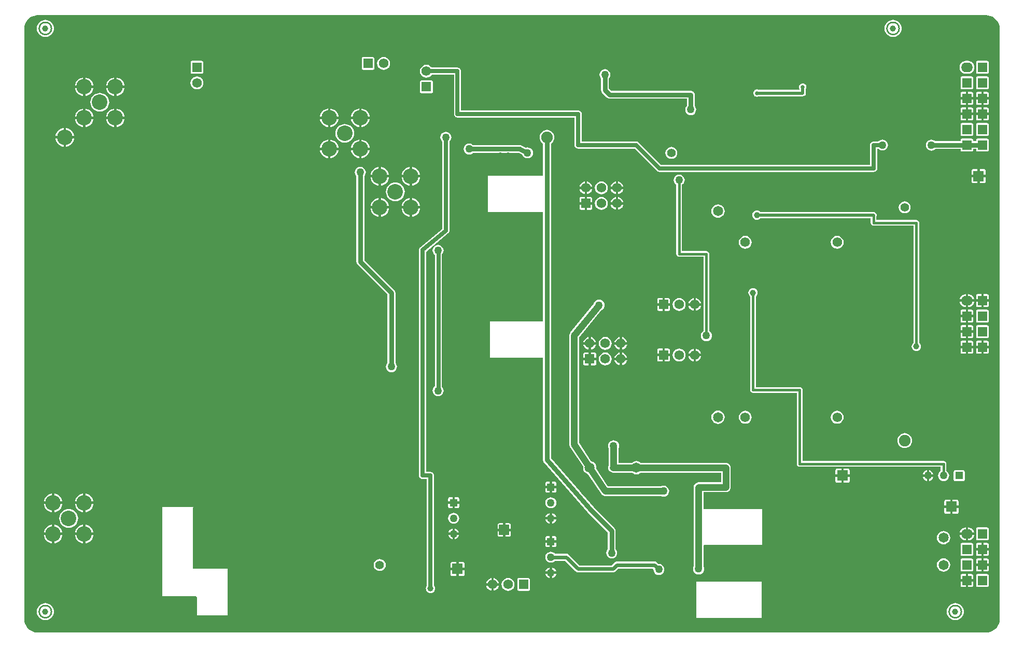
<source format=gbl>
G04 Layer_Physical_Order=2*
G04 Layer_Color=255*
%FSLAX44Y44*%
%MOMM*%
G71*
G01*
G75*
%ADD10C,0.2500*%
%ADD51C,0.7620*%
%ADD52C,1.0640*%
%ADD53C,0.6350*%
%ADD54C,0.6096*%
%ADD55C,0.5080*%
%ADD56C,0.4064*%
%ADD61R,4.9000X4.7000*%
%ADD62R,5.3000X5.3000*%
%ADD63R,5.7150X5.0800*%
%ADD66R,5.0800X5.0800*%
%ADD72R,5.7150X5.7150*%
%ADD84R,1.5748X1.5748*%
%ADD85O,1.9050X1.5748*%
%ADD86R,1.7780X1.7780*%
%ADD87C,1.6510*%
%ADD88C,1.9050*%
%ADD89C,1.0000*%
%ADD90C,1.5748*%
%ADD91R,1.5748X1.5748*%
%ADD92C,1.2700*%
%ADD93R,1.2700X1.2700*%
%ADD94C,2.5400*%
%ADD95C,4.0640*%
%ADD96C,4.4450*%
%ADD97R,1.2700X1.2700*%
%ADD98R,1.6510X1.6510*%
%ADD99C,1.4224*%
%ADD100C,0.7000*%
%ADD101C,0.6800*%
%ADD102C,0.6000*%
%ADD103C,1.0000*%
%ADD104C,0.7620*%
%ADD105R,5.1000X6.1000*%
%ADD106R,5.0800X6.3500*%
%ADD107R,6.5000X5.5000*%
G36*
X1578168Y1011861D02*
X1581452Y1011073D01*
X1584573Y1009780D01*
X1587453Y1008015D01*
X1590021Y1005821D01*
X1592215Y1003253D01*
X1593980Y1000373D01*
X1595273Y997252D01*
X1596061Y993968D01*
X1596315Y990750D01*
X1596285Y990600D01*
Y25400D01*
X1596315Y25250D01*
X1596061Y22032D01*
X1595273Y18748D01*
X1593980Y15627D01*
X1592215Y12747D01*
X1590021Y10179D01*
X1587453Y7985D01*
X1584573Y6220D01*
X1581452Y4927D01*
X1578168Y4139D01*
X1574950Y3885D01*
X1574800Y3915D01*
X25400D01*
X25250Y3885D01*
X22032Y4139D01*
X18748Y4927D01*
X15627Y6220D01*
X12747Y7985D01*
X10179Y10179D01*
X7985Y12747D01*
X6220Y15627D01*
X4927Y18748D01*
X4139Y22032D01*
X3885Y25250D01*
X3915Y25400D01*
Y990600D01*
X3885Y990750D01*
X4139Y993968D01*
X4927Y997252D01*
X6220Y1000373D01*
X7985Y1003253D01*
X10179Y1005821D01*
X12747Y1008015D01*
X15627Y1009780D01*
X18748Y1011073D01*
X22032Y1011861D01*
X25250Y1012115D01*
X25400Y1012085D01*
X1574800D01*
X1574950Y1012115D01*
X1578168Y1011861D01*
D02*
G37*
%LPC*%
G36*
X1351360Y258350D02*
X1341850D01*
Y248840D01*
X1348740D01*
X1349743Y249039D01*
X1350593Y249607D01*
X1351161Y250457D01*
X1351360Y251460D01*
Y258350D01*
D02*
G37*
G36*
X1337850D02*
X1328340D01*
Y251460D01*
X1328539Y250457D01*
X1329107Y249607D01*
X1329957Y249039D01*
X1330960Y248840D01*
X1337850D01*
Y258350D01*
D02*
G37*
G36*
X1193800Y566435D02*
X1191824Y566175D01*
X1189982Y565412D01*
X1188401Y564199D01*
X1187188Y562618D01*
X1186425Y560776D01*
X1186165Y558800D01*
X1186425Y556824D01*
X1187188Y554982D01*
X1188401Y553401D01*
X1189108Y552859D01*
Y400050D01*
X1189465Y398254D01*
X1190482Y396732D01*
X1192004Y395715D01*
X1193800Y395358D01*
X1265308D01*
Y279400D01*
X1265665Y277604D01*
X1266682Y276082D01*
X1268204Y275065D01*
X1270000Y274708D01*
X1500258D01*
Y267993D01*
X1498588Y266712D01*
X1497158Y264848D01*
X1496260Y262679D01*
X1495953Y260350D01*
X1496260Y258021D01*
X1497158Y255851D01*
X1498588Y253988D01*
X1500452Y252558D01*
X1502621Y251660D01*
X1504950Y251353D01*
X1507279Y251660D01*
X1509449Y252558D01*
X1511312Y253988D01*
X1512742Y255851D01*
X1513640Y258021D01*
X1513947Y260350D01*
X1513640Y262679D01*
X1512742Y264848D01*
X1511312Y266712D01*
X1509642Y267993D01*
Y279400D01*
X1509285Y281196D01*
X1508268Y282718D01*
X1506746Y283735D01*
X1504950Y284092D01*
X1274692D01*
Y400050D01*
X1274335Y401846D01*
X1273318Y403368D01*
X1271796Y404385D01*
X1270000Y404742D01*
X1198492D01*
Y552859D01*
X1199199Y553401D01*
X1200412Y554982D01*
X1201175Y556824D01*
X1201435Y558800D01*
X1201175Y560776D01*
X1200412Y562618D01*
X1199199Y564199D01*
X1197618Y565412D01*
X1195776Y566175D01*
X1193800Y566435D01*
D02*
G37*
G36*
X1477550Y258349D02*
X1470816D01*
X1470860Y258021D01*
X1471758Y255851D01*
X1473188Y253988D01*
X1475052Y252558D01*
X1477221Y251660D01*
X1477550Y251616D01*
Y258349D01*
D02*
G37*
G36*
X1536700Y269320D02*
X1524000D01*
X1522997Y269121D01*
X1522147Y268553D01*
X1521579Y267703D01*
X1521380Y266700D01*
Y254000D01*
X1521579Y252997D01*
X1522147Y252147D01*
X1522997Y251579D01*
X1524000Y251380D01*
X1536700D01*
X1537703Y251579D01*
X1538553Y252147D01*
X1539121Y252997D01*
X1539320Y254000D01*
Y266700D01*
X1539121Y267703D01*
X1538553Y268553D01*
X1537703Y269121D01*
X1536700Y269320D01*
D02*
G37*
G36*
X861599Y239300D02*
X854630D01*
Y234950D01*
X854829Y233947D01*
X855397Y233097D01*
X856247Y232529D01*
X857250Y232330D01*
X861599D01*
Y239300D01*
D02*
G37*
G36*
X942300Y547570D02*
X939972Y547263D01*
X937802Y546364D01*
X935938Y544934D01*
X934509Y543071D01*
X933610Y540901D01*
X933550Y540445D01*
X895541Y493989D01*
X895201Y493441D01*
X894808Y492929D01*
X894656Y492562D01*
X894446Y492224D01*
X894260Y491606D01*
X894013Y491010D01*
X893961Y490615D01*
X893846Y490235D01*
X893826Y489590D01*
X893742Y488950D01*
Y311150D01*
X893775Y310895D01*
X893758Y310638D01*
X893911Y309868D01*
X894013Y309090D01*
X894112Y308852D01*
X894162Y308600D01*
X894508Y307896D01*
X894808Y307171D01*
X894965Y306967D01*
X895079Y306736D01*
X916405Y274746D01*
X916182Y273050D01*
X916554Y270224D01*
X917644Y267591D01*
X919380Y265329D01*
X921641Y263594D01*
X924274Y262504D01*
X924595Y262461D01*
X945879Y230536D01*
X946395Y229946D01*
X946873Y229323D01*
X947077Y229166D01*
X947247Y228972D01*
X947898Y228536D01*
X948521Y228058D01*
X948759Y227960D01*
X948973Y227816D01*
X949716Y227563D01*
X950440Y227263D01*
X950695Y227229D01*
X950939Y227146D01*
X951722Y227094D01*
X952500Y226992D01*
X1043653D01*
X1045421Y226260D01*
X1047750Y225953D01*
X1050079Y226260D01*
X1052249Y227158D01*
X1054112Y228588D01*
X1055542Y230452D01*
X1056440Y232621D01*
X1056747Y234950D01*
X1056440Y237279D01*
X1055542Y239449D01*
X1054112Y241312D01*
X1052249Y242742D01*
X1050079Y243640D01*
X1047750Y243947D01*
X1045421Y243640D01*
X1043653Y242908D01*
X956759D01*
X937795Y271354D01*
X938018Y273050D01*
X937646Y275876D01*
X936556Y278509D01*
X934820Y280770D01*
X932559Y282506D01*
X929926Y283596D01*
X929605Y283638D01*
X909658Y313559D01*
Y486109D01*
X945905Y530410D01*
X946799Y530781D01*
X948662Y532211D01*
X950092Y534074D01*
X950991Y536244D01*
X951297Y538573D01*
X950991Y540901D01*
X950092Y543071D01*
X948662Y544934D01*
X946799Y546364D01*
X944629Y547263D01*
X942300Y547570D01*
D02*
G37*
G36*
X872570Y239300D02*
X865599D01*
Y232330D01*
X869950D01*
X870953Y232529D01*
X871803Y233097D01*
X872371Y233947D01*
X872570Y234950D01*
Y239300D01*
D02*
G37*
G36*
X869950Y250270D02*
X865599D01*
Y243300D01*
X872570D01*
Y247650D01*
X872371Y248653D01*
X871803Y249503D01*
X870953Y250071D01*
X869950Y250270D01*
D02*
G37*
G36*
X861599D02*
X857250D01*
X856247Y250071D01*
X855397Y249503D01*
X854829Y248653D01*
X854630Y247650D01*
Y243300D01*
X861599D01*
Y250270D01*
D02*
G37*
G36*
X1136650Y366518D02*
X1133824Y366146D01*
X1131191Y365056D01*
X1128930Y363321D01*
X1127194Y361059D01*
X1126104Y358426D01*
X1125732Y355600D01*
X1126104Y352774D01*
X1127194Y350141D01*
X1128930Y347879D01*
X1131191Y346144D01*
X1133824Y345054D01*
X1136650Y344682D01*
X1139476Y345054D01*
X1142109Y346144D01*
X1144370Y347879D01*
X1146106Y350141D01*
X1147196Y352774D01*
X1147568Y355600D01*
X1147196Y358426D01*
X1146106Y361059D01*
X1144370Y363321D01*
X1142109Y365056D01*
X1139476Y366146D01*
X1136650Y366518D01*
D02*
G37*
G36*
X1441450Y329654D02*
X1439079Y329420D01*
X1436799Y328728D01*
X1434698Y327605D01*
X1432856Y326094D01*
X1431345Y324252D01*
X1430222Y322151D01*
X1429530Y319871D01*
X1429297Y317500D01*
X1429530Y315129D01*
X1430222Y312849D01*
X1431345Y310748D01*
X1432856Y308906D01*
X1434698Y307395D01*
X1436799Y306272D01*
X1439079Y305580D01*
X1441450Y305347D01*
X1443821Y305580D01*
X1446101Y306272D01*
X1448202Y307395D01*
X1450044Y308906D01*
X1451555Y310748D01*
X1452678Y312849D01*
X1453370Y315129D01*
X1453604Y317500D01*
X1453370Y319871D01*
X1452678Y322151D01*
X1451555Y324252D01*
X1450044Y326094D01*
X1448202Y327605D01*
X1446101Y328728D01*
X1443821Y329420D01*
X1441450Y329654D01*
D02*
G37*
G36*
X1181100Y366134D02*
X1178374Y365775D01*
X1175833Y364723D01*
X1173651Y363049D01*
X1171977Y360867D01*
X1170925Y358326D01*
X1170566Y355600D01*
X1170925Y352874D01*
X1171977Y350333D01*
X1173651Y348151D01*
X1175833Y346477D01*
X1178374Y345425D01*
X1181100Y345066D01*
X1183826Y345425D01*
X1186367Y346477D01*
X1188549Y348151D01*
X1190223Y350333D01*
X1191275Y352874D01*
X1191634Y355600D01*
X1191275Y358326D01*
X1190223Y360867D01*
X1188549Y363049D01*
X1186367Y364723D01*
X1183826Y365775D01*
X1181100Y366134D01*
D02*
G37*
G36*
X1566450Y379000D02*
X1545647D01*
X1545772Y377408D01*
X1546613Y373905D01*
X1547992Y370576D01*
X1549874Y367504D01*
X1552214Y364764D01*
X1554954Y362424D01*
X1558026Y360542D01*
X1561355Y359163D01*
X1564858Y358322D01*
X1566450Y358197D01*
Y379000D01*
D02*
G37*
G36*
X1331100Y366134D02*
X1328374Y365775D01*
X1325833Y364723D01*
X1323651Y363049D01*
X1321977Y360867D01*
X1320925Y358326D01*
X1320566Y355600D01*
X1320925Y352874D01*
X1321977Y350333D01*
X1323651Y348151D01*
X1325833Y346477D01*
X1328374Y345425D01*
X1331100Y345066D01*
X1333826Y345425D01*
X1336367Y346477D01*
X1338549Y348151D01*
X1340223Y350333D01*
X1341275Y352874D01*
X1341634Y355600D01*
X1341275Y358326D01*
X1340223Y360867D01*
X1338549Y363049D01*
X1336367Y364723D01*
X1333826Y365775D01*
X1331100Y366134D01*
D02*
G37*
G36*
X1477550Y269084D02*
X1477221Y269040D01*
X1475052Y268142D01*
X1473188Y266712D01*
X1471758Y264848D01*
X1470860Y262679D01*
X1470816Y262349D01*
X1477550D01*
Y269084D01*
D02*
G37*
G36*
X1488284Y258349D02*
X1481550D01*
Y251616D01*
X1481879Y251660D01*
X1484048Y252558D01*
X1485912Y253988D01*
X1487342Y255851D01*
X1488240Y258021D01*
X1488284Y258349D01*
D02*
G37*
G36*
X1481550Y269084D02*
Y262349D01*
X1488284D01*
X1488240Y262679D01*
X1487342Y264848D01*
X1485912Y266712D01*
X1484048Y268142D01*
X1481879Y269040D01*
X1481550Y269084D01*
D02*
G37*
G36*
X1348740Y271860D02*
X1341850D01*
Y262350D01*
X1351360D01*
Y269240D01*
X1351161Y270243D01*
X1350593Y271093D01*
X1349743Y271661D01*
X1348740Y271860D01*
D02*
G37*
G36*
X1337850D02*
X1330960D01*
X1329957Y271661D01*
X1329107Y271093D01*
X1328539Y270243D01*
X1328340Y269240D01*
Y262350D01*
X1337850D01*
Y271860D01*
D02*
G37*
G36*
X103600Y231047D02*
Y217900D01*
X116747D01*
X116649Y218893D01*
X115776Y221772D01*
X114358Y224425D01*
X112450Y226750D01*
X110125Y228658D01*
X107472Y230076D01*
X104593Y230949D01*
X103600Y231047D01*
D02*
G37*
G36*
X48800Y213900D02*
X35653D01*
X35751Y212907D01*
X36624Y210028D01*
X38042Y207375D01*
X39950Y205050D01*
X42275Y203142D01*
X44928Y201724D01*
X47807Y200851D01*
X48800Y200753D01*
Y213900D01*
D02*
G37*
G36*
X1529160Y207550D02*
X1519650D01*
Y198040D01*
X1526540D01*
X1527543Y198239D01*
X1528393Y198807D01*
X1528961Y199657D01*
X1529160Y200660D01*
Y207550D01*
D02*
G37*
G36*
X65947Y213900D02*
X52800D01*
Y200753D01*
X53793Y200851D01*
X56672Y201724D01*
X59325Y203142D01*
X61650Y205050D01*
X63558Y207375D01*
X64976Y210028D01*
X65849Y212907D01*
X65947Y213900D01*
D02*
G37*
G36*
X116747D02*
X103600D01*
Y200753D01*
X104593Y200851D01*
X107472Y201724D01*
X110125Y203142D01*
X112450Y205050D01*
X114358Y207375D01*
X115776Y210028D01*
X116649Y212907D01*
X116747Y213900D01*
D02*
G37*
G36*
X99600D02*
X86453D01*
X86551Y212907D01*
X87424Y210028D01*
X88842Y207375D01*
X90750Y205050D01*
X93075Y203142D01*
X95728Y201724D01*
X98607Y200851D01*
X99600Y200753D01*
Y213900D01*
D02*
G37*
G36*
X861599Y188500D02*
X854866D01*
X854910Y188171D01*
X855808Y186001D01*
X857238Y184138D01*
X859101Y182708D01*
X861271Y181810D01*
X861599Y181766D01*
Y188500D01*
D02*
G37*
G36*
X872334D02*
X865599D01*
Y181766D01*
X865929Y181810D01*
X868099Y182708D01*
X869962Y184138D01*
X871392Y186001D01*
X872290Y188171D01*
X872334Y188500D01*
D02*
G37*
G36*
X861599Y199233D02*
X861271Y199190D01*
X859101Y198292D01*
X857238Y196862D01*
X855808Y194998D01*
X854910Y192829D01*
X854866Y192500D01*
X861599D01*
Y199233D01*
D02*
G37*
G36*
X1515650Y207550D02*
X1506140D01*
Y200660D01*
X1506339Y199657D01*
X1506907Y198807D01*
X1507757Y198239D01*
X1508760Y198040D01*
X1515650D01*
Y207550D01*
D02*
G37*
G36*
X865599Y199234D02*
Y192500D01*
X872334D01*
X872290Y192829D01*
X871392Y194998D01*
X869962Y196862D01*
X868099Y198292D01*
X865929Y199190D01*
X865599Y199234D01*
D02*
G37*
G36*
X711200Y224870D02*
X706851D01*
Y217899D01*
X713820D01*
Y222250D01*
X713621Y223253D01*
X713053Y224103D01*
X712203Y224671D01*
X711200Y224870D01*
D02*
G37*
G36*
X702851D02*
X698500D01*
X697497Y224671D01*
X696647Y224103D01*
X696079Y223253D01*
X695880Y222250D01*
Y217899D01*
X702851D01*
Y224870D01*
D02*
G37*
G36*
X48800Y231047D02*
X47807Y230949D01*
X44928Y230076D01*
X42275Y228658D01*
X39950Y226750D01*
X38042Y224425D01*
X36624Y221772D01*
X35751Y218893D01*
X35653Y217900D01*
X48800D01*
Y231047D01*
D02*
G37*
G36*
X99600D02*
X98607Y230949D01*
X95728Y230076D01*
X93075Y228658D01*
X90750Y226750D01*
X88842Y224425D01*
X87424Y221772D01*
X86551Y218893D01*
X86453Y217900D01*
X99600D01*
Y231047D01*
D02*
G37*
G36*
X52800D02*
Y217900D01*
X65947D01*
X65849Y218893D01*
X64976Y221772D01*
X63558Y224425D01*
X61650Y226750D01*
X59325Y228658D01*
X56672Y230076D01*
X53793Y230949D01*
X52800Y231047D01*
D02*
G37*
G36*
X702851Y213899D02*
X695880D01*
Y209550D01*
X696079Y208547D01*
X696647Y207697D01*
X697497Y207129D01*
X698500Y206930D01*
X702851D01*
Y213899D01*
D02*
G37*
G36*
X863600Y224897D02*
X861271Y224590D01*
X859101Y223692D01*
X857238Y222262D01*
X855808Y220399D01*
X854910Y218229D01*
X854603Y215900D01*
X854910Y213571D01*
X855808Y211402D01*
X857238Y209538D01*
X859101Y208108D01*
X861271Y207210D01*
X863600Y206903D01*
X865929Y207210D01*
X868099Y208108D01*
X869962Y209538D01*
X871392Y211402D01*
X872290Y213571D01*
X872597Y215900D01*
X872290Y218229D01*
X871392Y220399D01*
X869962Y222262D01*
X868099Y223692D01*
X865929Y224590D01*
X863600Y224897D01*
D02*
G37*
G36*
X713820Y213899D02*
X706851D01*
Y206930D01*
X711200D01*
X712203Y207129D01*
X713053Y207697D01*
X713621Y208547D01*
X713820Y209550D01*
Y213899D01*
D02*
G37*
G36*
X1526540Y221060D02*
X1519650D01*
Y211550D01*
X1529160D01*
Y218440D01*
X1528961Y219443D01*
X1528393Y220293D01*
X1527543Y220861D01*
X1526540Y221060D01*
D02*
G37*
G36*
X1515650D02*
X1508760D01*
X1507757Y220861D01*
X1506907Y220293D01*
X1506339Y219443D01*
X1506140Y218440D01*
Y211550D01*
X1515650D01*
Y221060D01*
D02*
G37*
G36*
X1591253Y379000D02*
X1570450D01*
Y358197D01*
X1572042Y358322D01*
X1575545Y359163D01*
X1578874Y360542D01*
X1581946Y362424D01*
X1584686Y364764D01*
X1587026Y367504D01*
X1588908Y370576D01*
X1590287Y373905D01*
X1591128Y377408D01*
X1591253Y379000D01*
D02*
G37*
G36*
X952500Y486784D02*
X949774Y486425D01*
X947233Y485373D01*
X945051Y483699D01*
X943377Y481517D01*
X942325Y478976D01*
X941966Y476250D01*
X942325Y473524D01*
X943377Y470983D01*
X945051Y468801D01*
X947233Y467127D01*
X949774Y466075D01*
X952500Y465716D01*
X955226Y466075D01*
X957767Y467127D01*
X959949Y468801D01*
X961623Y470983D01*
X962675Y473524D01*
X963034Y476250D01*
X962675Y478976D01*
X961623Y481517D01*
X959949Y483699D01*
X957767Y485373D01*
X955226Y486425D01*
X952500Y486784D01*
D02*
G37*
G36*
X1200150Y693435D02*
X1198174Y693175D01*
X1196332Y692412D01*
X1194751Y691199D01*
X1193538Y689618D01*
X1192775Y687776D01*
X1192515Y685800D01*
X1192775Y683824D01*
X1193538Y681982D01*
X1194751Y680401D01*
X1196332Y679188D01*
X1198174Y678425D01*
X1200150Y678165D01*
X1202126Y678425D01*
X1203968Y679188D01*
X1205549Y680401D01*
X1205737Y680646D01*
X1385958D01*
Y673100D01*
X1386315Y671304D01*
X1387332Y669782D01*
X1388854Y668765D01*
X1390650Y668408D01*
X1455808D01*
Y477111D01*
X1455101Y476569D01*
X1453888Y474988D01*
X1453125Y473146D01*
X1452865Y471170D01*
X1453125Y469194D01*
X1453888Y467352D01*
X1455101Y465771D01*
X1456682Y464558D01*
X1458524Y463795D01*
X1460500Y463535D01*
X1462476Y463795D01*
X1464318Y464558D01*
X1465899Y465771D01*
X1467112Y467352D01*
X1467875Y469194D01*
X1468135Y471170D01*
X1467875Y473146D01*
X1467112Y474988D01*
X1465899Y476569D01*
X1465192Y477111D01*
Y673100D01*
X1464835Y674896D01*
X1463818Y676418D01*
X1462296Y677435D01*
X1460500Y677792D01*
X1395342D01*
Y683775D01*
X1395629Y684466D01*
X1395804Y685800D01*
X1395629Y687134D01*
X1395114Y688377D01*
X1394294Y689445D01*
X1393227Y690264D01*
X1391984Y690779D01*
X1390650Y690954D01*
X1205737D01*
X1205549Y691199D01*
X1203968Y692412D01*
X1202126Y693175D01*
X1200150Y693435D01*
D02*
G37*
G36*
X925100Y474250D02*
X916829D01*
X916925Y473524D01*
X917977Y470983D01*
X919651Y468801D01*
X921833Y467127D01*
X924374Y466075D01*
X925100Y465979D01*
Y474250D01*
D02*
G37*
G36*
X975900D02*
X967629D01*
X967725Y473524D01*
X968777Y470983D01*
X970451Y468801D01*
X972633Y467127D01*
X975174Y466075D01*
X975900Y465979D01*
Y474250D01*
D02*
G37*
G36*
X937371D02*
X929100D01*
Y465979D01*
X929826Y466075D01*
X932367Y467127D01*
X934549Y468801D01*
X936223Y470983D01*
X937275Y473524D01*
X937371Y474250D01*
D02*
G37*
G36*
X1541049Y467899D02*
X1532556D01*
Y462026D01*
X1532755Y461023D01*
X1533323Y460173D01*
X1534173Y459605D01*
X1535176Y459406D01*
X1541049D01*
Y467899D01*
D02*
G37*
G36*
X1100550Y467471D02*
Y459200D01*
X1108821D01*
X1108725Y459926D01*
X1107673Y462467D01*
X1105999Y464649D01*
X1103817Y466323D01*
X1101276Y467375D01*
X1100550Y467471D01*
D02*
G37*
G36*
X1553544Y467899D02*
X1545049D01*
Y459406D01*
X1550924D01*
X1551927Y459605D01*
X1552777Y460173D01*
X1553345Y461023D01*
X1553544Y462026D01*
Y467899D01*
D02*
G37*
G36*
X1578944D02*
X1570449D01*
Y459406D01*
X1576324D01*
X1577327Y459605D01*
X1578177Y460173D01*
X1578745Y461023D01*
X1578944Y462026D01*
Y467899D01*
D02*
G37*
G36*
X1566449D02*
X1557956D01*
Y462026D01*
X1558155Y461023D01*
X1558723Y460173D01*
X1559573Y459605D01*
X1560576Y459406D01*
X1566449D01*
Y467899D01*
D02*
G37*
G36*
X929100Y486521D02*
Y478250D01*
X937371D01*
X937275Y478976D01*
X936223Y481517D01*
X934549Y483699D01*
X932367Y485373D01*
X929826Y486425D01*
X929100Y486521D01*
D02*
G37*
G36*
X925100D02*
X924374Y486425D01*
X921833Y485373D01*
X919651Y483699D01*
X917977Y481517D01*
X916925Y478976D01*
X916829Y478250D01*
X925100D01*
Y486521D01*
D02*
G37*
G36*
X975900D02*
X975174Y486425D01*
X972633Y485373D01*
X970451Y483699D01*
X968777Y481517D01*
X967725Y478976D01*
X967629Y478250D01*
X975900D01*
Y486521D01*
D02*
G37*
G36*
X1073150Y751947D02*
X1070821Y751640D01*
X1068652Y750742D01*
X1066788Y749312D01*
X1065358Y747449D01*
X1064460Y745279D01*
X1064153Y742950D01*
X1064460Y740621D01*
X1065358Y738452D01*
X1066788Y736588D01*
X1068458Y735307D01*
Y622300D01*
X1068815Y620504D01*
X1069832Y618982D01*
X1071354Y617965D01*
X1073150Y617608D01*
X1112908D01*
Y496593D01*
X1111238Y495312D01*
X1109808Y493448D01*
X1108910Y491279D01*
X1108603Y488950D01*
X1108910Y486621D01*
X1109808Y484451D01*
X1111238Y482588D01*
X1113102Y481158D01*
X1115271Y480260D01*
X1117600Y479953D01*
X1119929Y480260D01*
X1122098Y481158D01*
X1123962Y482588D01*
X1125392Y484451D01*
X1126290Y486621D01*
X1126597Y488950D01*
X1126290Y491279D01*
X1125392Y493448D01*
X1123962Y495312D01*
X1122292Y496593D01*
Y622300D01*
X1121935Y624096D01*
X1120918Y625618D01*
X1119396Y626635D01*
X1117600Y626992D01*
X1077842D01*
Y735307D01*
X1079512Y736588D01*
X1080942Y738452D01*
X1081840Y740621D01*
X1082147Y742950D01*
X1081840Y745279D01*
X1080942Y747449D01*
X1079512Y749312D01*
X1077648Y750742D01*
X1075479Y751640D01*
X1073150Y751947D01*
D02*
G37*
G36*
X979900Y486521D02*
Y478250D01*
X988171D01*
X988075Y478976D01*
X987023Y481517D01*
X985349Y483699D01*
X983167Y485373D01*
X980626Y486425D01*
X979900Y486521D01*
D02*
G37*
G36*
X1541049Y480394D02*
X1535176D01*
X1534173Y480195D01*
X1533323Y479627D01*
X1532755Y478777D01*
X1532556Y477774D01*
Y471899D01*
X1541049D01*
Y480394D01*
D02*
G37*
G36*
X988171Y474250D02*
X979900D01*
Y465979D01*
X980626Y466075D01*
X983167Y467127D01*
X985349Y468801D01*
X987023Y470983D01*
X988075Y473524D01*
X988171Y474250D01*
D02*
G37*
G36*
X1566449Y480394D02*
X1560576D01*
X1559573Y480195D01*
X1558723Y479627D01*
X1558155Y478777D01*
X1557956Y477774D01*
Y471899D01*
X1566449D01*
Y480394D01*
D02*
G37*
G36*
X1576324D02*
X1570449D01*
Y471899D01*
X1578944D01*
Y477774D01*
X1578745Y478777D01*
X1578177Y479627D01*
X1577327Y480195D01*
X1576324Y480394D01*
D02*
G37*
G36*
X1550924D02*
X1545049D01*
Y471899D01*
X1553544D01*
Y477774D01*
X1553345Y478777D01*
X1552777Y479627D01*
X1551927Y480195D01*
X1550924Y480394D01*
D02*
G37*
G36*
X1096550Y467471D02*
X1095824Y467375D01*
X1093283Y466323D01*
X1091101Y464649D01*
X1089427Y462467D01*
X1088375Y459926D01*
X1088279Y459200D01*
X1096550D01*
Y467471D01*
D02*
G37*
G36*
X937594Y448850D02*
X929100D01*
Y440356D01*
X934974D01*
X935977Y440555D01*
X936827Y441123D01*
X937395Y441973D01*
X937594Y442976D01*
Y448850D01*
D02*
G37*
G36*
X925100D02*
X916606D01*
Y442976D01*
X916805Y441973D01*
X917373Y441123D01*
X918223Y440555D01*
X919226Y440356D01*
X925100D01*
Y448850D01*
D02*
G37*
G36*
X975900D02*
X967629D01*
X967725Y448124D01*
X968777Y445583D01*
X970451Y443401D01*
X972633Y441727D01*
X975174Y440675D01*
X975900Y440579D01*
Y448850D01*
D02*
G37*
G36*
X1073150Y467734D02*
X1070424Y467375D01*
X1067883Y466323D01*
X1065701Y464649D01*
X1064027Y462467D01*
X1062975Y459926D01*
X1062616Y457200D01*
X1062975Y454474D01*
X1064027Y451933D01*
X1065701Y449751D01*
X1067883Y448077D01*
X1070424Y447025D01*
X1073150Y446666D01*
X1075876Y447025D01*
X1078417Y448077D01*
X1080599Y449751D01*
X1082273Y451933D01*
X1083325Y454474D01*
X1083684Y457200D01*
X1083325Y459926D01*
X1082273Y462467D01*
X1080599Y464649D01*
X1078417Y466323D01*
X1075876Y467375D01*
X1073150Y467734D01*
D02*
G37*
G36*
X988171Y448850D02*
X979900D01*
Y440579D01*
X980626Y440675D01*
X983167Y441727D01*
X985349Y443401D01*
X987023Y445583D01*
X988075Y448124D01*
X988171Y448850D01*
D02*
G37*
G36*
X1570450Y403803D02*
Y383000D01*
X1591253D01*
X1591128Y384592D01*
X1590287Y388095D01*
X1588908Y391424D01*
X1587026Y394496D01*
X1584686Y397236D01*
X1581946Y399576D01*
X1578874Y401458D01*
X1575545Y402837D01*
X1572042Y403678D01*
X1570450Y403803D01*
D02*
G37*
G36*
X1566450D02*
X1564858Y403678D01*
X1561355Y402837D01*
X1558026Y401458D01*
X1554954Y399576D01*
X1552214Y397236D01*
X1549874Y394496D01*
X1547992Y391424D01*
X1546613Y388095D01*
X1545772Y384592D01*
X1545647Y383000D01*
X1566450D01*
Y403803D01*
D02*
G37*
G36*
X679450Y636997D02*
X677121Y636690D01*
X674951Y635792D01*
X673088Y634362D01*
X671658Y632499D01*
X670760Y630329D01*
X670453Y628000D01*
X670760Y625671D01*
X671658Y623502D01*
X673088Y621638D01*
X674205Y620781D01*
Y406219D01*
X673088Y405362D01*
X671658Y403498D01*
X670760Y401329D01*
X670453Y399000D01*
X670760Y396671D01*
X671658Y394501D01*
X673088Y392638D01*
X674951Y391208D01*
X677121Y390310D01*
X679450Y390003D01*
X681779Y390310D01*
X683949Y391208D01*
X685812Y392638D01*
X687242Y394501D01*
X688140Y396671D01*
X688447Y399000D01*
X688140Y401329D01*
X687242Y403498D01*
X685812Y405362D01*
X685795Y405375D01*
Y621625D01*
X685812Y621638D01*
X687242Y623502D01*
X688140Y625671D01*
X688447Y628000D01*
X688140Y630329D01*
X687242Y632499D01*
X685812Y634362D01*
X683949Y635792D01*
X681779Y636690D01*
X679450Y636997D01*
D02*
G37*
G36*
X952500Y461384D02*
X949774Y461025D01*
X947233Y459973D01*
X945051Y458299D01*
X943377Y456117D01*
X942325Y453576D01*
X941966Y450850D01*
X942325Y448124D01*
X943377Y445583D01*
X945051Y443401D01*
X947233Y441727D01*
X949774Y440675D01*
X952500Y440316D01*
X955226Y440675D01*
X957767Y441727D01*
X959949Y443401D01*
X961623Y445583D01*
X962675Y448124D01*
X963034Y450850D01*
X962675Y453576D01*
X961623Y456117D01*
X959949Y458299D01*
X957767Y459973D01*
X955226Y461025D01*
X952500Y461384D01*
D02*
G37*
G36*
X552450Y764647D02*
X550121Y764340D01*
X547952Y763442D01*
X546088Y762012D01*
X544658Y760148D01*
X543760Y757979D01*
X543453Y755650D01*
X543760Y753321D01*
X544658Y751152D01*
X546015Y749384D01*
Y609600D01*
X546234Y607934D01*
X546877Y606382D01*
X547900Y605050D01*
X596815Y556134D01*
Y444266D01*
X595458Y442499D01*
X594560Y440329D01*
X594253Y438000D01*
X594560Y435671D01*
X595458Y433502D01*
X596888Y431638D01*
X598751Y430208D01*
X600921Y429310D01*
X603250Y429003D01*
X605579Y429310D01*
X607748Y430208D01*
X609612Y431638D01*
X611042Y433502D01*
X611940Y435671D01*
X612247Y438000D01*
X611940Y440329D01*
X611042Y442499D01*
X609685Y444266D01*
Y558800D01*
X609466Y560466D01*
X608823Y562018D01*
X607800Y563350D01*
X558885Y612266D01*
Y749384D01*
X560242Y751152D01*
X561140Y753321D01*
X561447Y755650D01*
X561140Y757979D01*
X560242Y760148D01*
X558812Y762012D01*
X556949Y763442D01*
X554779Y764340D01*
X552450Y764647D01*
D02*
G37*
G36*
X975900Y461121D02*
X975174Y461025D01*
X972633Y459973D01*
X970451Y458299D01*
X968777Y456117D01*
X967725Y453576D01*
X967629Y452850D01*
X975900D01*
Y461121D01*
D02*
G37*
G36*
X934974Y461344D02*
X929100D01*
Y452850D01*
X937594D01*
Y458724D01*
X937395Y459727D01*
X936827Y460577D01*
X935977Y461145D01*
X934974Y461344D01*
D02*
G37*
G36*
X979900Y461121D02*
Y452850D01*
X988171D01*
X988075Y453576D01*
X987023Y456117D01*
X985349Y458299D01*
X983167Y459973D01*
X980626Y461025D01*
X979900Y461121D01*
D02*
G37*
G36*
X1055624Y467694D02*
X1049750D01*
Y459200D01*
X1058244D01*
Y465074D01*
X1058045Y466077D01*
X1057477Y466927D01*
X1056627Y467495D01*
X1055624Y467694D01*
D02*
G37*
G36*
X1045750D02*
X1039876D01*
X1038873Y467495D01*
X1038023Y466927D01*
X1037455Y466077D01*
X1037256Y465074D01*
Y459200D01*
X1045750D01*
Y467694D01*
D02*
G37*
G36*
X1058244Y455200D02*
X1049750D01*
Y446706D01*
X1055624D01*
X1056627Y446905D01*
X1057477Y447473D01*
X1058045Y448323D01*
X1058244Y449326D01*
Y455200D01*
D02*
G37*
G36*
X1045750D02*
X1037256D01*
Y449326D01*
X1037455Y448323D01*
X1038023Y447473D01*
X1038873Y446905D01*
X1039876Y446706D01*
X1045750D01*
Y455200D01*
D02*
G37*
G36*
X1096550D02*
X1088279D01*
X1088375Y454474D01*
X1089427Y451933D01*
X1091101Y449751D01*
X1093283Y448077D01*
X1095824Y447025D01*
X1096550Y446929D01*
Y455200D01*
D02*
G37*
G36*
X925100Y461344D02*
X919226D01*
X918223Y461145D01*
X917373Y460577D01*
X916805Y459727D01*
X916606Y458724D01*
Y452850D01*
X925100D01*
Y461344D01*
D02*
G37*
G36*
X1108821Y455200D02*
X1100550D01*
Y446929D01*
X1101276Y447025D01*
X1103817Y448077D01*
X1105999Y449751D01*
X1107673Y451933D01*
X1108725Y454474D01*
X1108821Y455200D01*
D02*
G37*
G36*
X722710Y105950D02*
X713200D01*
Y96440D01*
X720090D01*
X721093Y96639D01*
X721943Y97207D01*
X722511Y98057D01*
X722710Y99060D01*
Y105950D01*
D02*
G37*
G36*
X709200D02*
X699690D01*
Y99060D01*
X699889Y98057D01*
X700457Y97207D01*
X701307Y96639D01*
X702310Y96440D01*
X709200D01*
Y105950D01*
D02*
G37*
G36*
X863600Y135997D02*
X861271Y135690D01*
X859101Y134792D01*
X857238Y133362D01*
X855808Y131498D01*
X854910Y129329D01*
X854603Y127000D01*
X854910Y124671D01*
X855808Y122501D01*
X857238Y120638D01*
X859101Y119208D01*
X861271Y118310D01*
X863600Y118003D01*
X865929Y118310D01*
X868099Y119208D01*
X869962Y120638D01*
X870495Y121334D01*
X886653D01*
X904043Y103943D01*
X905217Y103043D01*
X906583Y102477D01*
X908050Y102283D01*
X965200D01*
X966667Y102477D01*
X968033Y103043D01*
X969207Y103943D01*
X973897Y108633D01*
X1030097D01*
X1031077Y107563D01*
X1031003Y107000D01*
X1031310Y104671D01*
X1032208Y102501D01*
X1033638Y100638D01*
X1035501Y99208D01*
X1037671Y98310D01*
X1040000Y98003D01*
X1042329Y98310D01*
X1044499Y99208D01*
X1046362Y100638D01*
X1047792Y102501D01*
X1048690Y104671D01*
X1048997Y107000D01*
X1048690Y109329D01*
X1047792Y111498D01*
X1046362Y113362D01*
X1044499Y114792D01*
X1042329Y115690D01*
X1040000Y115997D01*
X1039131Y115883D01*
X1036707Y118307D01*
X1035533Y119207D01*
X1034167Y119773D01*
X1032700Y119966D01*
X971550D01*
X970083Y119773D01*
X968717Y119207D01*
X967543Y118307D01*
X962853Y113617D01*
X910397D01*
X893007Y131007D01*
X891833Y131907D01*
X890467Y132473D01*
X889000Y132667D01*
X870495D01*
X869962Y133362D01*
X868099Y134792D01*
X865929Y135690D01*
X863600Y135997D01*
D02*
G37*
G36*
X861600Y110334D02*
X861271Y110290D01*
X859101Y109392D01*
X857238Y107962D01*
X855808Y106098D01*
X854910Y103929D01*
X854866Y103600D01*
X861600D01*
Y110334D01*
D02*
G37*
G36*
X1504950Y125218D02*
X1502124Y124846D01*
X1499491Y123756D01*
X1497229Y122021D01*
X1495494Y119759D01*
X1494404Y117126D01*
X1494032Y114300D01*
X1494404Y111474D01*
X1495494Y108841D01*
X1497229Y106580D01*
X1499491Y104844D01*
X1502124Y103754D01*
X1504950Y103382D01*
X1507776Y103754D01*
X1510409Y104844D01*
X1512670Y106580D01*
X1514406Y108841D01*
X1515496Y111474D01*
X1515868Y114300D01*
X1515496Y117126D01*
X1514406Y119759D01*
X1512670Y122021D01*
X1510409Y123756D01*
X1507776Y124846D01*
X1504950Y125218D01*
D02*
G37*
G36*
X1541051Y99394D02*
X1535176D01*
X1534173Y99195D01*
X1533323Y98627D01*
X1532755Y97777D01*
X1532556Y96774D01*
Y90901D01*
X1541051D01*
Y99394D01*
D02*
G37*
G36*
X770350Y92821D02*
Y84549D01*
X778621D01*
X778525Y85276D01*
X777473Y87817D01*
X775799Y89999D01*
X773617Y91673D01*
X771076Y92725D01*
X770350Y92821D01*
D02*
G37*
G36*
X1550924Y99394D02*
X1545051D01*
Y90901D01*
X1553544D01*
Y96774D01*
X1553345Y97777D01*
X1552777Y98627D01*
X1551927Y99195D01*
X1550924Y99394D01*
D02*
G37*
G36*
X861600Y99600D02*
X854866D01*
X854910Y99271D01*
X855808Y97101D01*
X857238Y95238D01*
X859101Y93808D01*
X861271Y92910D01*
X861600Y92866D01*
Y99600D01*
D02*
G37*
G36*
X872334D02*
X865600D01*
Y92866D01*
X865929Y92910D01*
X868099Y93808D01*
X869962Y95238D01*
X871392Y97101D01*
X872290Y99271D01*
X872334Y99600D01*
D02*
G37*
G36*
X720090Y119460D02*
X713200D01*
Y109950D01*
X722710D01*
Y116840D01*
X722511Y117843D01*
X721943Y118693D01*
X721093Y119261D01*
X720090Y119460D01*
D02*
G37*
G36*
X709200D02*
X702310D01*
X701307Y119261D01*
X700457Y118693D01*
X699889Y117843D01*
X699690Y116840D01*
Y109950D01*
X709200D01*
Y119460D01*
D02*
G37*
G36*
X1566449Y124794D02*
X1560576D01*
X1559573Y124595D01*
X1558723Y124027D01*
X1558155Y123177D01*
X1557956Y122174D01*
Y116299D01*
X1566449D01*
Y124794D01*
D02*
G37*
G36*
X857250Y824954D02*
X854879Y824720D01*
X852599Y824028D01*
X850498Y822905D01*
X848656Y821394D01*
X847145Y819552D01*
X846022Y817451D01*
X845330Y815171D01*
X845097Y812800D01*
X845330Y810429D01*
X846022Y808149D01*
X847145Y806048D01*
X848656Y804206D01*
X850498Y802695D01*
X850815Y802525D01*
Y750000D01*
X761000Y750000D01*
X761000Y691000D01*
X850815Y690999D01*
Y512000D01*
X764000Y512000D01*
X764000Y453000D01*
X850815Y452999D01*
Y285750D01*
X850897Y285128D01*
X850937Y284502D01*
X851006Y284298D01*
X851034Y284084D01*
X851274Y283505D01*
X851475Y282910D01*
X851595Y282731D01*
X851677Y282533D01*
X852059Y282035D01*
X852407Y281513D01*
X923600Y200150D01*
X923761Y200008D01*
X923892Y199837D01*
X956565Y167164D01*
Y140266D01*
X955208Y138498D01*
X954310Y136329D01*
X954003Y134000D01*
X954310Y131671D01*
X955208Y129501D01*
X956638Y127638D01*
X958502Y126208D01*
X960671Y125310D01*
X963000Y125003D01*
X965329Y125310D01*
X967498Y126208D01*
X969362Y127638D01*
X970792Y129501D01*
X971690Y131671D01*
X971997Y134000D01*
X971690Y136329D01*
X970792Y138498D01*
X969435Y140266D01*
Y169830D01*
X969216Y171495D01*
X968573Y173047D01*
X967550Y174380D01*
X933144Y208786D01*
X863685Y288168D01*
Y802525D01*
X864002Y802695D01*
X865844Y804206D01*
X867355Y806048D01*
X868478Y808149D01*
X869170Y810429D01*
X869404Y812800D01*
X869170Y815171D01*
X868478Y817451D01*
X867355Y819552D01*
X865844Y821394D01*
X864002Y822905D01*
X861901Y824028D01*
X859621Y824720D01*
X857250Y824954D01*
D02*
G37*
G36*
X1576324Y124794D02*
X1570449D01*
Y116299D01*
X1578944D01*
Y122174D01*
X1578745Y123177D01*
X1578177Y124027D01*
X1577327Y124595D01*
X1576324Y124794D01*
D02*
G37*
G36*
X1550924D02*
X1535176D01*
X1534173Y124595D01*
X1533323Y124027D01*
X1532755Y123177D01*
X1532556Y122174D01*
Y106426D01*
X1532755Y105423D01*
X1533323Y104573D01*
X1534173Y104005D01*
X1535176Y103806D01*
X1550924D01*
X1551927Y104005D01*
X1552777Y104573D01*
X1553345Y105423D01*
X1553544Y106426D01*
Y122174D01*
X1553345Y123177D01*
X1552777Y124027D01*
X1551927Y124595D01*
X1550924Y124794D01*
D02*
G37*
G36*
X865600Y110334D02*
Y103600D01*
X872334D01*
X872290Y103929D01*
X871392Y106098D01*
X869962Y107962D01*
X868099Y109392D01*
X865929Y110290D01*
X865600Y110334D01*
D02*
G37*
G36*
X1566449Y112299D02*
X1557956D01*
Y106426D01*
X1558155Y105423D01*
X1558723Y104573D01*
X1559573Y104005D01*
X1560576Y103806D01*
X1566449D01*
Y112299D01*
D02*
G37*
G36*
X584200Y124066D02*
X581673Y123733D01*
X579317Y122757D01*
X577295Y121205D01*
X575743Y119183D01*
X574767Y116827D01*
X574435Y114300D01*
X574767Y111772D01*
X575743Y109417D01*
X577295Y107395D01*
X579317Y105843D01*
X581673Y104867D01*
X584200Y104535D01*
X586727Y104867D01*
X589083Y105843D01*
X591105Y107395D01*
X592657Y109417D01*
X593633Y111772D01*
X593965Y114300D01*
X593633Y116827D01*
X592657Y119183D01*
X591105Y121205D01*
X589083Y122757D01*
X586727Y123733D01*
X584200Y124066D01*
D02*
G37*
G36*
X1578944Y112299D02*
X1570449D01*
Y103806D01*
X1576324D01*
X1577327Y104005D01*
X1578177Y104573D01*
X1578745Y105423D01*
X1578944Y106426D01*
Y112299D01*
D02*
G37*
G36*
X766350Y92821D02*
X765624Y92725D01*
X763083Y91673D01*
X760901Y89999D01*
X759227Y87817D01*
X758175Y85276D01*
X758079Y84549D01*
X766350D01*
Y92821D01*
D02*
G37*
G36*
X1208000Y87000D02*
X1101000D01*
X1101000Y28000D01*
X1207999Y27999D01*
X1208000Y87000D01*
D02*
G37*
G36*
X1524000Y51987D02*
X1521291Y51720D01*
X1518686Y50930D01*
X1516285Y49647D01*
X1514180Y47920D01*
X1512453Y45815D01*
X1511170Y43414D01*
X1510380Y40809D01*
X1510113Y38100D01*
X1510380Y35391D01*
X1511170Y32786D01*
X1512453Y30385D01*
X1514180Y28280D01*
X1516285Y26553D01*
X1518686Y25270D01*
X1521291Y24480D01*
X1524000Y24213D01*
X1526709Y24480D01*
X1529314Y25270D01*
X1531715Y26553D01*
X1533819Y28280D01*
X1535547Y30385D01*
X1536830Y32786D01*
X1537620Y35391D01*
X1537887Y38100D01*
X1537620Y40809D01*
X1536830Y43414D01*
X1535547Y45815D01*
X1533819Y47920D01*
X1531715Y49647D01*
X1529314Y50930D01*
X1526709Y51720D01*
X1524000Y51987D01*
D02*
G37*
G36*
X280000Y209000D02*
X229000D01*
Y63000D01*
X284000D01*
X286000Y61000D01*
Y32000D01*
X336000D01*
Y108000D01*
X280000D01*
X279000Y108414D01*
Y208000D01*
X280000Y209000D01*
D02*
G37*
G36*
X236950Y54553D02*
Y33750D01*
X257753D01*
X257628Y35342D01*
X256787Y38845D01*
X255408Y42174D01*
X253526Y45246D01*
X251186Y47986D01*
X248446Y50326D01*
X245374Y52208D01*
X242045Y53587D01*
X238542Y54428D01*
X236950Y54553D01*
D02*
G37*
G36*
X232950D02*
X231358Y54428D01*
X227855Y53587D01*
X224526Y52208D01*
X221454Y50326D01*
X218714Y47986D01*
X216374Y45246D01*
X214492Y42174D01*
X213113Y38845D01*
X212272Y35342D01*
X212147Y33750D01*
X232950D01*
Y54553D01*
D02*
G37*
G36*
X257753Y29750D02*
X236950D01*
Y8947D01*
X238542Y9072D01*
X242045Y9913D01*
X245374Y11292D01*
X248446Y13174D01*
X251186Y15514D01*
X253526Y18254D01*
X255408Y21326D01*
X256787Y24655D01*
X257628Y28158D01*
X257753Y29750D01*
D02*
G37*
G36*
X232950D02*
X212147D01*
X212272Y28158D01*
X213113Y24655D01*
X214492Y21326D01*
X216374Y18254D01*
X218714Y15514D01*
X221454Y13174D01*
X224526Y11292D01*
X227855Y9913D01*
X231358Y9072D01*
X232950Y8947D01*
Y29750D01*
D02*
G37*
G36*
X709200D02*
X688397D01*
X688522Y28158D01*
X689363Y24655D01*
X690742Y21326D01*
X692624Y18254D01*
X694964Y15514D01*
X697704Y13174D01*
X700776Y11292D01*
X704105Y9913D01*
X707608Y9072D01*
X709200Y8947D01*
Y29750D01*
D02*
G37*
G36*
X38100Y51987D02*
X35391Y51720D01*
X32786Y50930D01*
X30385Y49647D01*
X28280Y47920D01*
X26553Y45815D01*
X25270Y43414D01*
X24480Y40809D01*
X24213Y38100D01*
X24480Y35391D01*
X25270Y32786D01*
X26553Y30385D01*
X28280Y28280D01*
X30385Y26553D01*
X32786Y25270D01*
X35391Y24480D01*
X38100Y24213D01*
X40809Y24480D01*
X43414Y25270D01*
X45815Y26553D01*
X47920Y28280D01*
X49647Y30385D01*
X50930Y32786D01*
X51720Y35391D01*
X51987Y38100D01*
X51720Y40809D01*
X50930Y43414D01*
X49647Y45815D01*
X47920Y47920D01*
X45815Y49647D01*
X43414Y50930D01*
X40809Y51720D01*
X38100Y51987D01*
D02*
G37*
G36*
X734003Y29750D02*
X713200D01*
Y8947D01*
X714792Y9072D01*
X718295Y9913D01*
X721624Y11292D01*
X724696Y13174D01*
X727436Y15514D01*
X729776Y18254D01*
X731658Y21326D01*
X733037Y24655D01*
X733878Y28158D01*
X734003Y29750D01*
D02*
G37*
G36*
X778621Y80549D02*
X770350D01*
Y72279D01*
X771076Y72375D01*
X773617Y73427D01*
X775799Y75101D01*
X777473Y77283D01*
X778525Y79824D01*
X778621Y80549D01*
D02*
G37*
G36*
X766350D02*
X758079D01*
X758175Y79824D01*
X759227Y77283D01*
X760901Y75101D01*
X763083Y73427D01*
X765624Y72375D01*
X766350Y72279D01*
Y80549D01*
D02*
G37*
G36*
X1541051Y86901D02*
X1532556D01*
Y81026D01*
X1532755Y80023D01*
X1533323Y79173D01*
X1534173Y78605D01*
X1535176Y78406D01*
X1541051D01*
Y86901D01*
D02*
G37*
G36*
X1576324Y99394D02*
X1560576D01*
X1559573Y99195D01*
X1558723Y98627D01*
X1558155Y97777D01*
X1557956Y96774D01*
Y81026D01*
X1558155Y80023D01*
X1558723Y79173D01*
X1559573Y78605D01*
X1560576Y78406D01*
X1576324D01*
X1577327Y78605D01*
X1578177Y79173D01*
X1578745Y80023D01*
X1578944Y81026D01*
Y96774D01*
X1578745Y97777D01*
X1578177Y98627D01*
X1577327Y99195D01*
X1576324Y99394D01*
D02*
G37*
G36*
X1553544Y86901D02*
X1545051D01*
Y78406D01*
X1550924D01*
X1551927Y78605D01*
X1552777Y79173D01*
X1553345Y80023D01*
X1553544Y81026D01*
Y86901D01*
D02*
G37*
G36*
X713200Y54553D02*
Y33750D01*
X734003D01*
X733878Y35342D01*
X733037Y38845D01*
X731658Y42174D01*
X729776Y45246D01*
X727436Y47986D01*
X724696Y50326D01*
X721624Y52208D01*
X718295Y53587D01*
X714792Y54428D01*
X713200Y54553D01*
D02*
G37*
G36*
X709200D02*
X707608Y54428D01*
X704105Y53587D01*
X700776Y52208D01*
X697704Y50326D01*
X694964Y47986D01*
X692624Y45246D01*
X690742Y42174D01*
X689363Y38845D01*
X688522Y35342D01*
X688397Y33750D01*
X709200D01*
Y54553D01*
D02*
G37*
G36*
X692150Y821797D02*
X689821Y821490D01*
X687652Y820592D01*
X685788Y819162D01*
X684358Y817299D01*
X683460Y815129D01*
X683153Y812800D01*
X683460Y810471D01*
X684358Y808301D01*
X685788Y806438D01*
X686355Y806003D01*
Y663114D01*
X650340Y633102D01*
X650162Y632908D01*
X649953Y632747D01*
X649651Y632354D01*
X649315Y631990D01*
X649192Y631756D01*
X649032Y631547D01*
X648842Y631089D01*
X648612Y630650D01*
X648554Y630393D01*
X648453Y630150D01*
X648388Y629658D01*
X648279Y629175D01*
X648290Y628911D01*
X648255Y628650D01*
Y260350D01*
X648453Y258850D01*
X649032Y257453D01*
X649953Y256253D01*
X651153Y255332D01*
X652550Y254753D01*
X654050Y254555D01*
X660955D01*
Y80558D01*
X660388Y79818D01*
X659625Y77976D01*
X659365Y76000D01*
X659625Y74024D01*
X660388Y72182D01*
X661601Y70601D01*
X663182Y69388D01*
X665024Y68625D01*
X667000Y68365D01*
X668976Y68625D01*
X670818Y69388D01*
X672399Y70601D01*
X673612Y72182D01*
X674375Y74024D01*
X674635Y76000D01*
X674375Y77976D01*
X673612Y79818D01*
X672545Y81209D01*
Y260350D01*
X672347Y261850D01*
X671768Y263247D01*
X670847Y264447D01*
X669647Y265368D01*
X668250Y265947D01*
X666750Y266145D01*
X659845D01*
Y625936D01*
X695860Y655948D01*
X696038Y656142D01*
X696247Y656303D01*
X696549Y656696D01*
X696885Y657060D01*
X697008Y657294D01*
X697168Y657503D01*
X697358Y657961D01*
X697588Y658400D01*
X697646Y658657D01*
X697747Y658900D01*
X697812Y659392D01*
X697921Y659875D01*
X697910Y660139D01*
X697945Y660400D01*
Y806003D01*
X698512Y806438D01*
X699942Y808301D01*
X700840Y810471D01*
X701147Y812800D01*
X700840Y815129D01*
X699942Y817299D01*
X698512Y819162D01*
X696648Y820592D01*
X694479Y821490D01*
X692150Y821797D01*
D02*
G37*
G36*
X827024Y93044D02*
X811276D01*
X810273Y92845D01*
X809423Y92277D01*
X808855Y91427D01*
X808656Y90424D01*
Y74676D01*
X808855Y73673D01*
X809423Y72823D01*
X810273Y72255D01*
X811276Y72056D01*
X827024D01*
X828027Y72255D01*
X828877Y72823D01*
X829445Y73673D01*
X829644Y74676D01*
Y90424D01*
X829445Y91427D01*
X828877Y92277D01*
X828027Y92845D01*
X827024Y93044D01*
D02*
G37*
G36*
X793750Y93084D02*
X791024Y92725D01*
X788483Y91673D01*
X786301Y89999D01*
X784627Y87817D01*
X783575Y85276D01*
X783216Y82550D01*
X783575Y79824D01*
X784627Y77283D01*
X786301Y75101D01*
X788483Y73427D01*
X791024Y72375D01*
X793750Y72016D01*
X796476Y72375D01*
X799017Y73427D01*
X801199Y75101D01*
X802873Y77283D01*
X803925Y79824D01*
X804284Y82550D01*
X803925Y85276D01*
X802873Y87817D01*
X801199Y89999D01*
X799017Y91673D01*
X796476Y92725D01*
X793750Y93084D01*
D02*
G37*
G36*
X1550924Y150194D02*
X1535176D01*
X1534173Y149995D01*
X1533323Y149427D01*
X1532755Y148577D01*
X1532556Y147574D01*
Y131826D01*
X1532755Y130823D01*
X1533323Y129973D01*
X1534173Y129405D01*
X1535176Y129206D01*
X1550924D01*
X1551927Y129405D01*
X1552777Y129973D01*
X1553345Y130823D01*
X1553544Y131826D01*
Y147574D01*
X1553345Y148577D01*
X1552777Y149427D01*
X1551927Y149995D01*
X1550924Y150194D01*
D02*
G37*
G36*
X706851Y173834D02*
Y167099D01*
X713584D01*
X713540Y167429D01*
X712642Y169599D01*
X711212Y171462D01*
X709349Y172892D01*
X707179Y173790D01*
X706851Y173834D01*
D02*
G37*
G36*
X702851Y173834D02*
X702521Y173790D01*
X700351Y172892D01*
X698488Y171462D01*
X697058Y169599D01*
X696160Y167429D01*
X696116Y167099D01*
X702851D01*
Y173834D01*
D02*
G37*
G36*
X1545049Y175588D02*
Y167099D01*
X1554972D01*
X1554876Y167826D01*
X1553824Y170367D01*
X1552150Y172549D01*
X1549968Y174223D01*
X1547427Y175275D01*
X1545049Y175588D01*
D02*
G37*
G36*
X52800Y180247D02*
Y167100D01*
X65947D01*
X65849Y168093D01*
X64976Y170972D01*
X63558Y173625D01*
X61650Y175950D01*
X59325Y177858D01*
X56672Y179276D01*
X53793Y180149D01*
X52800Y180247D01*
D02*
G37*
G36*
X48800D02*
X47807Y180149D01*
X44928Y179276D01*
X42275Y177858D01*
X39950Y175950D01*
X38042Y173625D01*
X36624Y170972D01*
X35751Y168093D01*
X35653Y167100D01*
X48800D01*
Y180247D01*
D02*
G37*
G36*
X713584Y163099D02*
X706851D01*
Y156366D01*
X707179Y156410D01*
X709349Y157308D01*
X711212Y158738D01*
X712642Y160602D01*
X713540Y162771D01*
X713584Y163099D01*
D02*
G37*
G36*
X702851D02*
X696116D01*
X696160Y162771D01*
X697058Y160602D01*
X698488Y158738D01*
X700351Y157308D01*
X702521Y156410D01*
X702851Y156366D01*
Y163099D01*
D02*
G37*
G36*
X785400Y169450D02*
X776525D01*
Y163195D01*
X776724Y162192D01*
X777292Y161342D01*
X778142Y160774D01*
X779145Y160575D01*
X785400D01*
Y169450D01*
D02*
G37*
G36*
X1541049Y175588D02*
X1538673Y175275D01*
X1536132Y174223D01*
X1533950Y172549D01*
X1532276Y170367D01*
X1531224Y167826D01*
X1531128Y167099D01*
X1541049D01*
Y175588D01*
D02*
G37*
G36*
X798275Y169450D02*
X789400D01*
Y160575D01*
X795655D01*
X796658Y160774D01*
X797508Y161342D01*
X798076Y162192D01*
X798275Y163195D01*
Y169450D01*
D02*
G37*
G36*
X499650Y202514D02*
X497759Y202365D01*
X493964Y201454D01*
X490359Y199961D01*
X487031Y197922D01*
X484063Y195387D01*
X481528Y192419D01*
X479489Y189091D01*
X477996Y185486D01*
X477085Y181691D01*
X476936Y179800D01*
X499650D01*
Y202514D01*
D02*
G37*
G36*
X182150D02*
X180259Y202365D01*
X176464Y201454D01*
X172859Y199961D01*
X169531Y197922D01*
X166563Y195387D01*
X164028Y192419D01*
X161989Y189091D01*
X160496Y185486D01*
X159585Y181691D01*
X159436Y179800D01*
X182150D01*
Y202514D01*
D02*
G37*
G36*
X186150D02*
Y179800D01*
X208864D01*
X208715Y181691D01*
X207804Y185486D01*
X206311Y189091D01*
X204272Y192419D01*
X201737Y195387D01*
X198769Y197922D01*
X195441Y199961D01*
X191836Y201454D01*
X188041Y202365D01*
X186150Y202514D01*
D02*
G37*
G36*
X704850Y199497D02*
X702521Y199190D01*
X700351Y198292D01*
X698488Y196862D01*
X697058Y194998D01*
X696160Y192829D01*
X695853Y190500D01*
X696160Y188171D01*
X697058Y186001D01*
X698488Y184138D01*
X700351Y182708D01*
X702521Y181810D01*
X704850Y181503D01*
X707179Y181810D01*
X709349Y182708D01*
X711212Y184138D01*
X712642Y186001D01*
X713540Y188171D01*
X713847Y190500D01*
X713540Y192829D01*
X712642Y194998D01*
X711212Y196862D01*
X709349Y198292D01*
X707179Y199190D01*
X704850Y199497D01*
D02*
G37*
G36*
X503650Y202514D02*
Y179800D01*
X526364D01*
X526216Y181691D01*
X525304Y185486D01*
X523811Y189091D01*
X521772Y192419D01*
X519237Y195387D01*
X516269Y197922D01*
X512942Y199961D01*
X509336Y201454D01*
X505541Y202365D01*
X503650Y202514D01*
D02*
G37*
G36*
X103600Y180247D02*
Y167100D01*
X116747D01*
X116649Y168093D01*
X115776Y170972D01*
X114358Y173625D01*
X112450Y175950D01*
X110125Y177858D01*
X107472Y179276D01*
X104593Y180149D01*
X103600Y180247D01*
D02*
G37*
G36*
X99600D02*
X98607Y180149D01*
X95728Y179276D01*
X93075Y177858D01*
X90750Y175950D01*
X88842Y173625D01*
X87424Y170972D01*
X86551Y168093D01*
X86453Y167100D01*
X99600D01*
Y180247D01*
D02*
G37*
G36*
X785400Y182325D02*
X779145D01*
X778142Y182126D01*
X777292Y181558D01*
X776724Y180708D01*
X776525Y179705D01*
Y173450D01*
X785400D01*
Y182325D01*
D02*
G37*
G36*
X76200Y205844D02*
X73207Y205549D01*
X70328Y204676D01*
X67675Y203258D01*
X65350Y201350D01*
X63442Y199025D01*
X62024Y196372D01*
X61151Y193493D01*
X60856Y190500D01*
X61151Y187507D01*
X62024Y184628D01*
X63442Y181975D01*
X65350Y179650D01*
X67675Y177742D01*
X70328Y176324D01*
X73207Y175451D01*
X76200Y175156D01*
X79193Y175451D01*
X82072Y176324D01*
X84725Y177742D01*
X87050Y179650D01*
X88958Y181975D01*
X90376Y184628D01*
X91249Y187507D01*
X91544Y190500D01*
X91249Y193493D01*
X90376Y196372D01*
X88958Y199025D01*
X87050Y201350D01*
X84725Y203258D01*
X82072Y204676D01*
X79193Y205549D01*
X76200Y205844D01*
D02*
G37*
G36*
X795655Y182325D02*
X789400D01*
Y173450D01*
X798275D01*
Y179705D01*
X798076Y180708D01*
X797508Y181558D01*
X796658Y182126D01*
X795655Y182325D01*
D02*
G37*
G36*
X1541049Y163099D02*
X1531128D01*
X1531224Y162374D01*
X1532276Y159833D01*
X1533950Y157651D01*
X1536132Y155977D01*
X1538673Y154925D01*
X1541049Y154612D01*
Y163099D01*
D02*
G37*
G36*
X966000Y317997D02*
X963671Y317690D01*
X961501Y316792D01*
X959638Y315362D01*
X958208Y313498D01*
X957310Y311329D01*
X957003Y309000D01*
X957310Y306671D01*
X958042Y304903D01*
Y276386D01*
X957513Y275110D01*
X957242Y273050D01*
X957513Y270990D01*
X958308Y269071D01*
X959573Y267423D01*
X961221Y266158D01*
X963140Y265363D01*
X965200Y265092D01*
X965200Y265092D01*
X995889D01*
X997841Y263594D01*
X1000474Y262504D01*
X1003300Y262132D01*
X1006126Y262504D01*
X1008759Y263594D01*
X1010711Y265092D01*
X1141392D01*
Y249258D01*
X1104900D01*
X1102840Y248987D01*
X1100921Y248192D01*
X1099273Y246927D01*
X1098008Y245279D01*
X1097213Y243360D01*
X1096942Y241300D01*
Y112047D01*
X1096210Y110279D01*
X1095903Y107950D01*
X1096210Y105621D01*
X1097108Y103451D01*
X1098538Y101588D01*
X1100402Y100158D01*
X1102571Y99260D01*
X1104900Y98953D01*
X1107229Y99260D01*
X1109398Y100158D01*
X1111262Y101588D01*
X1112692Y103451D01*
X1113590Y105621D01*
X1113897Y107950D01*
X1113590Y110279D01*
X1112858Y112047D01*
Y146031D01*
X1113827Y147000D01*
X1209000Y146999D01*
X1209000Y206000D01*
X1112858Y206000D01*
Y233342D01*
X1149350D01*
X1151410Y233613D01*
X1153329Y234408D01*
X1154977Y235673D01*
X1156242Y237321D01*
X1157037Y239240D01*
X1157308Y241300D01*
Y273050D01*
X1157037Y275110D01*
X1156242Y277029D01*
X1154977Y278677D01*
X1153329Y279942D01*
X1151410Y280737D01*
X1149350Y281008D01*
X1010711D01*
X1008759Y282506D01*
X1006126Y283596D01*
X1003300Y283968D01*
X1000474Y283596D01*
X997841Y282506D01*
X995889Y281008D01*
X973958D01*
Y304903D01*
X974690Y306671D01*
X974997Y309000D01*
X974690Y311329D01*
X973792Y313498D01*
X972362Y315362D01*
X970499Y316792D01*
X968329Y317690D01*
X966000Y317997D01*
D02*
G37*
G36*
X872570Y150400D02*
X865600D01*
Y143430D01*
X869950D01*
X870953Y143629D01*
X871803Y144197D01*
X872371Y145047D01*
X872570Y146050D01*
Y150400D01*
D02*
G37*
G36*
X1504950Y169668D02*
X1502124Y169296D01*
X1499491Y168206D01*
X1497229Y166471D01*
X1495494Y164209D01*
X1494404Y161576D01*
X1494032Y158750D01*
X1494404Y155924D01*
X1495494Y153291D01*
X1497229Y151030D01*
X1499491Y149294D01*
X1502124Y148204D01*
X1504950Y147832D01*
X1507776Y148204D01*
X1510409Y149294D01*
X1512670Y151030D01*
X1514406Y153291D01*
X1515496Y155924D01*
X1515868Y158750D01*
X1515496Y161576D01*
X1514406Y164209D01*
X1512670Y166471D01*
X1510409Y168206D01*
X1507776Y169296D01*
X1504950Y169668D01*
D02*
G37*
G36*
X65947Y163100D02*
X52800D01*
Y149953D01*
X53793Y150051D01*
X56672Y150924D01*
X59325Y152342D01*
X61650Y154250D01*
X63558Y156575D01*
X64976Y159228D01*
X65849Y162107D01*
X65947Y163100D01*
D02*
G37*
G36*
X48800D02*
X35653D01*
X35751Y162107D01*
X36624Y159228D01*
X38042Y156575D01*
X39950Y154250D01*
X42275Y152342D01*
X44928Y150924D01*
X47807Y150051D01*
X48800Y149953D01*
Y163100D01*
D02*
G37*
G36*
X1578944Y137701D02*
X1570451D01*
Y129206D01*
X1576324D01*
X1577327Y129405D01*
X1578177Y129973D01*
X1578745Y130823D01*
X1578944Y131826D01*
Y137701D01*
D02*
G37*
G36*
X1566451D02*
X1557956D01*
Y131826D01*
X1558155Y130823D01*
X1558723Y129973D01*
X1559573Y129405D01*
X1560576Y129206D01*
X1566451D01*
Y137701D01*
D02*
G37*
G36*
Y150194D02*
X1560576D01*
X1559573Y149995D01*
X1558723Y149427D01*
X1558155Y148577D01*
X1557956Y147574D01*
Y141701D01*
X1566451D01*
Y150194D01*
D02*
G37*
G36*
X861600Y150400D02*
X854630D01*
Y146050D01*
X854829Y145047D01*
X855397Y144197D01*
X856247Y143629D01*
X857250Y143430D01*
X861600D01*
Y150400D01*
D02*
G37*
G36*
X1576324Y150194D02*
X1570451D01*
Y141701D01*
X1578944D01*
Y147574D01*
X1578745Y148577D01*
X1578177Y149427D01*
X1577327Y149995D01*
X1576324Y150194D01*
D02*
G37*
G36*
X861600Y161370D02*
X857250D01*
X856247Y161171D01*
X855397Y160603D01*
X854829Y159753D01*
X854630Y158750D01*
Y154400D01*
X861600D01*
Y161370D01*
D02*
G37*
G36*
X526364Y175800D02*
X503650D01*
Y153086D01*
X505541Y153235D01*
X509336Y154146D01*
X512942Y155639D01*
X516269Y157678D01*
X519237Y160213D01*
X521772Y163181D01*
X523811Y166509D01*
X525304Y170114D01*
X526216Y173909D01*
X526364Y175800D01*
D02*
G37*
G36*
X869950Y161370D02*
X865600D01*
Y154400D01*
X872570D01*
Y158750D01*
X872371Y159753D01*
X871803Y160603D01*
X870953Y161171D01*
X869950Y161370D01*
D02*
G37*
G36*
X1554972Y163099D02*
X1545049D01*
Y154612D01*
X1547427Y154925D01*
X1549968Y155977D01*
X1552150Y157651D01*
X1553824Y159833D01*
X1554876Y162374D01*
X1554972Y163099D01*
D02*
G37*
G36*
X1576324Y175594D02*
X1560576D01*
X1559573Y175395D01*
X1558723Y174827D01*
X1558155Y173977D01*
X1557956Y172974D01*
Y157226D01*
X1558155Y156223D01*
X1558723Y155373D01*
X1559573Y154805D01*
X1560576Y154606D01*
X1576324D01*
X1577327Y154805D01*
X1578177Y155373D01*
X1578745Y156223D01*
X1578944Y157226D01*
Y172974D01*
X1578745Y173977D01*
X1578177Y174827D01*
X1577327Y175395D01*
X1576324Y175594D01*
D02*
G37*
G36*
X116747Y163100D02*
X103600D01*
Y149953D01*
X104593Y150051D01*
X107472Y150924D01*
X110125Y152342D01*
X112450Y154250D01*
X114358Y156575D01*
X115776Y159228D01*
X116649Y162107D01*
X116747Y163100D01*
D02*
G37*
G36*
X99600D02*
X86453D01*
X86551Y162107D01*
X87424Y159228D01*
X88842Y156575D01*
X90750Y154250D01*
X93075Y152342D01*
X95728Y150924D01*
X98607Y150051D01*
X99600Y149953D01*
Y163100D01*
D02*
G37*
G36*
X182150Y175800D02*
X159436D01*
X159585Y173909D01*
X160496Y170114D01*
X161989Y166509D01*
X164028Y163181D01*
X166563Y160213D01*
X169531Y157678D01*
X172859Y155639D01*
X176464Y154146D01*
X180259Y153235D01*
X182150Y153086D01*
Y175800D01*
D02*
G37*
G36*
X208864D02*
X186150D01*
Y153086D01*
X188041Y153235D01*
X191836Y154146D01*
X195441Y155639D01*
X198769Y157678D01*
X201737Y160213D01*
X204272Y163181D01*
X206311Y166509D01*
X207804Y170114D01*
X208715Y173909D01*
X208864Y175800D01*
D02*
G37*
G36*
X499650D02*
X476936D01*
X477085Y173909D01*
X477996Y170114D01*
X479489Y166509D01*
X481528Y163181D01*
X484063Y160213D01*
X487031Y157678D01*
X490359Y155639D01*
X493964Y154146D01*
X497759Y153235D01*
X499650Y153086D01*
Y175800D01*
D02*
G37*
G36*
X1541051Y493301D02*
X1532556D01*
Y487426D01*
X1532755Y486423D01*
X1533323Y485573D01*
X1534173Y485005D01*
X1535176Y484806D01*
X1541051D01*
Y493301D01*
D02*
G37*
G36*
X550450Y842550D02*
X537303D01*
X537401Y841557D01*
X538274Y838678D01*
X539692Y836025D01*
X541600Y833700D01*
X543925Y831792D01*
X546578Y830374D01*
X549457Y829501D01*
X550450Y829403D01*
Y842550D01*
D02*
G37*
G36*
X516797D02*
X503650D01*
Y829403D01*
X504643Y829501D01*
X507522Y830374D01*
X510175Y831792D01*
X512500Y833700D01*
X514408Y836025D01*
X515826Y838678D01*
X516699Y841557D01*
X516797Y842550D01*
D02*
G37*
G36*
X567597D02*
X554450D01*
Y829403D01*
X555443Y829501D01*
X558322Y830374D01*
X560975Y831792D01*
X563300Y833700D01*
X565208Y836025D01*
X566626Y838678D01*
X567499Y841557D01*
X567597Y842550D01*
D02*
G37*
G36*
X1553544Y848901D02*
X1545051D01*
Y840406D01*
X1550924D01*
X1551927Y840605D01*
X1552777Y841173D01*
X1553345Y842023D01*
X1553544Y843026D01*
Y848901D01*
D02*
G37*
G36*
X1541051D02*
X1532556D01*
Y843026D01*
X1532755Y842023D01*
X1533323Y841173D01*
X1534173Y840605D01*
X1535176Y840406D01*
X1541051D01*
Y848901D01*
D02*
G37*
G36*
X116747Y842550D02*
X103600D01*
Y829403D01*
X104593Y829501D01*
X107472Y830374D01*
X110125Y831792D01*
X112450Y833700D01*
X114358Y836025D01*
X115776Y838678D01*
X116649Y841557D01*
X116747Y842550D01*
D02*
G37*
G36*
X99600D02*
X86453D01*
X86551Y841557D01*
X87424Y838678D01*
X88842Y836025D01*
X90750Y833700D01*
X93075Y831792D01*
X95728Y830374D01*
X98607Y829501D01*
X99600Y829403D01*
Y842550D01*
D02*
G37*
G36*
X150400D02*
X137253D01*
X137351Y841557D01*
X138224Y838678D01*
X139642Y836025D01*
X141550Y833700D01*
X143875Y831792D01*
X146528Y830374D01*
X149407Y829501D01*
X150400Y829403D01*
Y842550D01*
D02*
G37*
G36*
X499650D02*
X486503D01*
X486601Y841557D01*
X487474Y838678D01*
X488892Y836025D01*
X490800Y833700D01*
X493125Y831792D01*
X495778Y830374D01*
X498657Y829501D01*
X499650Y829403D01*
Y842550D01*
D02*
G37*
G36*
X167547D02*
X154400D01*
Y829403D01*
X155393Y829501D01*
X158272Y830374D01*
X160925Y831792D01*
X163250Y833700D01*
X165158Y836025D01*
X166576Y838678D01*
X167449Y841557D01*
X167547Y842550D01*
D02*
G37*
G36*
X499650Y859697D02*
X498657Y859599D01*
X495778Y858726D01*
X493125Y857308D01*
X490800Y855400D01*
X488892Y853075D01*
X487474Y850422D01*
X486601Y847543D01*
X486503Y846550D01*
X499650D01*
Y859697D01*
D02*
G37*
G36*
X154400D02*
Y846550D01*
X167547D01*
X167449Y847543D01*
X166576Y850422D01*
X165158Y853075D01*
X163250Y855400D01*
X160925Y857308D01*
X158272Y858726D01*
X155393Y859599D01*
X154400Y859697D01*
D02*
G37*
G36*
X503650D02*
Y846550D01*
X516797D01*
X516699Y847543D01*
X515826Y850422D01*
X514408Y853075D01*
X512500Y855400D01*
X510175Y857308D01*
X507522Y858726D01*
X504643Y859599D01*
X503650Y859697D01*
D02*
G37*
G36*
X554450D02*
Y846550D01*
X567597D01*
X567499Y847543D01*
X566626Y850422D01*
X565208Y853075D01*
X563300Y855400D01*
X560975Y857308D01*
X558322Y858726D01*
X555443Y859599D01*
X554450Y859697D01*
D02*
G37*
G36*
X550450D02*
X549457Y859599D01*
X546578Y858726D01*
X543925Y857308D01*
X541600Y855400D01*
X539692Y853075D01*
X538274Y850422D01*
X537401Y847543D01*
X537303Y846550D01*
X550450D01*
Y859697D01*
D02*
G37*
G36*
X1578944Y848901D02*
X1570451D01*
Y840406D01*
X1576324D01*
X1577327Y840605D01*
X1578177Y841173D01*
X1578745Y842023D01*
X1578944Y843026D01*
Y848901D01*
D02*
G37*
G36*
X1566451D02*
X1557956D01*
Y843026D01*
X1558155Y842023D01*
X1558723Y841173D01*
X1559573Y840605D01*
X1560576Y840406D01*
X1566451D01*
Y848901D01*
D02*
G37*
G36*
X99600Y859697D02*
X98607Y859599D01*
X95728Y858726D01*
X93075Y857308D01*
X90750Y855400D01*
X88842Y853075D01*
X87424Y850422D01*
X86551Y847543D01*
X86453Y846550D01*
X99600D01*
Y859697D01*
D02*
G37*
G36*
X150400D02*
X149407Y859599D01*
X146528Y858726D01*
X143875Y857308D01*
X141550Y855400D01*
X139642Y853075D01*
X138224Y850422D01*
X137351Y847543D01*
X137253Y846550D01*
X150400D01*
Y859697D01*
D02*
G37*
G36*
X103600D02*
Y846550D01*
X116747D01*
X116649Y847543D01*
X115776Y850422D01*
X114358Y853075D01*
X112450Y855400D01*
X110125Y857308D01*
X107472Y858726D01*
X104593Y859599D01*
X103600Y859697D01*
D02*
G37*
G36*
X1576324Y835994D02*
X1560576D01*
X1559573Y835795D01*
X1558723Y835227D01*
X1558155Y834377D01*
X1557956Y833374D01*
Y817626D01*
X1558155Y816623D01*
X1558723Y815773D01*
X1559573Y815205D01*
X1560576Y815006D01*
X1576324D01*
X1577327Y815205D01*
X1578177Y815773D01*
X1578745Y816623D01*
X1578944Y817626D01*
Y833374D01*
X1578745Y834377D01*
X1578177Y835227D01*
X1577327Y835795D01*
X1576324Y835994D01*
D02*
G37*
G36*
X550450Y791750D02*
X537303D01*
X537401Y790757D01*
X538274Y787878D01*
X539692Y785225D01*
X541600Y782900D01*
X543925Y780992D01*
X546578Y779574D01*
X549457Y778701D01*
X550450Y778603D01*
Y791750D01*
D02*
G37*
G36*
X516797D02*
X503650D01*
Y778603D01*
X504643Y778701D01*
X507522Y779574D01*
X510175Y780992D01*
X512500Y782900D01*
X514408Y785225D01*
X515826Y787878D01*
X516699Y790757D01*
X516797Y791750D01*
D02*
G37*
G36*
X567597D02*
X554450D01*
Y778603D01*
X555443Y778701D01*
X558322Y779574D01*
X560975Y780992D01*
X563300Y782900D01*
X565208Y785225D01*
X566626Y787878D01*
X567499Y790757D01*
X567597Y791750D01*
D02*
G37*
G36*
X499650Y808897D02*
X498657Y808799D01*
X495778Y807926D01*
X493125Y806508D01*
X490800Y804600D01*
X488892Y802275D01*
X487474Y799622D01*
X486601Y796743D01*
X486503Y795750D01*
X499650D01*
Y808897D01*
D02*
G37*
G36*
X660400Y931284D02*
X657674Y930925D01*
X655133Y929873D01*
X652951Y928199D01*
X651277Y926017D01*
X650225Y923476D01*
X649866Y920750D01*
X650225Y918024D01*
X651277Y915483D01*
X652951Y913301D01*
X655133Y911627D01*
X657674Y910575D01*
X660400Y910216D01*
X663126Y910575D01*
X665667Y911627D01*
X667849Y913301D01*
X669118Y914955D01*
X705405D01*
Y850900D01*
X705603Y849400D01*
X706182Y848003D01*
X707103Y846803D01*
X708303Y845882D01*
X709700Y845303D01*
X711200Y845105D01*
X902255D01*
Y800100D01*
X902453Y798600D01*
X903032Y797203D01*
X903953Y796003D01*
X905153Y795082D01*
X906550Y794503D01*
X908050Y794305D01*
X1000900D01*
X1037303Y757903D01*
X1038503Y756982D01*
X1039900Y756403D01*
X1041400Y756205D01*
X1390650D01*
X1392150Y756403D01*
X1393547Y756982D01*
X1394747Y757903D01*
X1395668Y759103D01*
X1396247Y760500D01*
X1396445Y762000D01*
Y794305D01*
X1398203D01*
X1398638Y793738D01*
X1400502Y792308D01*
X1402671Y791410D01*
X1405000Y791103D01*
X1407329Y791410D01*
X1409498Y792308D01*
X1411362Y793738D01*
X1412792Y795602D01*
X1413690Y797771D01*
X1413997Y800100D01*
X1413690Y802429D01*
X1412792Y804598D01*
X1411362Y806462D01*
X1409498Y807892D01*
X1407329Y808790D01*
X1405000Y809097D01*
X1402671Y808790D01*
X1400502Y807892D01*
X1398638Y806462D01*
X1398203Y805895D01*
X1390650D01*
X1389150Y805697D01*
X1387753Y805118D01*
X1386553Y804197D01*
X1385632Y802997D01*
X1385053Y801600D01*
X1384855Y800100D01*
Y767795D01*
X1043800D01*
X1007397Y804197D01*
X1006197Y805118D01*
X1004800Y805697D01*
X1003300Y805895D01*
X913845D01*
Y850900D01*
X913647Y852400D01*
X913068Y853797D01*
X912147Y854997D01*
X910947Y855918D01*
X909550Y856497D01*
X908050Y856695D01*
X716995D01*
Y920750D01*
X716797Y922250D01*
X716218Y923647D01*
X715297Y924847D01*
X714097Y925768D01*
X712700Y926347D01*
X711200Y926545D01*
X669118D01*
X667849Y928199D01*
X665667Y929873D01*
X663126Y930925D01*
X660400Y931284D01*
D02*
G37*
G36*
X1570990Y760810D02*
X1564100D01*
Y751300D01*
X1573610D01*
Y758190D01*
X1573411Y759193D01*
X1572843Y760043D01*
X1571993Y760611D01*
X1570990Y760810D01*
D02*
G37*
G36*
X1560100D02*
X1553210D01*
X1552207Y760611D01*
X1551357Y760043D01*
X1550789Y759193D01*
X1550590Y758190D01*
Y751300D01*
X1560100D01*
Y760810D01*
D02*
G37*
G36*
X1060450Y797166D02*
X1057923Y796833D01*
X1055567Y795857D01*
X1053545Y794305D01*
X1051993Y792283D01*
X1051017Y789928D01*
X1050685Y787400D01*
X1051017Y784873D01*
X1051993Y782517D01*
X1053545Y780495D01*
X1055567Y778943D01*
X1057923Y777967D01*
X1060450Y777635D01*
X1062978Y777967D01*
X1065333Y778943D01*
X1067355Y780495D01*
X1068907Y782517D01*
X1069883Y784873D01*
X1070216Y787400D01*
X1069883Y789928D01*
X1068907Y792283D01*
X1067355Y794305D01*
X1065333Y795857D01*
X1062978Y796833D01*
X1060450Y797166D01*
D02*
G37*
G36*
X499650Y791750D02*
X486503D01*
X486601Y790757D01*
X487474Y787878D01*
X488892Y785225D01*
X490800Y782900D01*
X493125Y780992D01*
X495778Y779574D01*
X498657Y778701D01*
X499650Y778603D01*
Y791750D01*
D02*
G37*
G36*
X730250Y802747D02*
X727921Y802440D01*
X725751Y801542D01*
X723888Y800112D01*
X722458Y798249D01*
X721560Y796079D01*
X721253Y793750D01*
X721560Y791421D01*
X722458Y789251D01*
X723888Y787388D01*
X725751Y785958D01*
X727921Y785060D01*
X730250Y784753D01*
X732579Y785060D01*
X734749Y785958D01*
X736516Y787315D01*
X811281D01*
X817082Y784415D01*
X817708Y782902D01*
X819138Y781038D01*
X821002Y779608D01*
X823171Y778710D01*
X825500Y778403D01*
X827829Y778710D01*
X829998Y779608D01*
X831862Y781038D01*
X833292Y782902D01*
X834190Y785071D01*
X834497Y787400D01*
X834190Y789729D01*
X833292Y791898D01*
X831862Y793762D01*
X829998Y795192D01*
X827829Y796090D01*
X825500Y796397D01*
X823171Y796090D01*
X822809Y795940D01*
X815678Y799506D01*
X815065Y799717D01*
X814465Y799966D01*
X814273Y799991D01*
X814090Y800054D01*
X813443Y800100D01*
X812800Y800185D01*
X736516D01*
X734749Y801542D01*
X732579Y802440D01*
X730250Y802747D01*
D02*
G37*
G36*
X1576324Y810594D02*
X1560576D01*
X1559573Y810395D01*
X1558723Y809827D01*
X1558155Y808977D01*
X1557956Y807974D01*
Y806535D01*
X1553544D01*
Y807974D01*
X1553345Y808977D01*
X1552777Y809827D01*
X1551927Y810395D01*
X1550924Y810594D01*
X1535176D01*
X1534173Y810395D01*
X1533323Y809827D01*
X1532755Y808977D01*
X1532556Y807974D01*
Y806535D01*
X1491136D01*
X1489498Y807792D01*
X1487329Y808690D01*
X1485000Y808997D01*
X1482671Y808690D01*
X1480502Y807792D01*
X1478638Y806362D01*
X1477208Y804499D01*
X1476310Y802329D01*
X1476003Y800000D01*
X1476310Y797671D01*
X1477208Y795501D01*
X1478638Y793638D01*
X1480502Y792208D01*
X1482671Y791310D01*
X1485000Y791003D01*
X1487329Y791310D01*
X1489498Y792208D01*
X1491362Y793638D01*
X1491382Y793665D01*
X1532556D01*
Y792226D01*
X1532755Y791223D01*
X1533323Y790373D01*
X1534173Y789805D01*
X1535176Y789606D01*
X1550924D01*
X1551927Y789805D01*
X1552777Y790373D01*
X1553345Y791223D01*
X1553544Y792226D01*
Y793665D01*
X1557956D01*
Y792226D01*
X1558155Y791223D01*
X1558723Y790373D01*
X1559573Y789805D01*
X1560576Y789606D01*
X1576324D01*
X1577327Y789805D01*
X1578177Y790373D01*
X1578745Y791223D01*
X1578944Y792226D01*
Y807974D01*
X1578745Y808977D01*
X1578177Y809827D01*
X1577327Y810395D01*
X1576324Y810594D01*
D02*
G37*
G36*
X527050Y834494D02*
X524057Y834199D01*
X521178Y833326D01*
X518525Y831908D01*
X516200Y830000D01*
X514292Y827675D01*
X512874Y825022D01*
X512001Y822143D01*
X511706Y819150D01*
X512001Y816157D01*
X512874Y813278D01*
X514292Y810625D01*
X516200Y808300D01*
X518525Y806392D01*
X521178Y804974D01*
X524057Y804101D01*
X527050Y803806D01*
X530043Y804101D01*
X532922Y804974D01*
X535575Y806392D01*
X537900Y808300D01*
X539808Y810625D01*
X541226Y813278D01*
X542099Y816157D01*
X542394Y819150D01*
X542099Y822143D01*
X541226Y825022D01*
X539808Y827675D01*
X537900Y830000D01*
X535575Y831908D01*
X532922Y833326D01*
X530043Y834199D01*
X527050Y834494D01*
D02*
G37*
G36*
X67850Y827947D02*
X66857Y827849D01*
X63978Y826976D01*
X61325Y825558D01*
X59000Y823650D01*
X57092Y821325D01*
X55674Y818672D01*
X54801Y815793D01*
X54703Y814800D01*
X67850D01*
Y827947D01*
D02*
G37*
G36*
X1550924Y835994D02*
X1535176D01*
X1534173Y835795D01*
X1533323Y835227D01*
X1532755Y834377D01*
X1532556Y833374D01*
Y817626D01*
X1532755Y816623D01*
X1533323Y815773D01*
X1534173Y815205D01*
X1535176Y815006D01*
X1550924D01*
X1551927Y815205D01*
X1552777Y815773D01*
X1553345Y816623D01*
X1553544Y817626D01*
Y833374D01*
X1553345Y834377D01*
X1552777Y835227D01*
X1551927Y835795D01*
X1550924Y835994D01*
D02*
G37*
G36*
X71850Y827947D02*
Y814800D01*
X84997D01*
X84899Y815793D01*
X84026Y818672D01*
X82608Y821325D01*
X80700Y823650D01*
X78375Y825558D01*
X75722Y826976D01*
X72843Y827849D01*
X71850Y827947D01*
D02*
G37*
G36*
X550450Y808897D02*
X549457Y808799D01*
X546578Y807926D01*
X543925Y806508D01*
X541600Y804600D01*
X539692Y802275D01*
X538274Y799622D01*
X537401Y796743D01*
X537303Y795750D01*
X550450D01*
Y808897D01*
D02*
G37*
G36*
X503650D02*
Y795750D01*
X516797D01*
X516699Y796743D01*
X515826Y799622D01*
X514408Y802275D01*
X512500Y804600D01*
X510175Y806508D01*
X507522Y807926D01*
X504643Y808799D01*
X503650Y808897D01*
D02*
G37*
G36*
X554450D02*
Y795750D01*
X567597D01*
X567499Y796743D01*
X566626Y799622D01*
X565208Y802275D01*
X563300Y804600D01*
X560975Y806508D01*
X558322Y807926D01*
X555443Y808799D01*
X554450Y808897D01*
D02*
G37*
G36*
X84997Y810800D02*
X71850D01*
Y797653D01*
X72843Y797751D01*
X75722Y798624D01*
X78375Y800042D01*
X80700Y801950D01*
X82608Y804275D01*
X84026Y806928D01*
X84899Y809807D01*
X84997Y810800D01*
D02*
G37*
G36*
X67850D02*
X54703D01*
X54801Y809807D01*
X55674Y806928D01*
X57092Y804275D01*
X59000Y801950D01*
X61325Y800042D01*
X63978Y798624D01*
X66857Y797751D01*
X67850Y797653D01*
Y810800D01*
D02*
G37*
G36*
X952000Y923997D02*
X949671Y923690D01*
X947502Y922792D01*
X945638Y921362D01*
X944208Y919499D01*
X943310Y917329D01*
X943003Y915000D01*
X943310Y912671D01*
X944208Y910501D01*
X945565Y908734D01*
Y890000D01*
X945784Y888335D01*
X946427Y886783D01*
X947450Y885450D01*
X955006Y877893D01*
X956339Y876871D01*
X957891Y876228D01*
X959557Y876008D01*
X1085565D01*
Y864266D01*
X1084208Y862498D01*
X1083310Y860329D01*
X1083003Y858000D01*
X1083310Y855671D01*
X1084208Y853502D01*
X1085638Y851638D01*
X1087502Y850208D01*
X1089671Y849310D01*
X1092000Y849003D01*
X1094329Y849310D01*
X1096498Y850208D01*
X1098362Y851638D01*
X1099792Y853502D01*
X1100690Y855671D01*
X1100997Y858000D01*
X1100690Y860329D01*
X1099792Y862498D01*
X1098435Y864266D01*
Y882474D01*
X1098432Y882498D01*
X1098435Y882523D01*
X1098322Y883333D01*
X1098216Y884139D01*
X1098206Y884162D01*
X1098203Y884187D01*
X1097885Y884939D01*
X1097573Y885692D01*
X1097558Y885711D01*
X1097548Y885734D01*
X1097046Y886378D01*
X1096550Y887024D01*
X1096531Y887039D01*
X1096515Y887059D01*
X1095863Y887551D01*
X1095218Y888047D01*
X1095195Y888056D01*
X1095175Y888071D01*
X1094419Y888378D01*
X1093665Y888690D01*
X1093641Y888693D01*
X1093618Y888702D01*
X1092809Y888802D01*
X1092000Y888909D01*
X1091975Y888906D01*
X1091951Y888909D01*
X1087978Y888878D01*
X962222D01*
X958435Y892665D01*
Y908734D01*
X959792Y910501D01*
X960690Y912671D01*
X960997Y915000D01*
X960690Y917329D01*
X959792Y919499D01*
X958362Y921362D01*
X956498Y922792D01*
X954329Y923690D01*
X952000Y923997D01*
D02*
G37*
G36*
X293624Y937594D02*
X277876D01*
X276873Y937395D01*
X276023Y936827D01*
X275455Y935977D01*
X275256Y934974D01*
Y919226D01*
X275455Y918223D01*
X276023Y917373D01*
X276873Y916805D01*
X277876Y916606D01*
X293624D01*
X294627Y916805D01*
X295477Y917373D01*
X296045Y918223D01*
X296244Y919226D01*
Y934974D01*
X296045Y935977D01*
X295477Y936827D01*
X294627Y937395D01*
X293624Y937594D01*
D02*
G37*
G36*
X1544701Y937634D02*
X1541399D01*
X1538673Y937275D01*
X1536132Y936223D01*
X1533950Y934549D01*
X1532276Y932367D01*
X1531224Y929826D01*
X1530865Y927100D01*
X1531224Y924374D01*
X1532276Y921833D01*
X1533950Y919651D01*
X1536132Y917977D01*
X1538673Y916925D01*
X1541399Y916566D01*
X1544701D01*
X1547427Y916925D01*
X1549968Y917977D01*
X1552150Y919651D01*
X1553824Y921833D01*
X1554876Y924374D01*
X1555235Y927100D01*
X1554876Y929826D01*
X1553824Y932367D01*
X1552150Y934549D01*
X1549968Y936223D01*
X1547427Y937275D01*
X1544701Y937634D01*
D02*
G37*
G36*
X1576324Y937594D02*
X1560576D01*
X1559573Y937395D01*
X1558723Y936827D01*
X1558155Y935977D01*
X1557956Y934974D01*
Y919226D01*
X1558155Y918223D01*
X1558723Y917373D01*
X1559573Y916805D01*
X1560576Y916606D01*
X1576324D01*
X1577327Y916805D01*
X1578177Y917373D01*
X1578745Y918223D01*
X1578944Y919226D01*
Y934974D01*
X1578745Y935977D01*
X1578177Y936827D01*
X1577327Y937395D01*
X1576324Y937594D01*
D02*
G37*
G36*
X573024Y943944D02*
X557276D01*
X556273Y943745D01*
X555423Y943177D01*
X554855Y942327D01*
X554656Y941324D01*
Y925576D01*
X554855Y924573D01*
X555423Y923723D01*
X556273Y923155D01*
X557276Y922956D01*
X573024D01*
X574027Y923155D01*
X574877Y923723D01*
X575445Y924573D01*
X575644Y925576D01*
Y941324D01*
X575445Y942327D01*
X574877Y943177D01*
X574027Y943745D01*
X573024Y943944D01*
D02*
G37*
G36*
X590550Y943984D02*
X587824Y943625D01*
X585283Y942573D01*
X583101Y940899D01*
X581427Y938717D01*
X580375Y936176D01*
X580016Y933450D01*
X580375Y930724D01*
X581427Y928183D01*
X583101Y926001D01*
X585283Y924327D01*
X587824Y923275D01*
X590550Y922916D01*
X593276Y923275D01*
X595817Y924327D01*
X597999Y926001D01*
X599673Y928183D01*
X600725Y930724D01*
X601084Y933450D01*
X600725Y936176D01*
X599673Y938717D01*
X597999Y940899D01*
X595817Y942573D01*
X593276Y943625D01*
X590550Y943984D01*
D02*
G37*
G36*
X99600Y910497D02*
X98607Y910399D01*
X95728Y909526D01*
X93075Y908108D01*
X90750Y906200D01*
X88842Y903875D01*
X87424Y901222D01*
X86551Y898343D01*
X86453Y897350D01*
X99600D01*
Y910497D01*
D02*
G37*
G36*
X1576324Y912194D02*
X1560576D01*
X1559573Y911995D01*
X1558723Y911427D01*
X1558155Y910577D01*
X1557956Y909574D01*
Y893826D01*
X1558155Y892823D01*
X1558723Y891973D01*
X1559573Y891405D01*
X1560576Y891206D01*
X1576324D01*
X1577327Y891405D01*
X1578177Y891973D01*
X1578745Y892823D01*
X1578944Y893826D01*
Y909574D01*
X1578745Y910577D01*
X1578177Y911427D01*
X1577327Y911995D01*
X1576324Y912194D01*
D02*
G37*
G36*
X103600Y910497D02*
Y897350D01*
X116747D01*
X116649Y898343D01*
X115776Y901222D01*
X114358Y903875D01*
X112450Y906200D01*
X110125Y908108D01*
X107472Y909526D01*
X104593Y910399D01*
X103600Y910497D01*
D02*
G37*
G36*
X154400D02*
Y897350D01*
X167547D01*
X167449Y898343D01*
X166576Y901222D01*
X165158Y903875D01*
X163250Y906200D01*
X160925Y908108D01*
X158272Y909526D01*
X155393Y910399D01*
X154400Y910497D01*
D02*
G37*
G36*
X150400D02*
X149407Y910399D01*
X146528Y909526D01*
X143875Y908108D01*
X141550Y906200D01*
X139642Y903875D01*
X138224Y901222D01*
X137351Y898343D01*
X137253Y897350D01*
X150400D01*
Y910497D01*
D02*
G37*
G36*
X709200Y1007053D02*
X707608Y1006928D01*
X704105Y1006087D01*
X700776Y1004708D01*
X697704Y1002826D01*
X694964Y1000486D01*
X692624Y997746D01*
X690742Y994674D01*
X689363Y991345D01*
X688522Y987842D01*
X688397Y986250D01*
X709200D01*
Y1007053D01*
D02*
G37*
G36*
X1422400Y1004487D02*
X1419691Y1004220D01*
X1417086Y1003430D01*
X1414685Y1002147D01*
X1412581Y1000419D01*
X1410853Y998315D01*
X1409570Y995914D01*
X1408780Y993309D01*
X1408513Y990600D01*
X1408780Y987891D01*
X1409570Y985286D01*
X1410853Y982885D01*
X1412581Y980780D01*
X1414685Y979053D01*
X1417086Y977770D01*
X1419691Y976980D01*
X1422400Y976713D01*
X1425109Y976980D01*
X1427714Y977770D01*
X1430115Y979053D01*
X1432220Y980780D01*
X1433947Y982885D01*
X1435230Y985286D01*
X1436020Y987891D01*
X1436287Y990600D01*
X1436020Y993309D01*
X1435230Y995914D01*
X1433947Y998315D01*
X1432220Y1000419D01*
X1430115Y1002147D01*
X1427714Y1003430D01*
X1425109Y1004220D01*
X1422400Y1004487D01*
D02*
G37*
G36*
X713200Y1007053D02*
Y986250D01*
X734003D01*
X733878Y987842D01*
X733037Y991345D01*
X731658Y994674D01*
X729776Y997746D01*
X727436Y1000486D01*
X724696Y1002826D01*
X721624Y1004708D01*
X718295Y1006087D01*
X714792Y1006928D01*
X713200Y1007053D01*
D02*
G37*
G36*
X236950D02*
Y986251D01*
X257753D01*
X257628Y987842D01*
X256787Y991345D01*
X255408Y994674D01*
X253526Y997746D01*
X251186Y1000486D01*
X248446Y1002826D01*
X245374Y1004708D01*
X242045Y1006087D01*
X238542Y1006928D01*
X236950Y1007053D01*
D02*
G37*
G36*
X232950D02*
X231358Y1006928D01*
X227855Y1006087D01*
X224526Y1004708D01*
X221454Y1002826D01*
X218714Y1000486D01*
X216374Y997746D01*
X214492Y994674D01*
X213113Y991345D01*
X212272Y987842D01*
X212147Y986251D01*
X232950D01*
Y1007053D01*
D02*
G37*
G36*
X709200Y982250D02*
X688397D01*
X688522Y980658D01*
X689363Y977155D01*
X690742Y973826D01*
X692624Y970754D01*
X694964Y968014D01*
X697704Y965674D01*
X700776Y963792D01*
X704105Y962413D01*
X707608Y961572D01*
X709200Y961447D01*
Y982250D01*
D02*
G37*
G36*
X232950Y982251D02*
X212146D01*
X212272Y980658D01*
X213113Y977155D01*
X214492Y973826D01*
X216374Y970754D01*
X218714Y968014D01*
X221454Y965674D01*
X224526Y963792D01*
X227855Y962413D01*
X231358Y961572D01*
X232950Y961447D01*
Y982251D01*
D02*
G37*
G36*
X734003Y982250D02*
X713200D01*
Y961447D01*
X714792Y961572D01*
X718295Y962413D01*
X721624Y963792D01*
X724696Y965674D01*
X727436Y968014D01*
X729776Y970754D01*
X731658Y973826D01*
X733037Y977155D01*
X733878Y980658D01*
X734003Y982250D01*
D02*
G37*
G36*
X38100Y1004487D02*
X35391Y1004220D01*
X32786Y1003430D01*
X30385Y1002147D01*
X28280Y1000419D01*
X26553Y998315D01*
X25270Y995914D01*
X24480Y993309D01*
X24213Y990600D01*
X24480Y987891D01*
X25270Y985286D01*
X26553Y982885D01*
X28280Y980780D01*
X30385Y979053D01*
X32786Y977770D01*
X35391Y976980D01*
X38100Y976713D01*
X40809Y976980D01*
X43414Y977770D01*
X45815Y979053D01*
X47920Y980780D01*
X49647Y982885D01*
X50930Y985286D01*
X51720Y987891D01*
X51987Y990600D01*
X51720Y993309D01*
X50930Y995914D01*
X49647Y998315D01*
X47920Y1000419D01*
X45815Y1002147D01*
X43414Y1003430D01*
X40809Y1004220D01*
X38100Y1004487D01*
D02*
G37*
G36*
X257754Y982251D02*
X236950D01*
Y961447D01*
X238542Y961572D01*
X242045Y962413D01*
X245374Y963792D01*
X248446Y965674D01*
X251186Y968014D01*
X253526Y970754D01*
X255408Y973826D01*
X256787Y977155D01*
X257628Y980658D01*
X257754Y982251D01*
D02*
G37*
G36*
X1550924Y912194D02*
X1535176D01*
X1534173Y911995D01*
X1533323Y911427D01*
X1532755Y910577D01*
X1532556Y909574D01*
Y893826D01*
X1532755Y892823D01*
X1533323Y891973D01*
X1534173Y891405D01*
X1535176Y891206D01*
X1550924D01*
X1551927Y891405D01*
X1552777Y891973D01*
X1553345Y892823D01*
X1553544Y893826D01*
Y909574D01*
X1553345Y910577D01*
X1552777Y911427D01*
X1551927Y911995D01*
X1550924Y912194D01*
D02*
G37*
G36*
X1553544Y874299D02*
X1545049D01*
Y865806D01*
X1550924D01*
X1551927Y866005D01*
X1552777Y866573D01*
X1553345Y867423D01*
X1553544Y868426D01*
Y874299D01*
D02*
G37*
G36*
X1541049D02*
X1532556D01*
Y868426D01*
X1532755Y867423D01*
X1533323Y866573D01*
X1534173Y866005D01*
X1535176Y865806D01*
X1541049D01*
Y874299D01*
D02*
G37*
G36*
X1566449D02*
X1557956D01*
Y868426D01*
X1558155Y867423D01*
X1558723Y866573D01*
X1559573Y866005D01*
X1560576Y865806D01*
X1566449D01*
Y874299D01*
D02*
G37*
G36*
X1541049Y886794D02*
X1535176D01*
X1534173Y886595D01*
X1533323Y886027D01*
X1532755Y885177D01*
X1532556Y884174D01*
Y878299D01*
X1541049D01*
Y886794D01*
D02*
G37*
G36*
X1578944Y874299D02*
X1570449D01*
Y865806D01*
X1576324D01*
X1577327Y866005D01*
X1578177Y866573D01*
X1578745Y867423D01*
X1578944Y868426D01*
Y874299D01*
D02*
G37*
G36*
X1566451Y861394D02*
X1560576D01*
X1559573Y861195D01*
X1558723Y860627D01*
X1558155Y859777D01*
X1557956Y858774D01*
Y852901D01*
X1566451D01*
Y861394D01*
D02*
G37*
G36*
X1541051D02*
X1535176D01*
X1534173Y861195D01*
X1533323Y860627D01*
X1532755Y859777D01*
X1532556Y858774D01*
Y852901D01*
X1541051D01*
Y861394D01*
D02*
G37*
G36*
X1550924D02*
X1545051D01*
Y852901D01*
X1553544D01*
Y858774D01*
X1553345Y859777D01*
X1552777Y860627D01*
X1551927Y861195D01*
X1550924Y861394D01*
D02*
G37*
G36*
X127000Y885294D02*
X124007Y884999D01*
X121128Y884126D01*
X118475Y882708D01*
X116150Y880800D01*
X114242Y878475D01*
X112824Y875822D01*
X111951Y872943D01*
X111656Y869950D01*
X111951Y866957D01*
X112824Y864078D01*
X114242Y861425D01*
X116150Y859100D01*
X118475Y857192D01*
X121128Y855774D01*
X124007Y854901D01*
X127000Y854606D01*
X129993Y854901D01*
X132872Y855774D01*
X135525Y857192D01*
X137850Y859100D01*
X139758Y861425D01*
X141176Y864078D01*
X142049Y866957D01*
X142344Y869950D01*
X142049Y872943D01*
X141176Y875822D01*
X139758Y878475D01*
X137850Y880800D01*
X135525Y882708D01*
X132872Y884126D01*
X129993Y884999D01*
X127000Y885294D01*
D02*
G37*
G36*
X1576324Y861394D02*
X1570451D01*
Y852901D01*
X1578944D01*
Y858774D01*
X1578745Y859777D01*
X1578177Y860627D01*
X1577327Y861195D01*
X1576324Y861394D01*
D02*
G37*
G36*
X167547Y893350D02*
X154400D01*
Y880203D01*
X155393Y880301D01*
X158272Y881174D01*
X160925Y882592D01*
X163250Y884500D01*
X165158Y886825D01*
X166576Y889478D01*
X167449Y892357D01*
X167547Y893350D01*
D02*
G37*
G36*
X150400D02*
X137253D01*
X137351Y892357D01*
X138224Y889478D01*
X139642Y886825D01*
X141550Y884500D01*
X143875Y882592D01*
X146528Y881174D01*
X149407Y880301D01*
X150400Y880203D01*
Y893350D01*
D02*
G37*
G36*
X668274Y905844D02*
X652526D01*
X651523Y905645D01*
X650673Y905077D01*
X650105Y904227D01*
X649906Y903224D01*
Y887476D01*
X650105Y886473D01*
X650673Y885623D01*
X651523Y885055D01*
X652526Y884856D01*
X668274D01*
X669277Y885055D01*
X670127Y885623D01*
X670695Y886473D01*
X670894Y887476D01*
Y903224D01*
X670695Y904227D01*
X670127Y905077D01*
X669277Y905645D01*
X668274Y905844D01*
D02*
G37*
G36*
X285750Y912234D02*
X283024Y911875D01*
X280483Y910823D01*
X278301Y909149D01*
X276627Y906967D01*
X275575Y904426D01*
X275216Y901700D01*
X275575Y898974D01*
X276627Y896433D01*
X278301Y894251D01*
X280483Y892577D01*
X283024Y891525D01*
X285750Y891166D01*
X288476Y891525D01*
X291017Y892577D01*
X293199Y894251D01*
X294873Y896433D01*
X295925Y898974D01*
X296284Y901700D01*
X295925Y904426D01*
X294873Y906967D01*
X293199Y909149D01*
X291017Y910823D01*
X288476Y911875D01*
X285750Y912234D01*
D02*
G37*
G36*
X1275000Y901021D02*
X1273441Y900816D01*
X1271989Y900215D01*
X1270742Y899258D01*
X1269785Y898011D01*
X1269184Y896559D01*
X1268979Y895000D01*
X1269184Y893441D01*
X1269785Y891989D01*
X1269846Y891910D01*
Y890154D01*
X1203090D01*
X1203011Y890215D01*
X1201559Y890816D01*
X1200000Y891021D01*
X1198441Y890816D01*
X1196989Y890215D01*
X1195742Y889258D01*
X1194785Y888011D01*
X1194184Y886559D01*
X1193979Y885000D01*
X1194184Y883441D01*
X1194785Y881989D01*
X1195742Y880742D01*
X1196989Y879785D01*
X1198441Y879184D01*
X1200000Y878979D01*
X1201559Y879184D01*
X1203011Y879785D01*
X1203090Y879846D01*
X1275000D01*
X1276334Y880022D01*
X1277577Y880536D01*
X1278644Y881356D01*
X1279464Y882423D01*
X1279978Y883666D01*
X1280154Y885000D01*
Y891910D01*
X1280215Y891989D01*
X1280816Y893441D01*
X1281022Y895000D01*
X1280816Y896559D01*
X1280215Y898011D01*
X1279258Y899258D01*
X1278011Y900215D01*
X1276559Y900816D01*
X1275000Y901021D01*
D02*
G37*
G36*
X1550924Y886794D02*
X1545049D01*
Y878299D01*
X1553544D01*
Y884174D01*
X1553345Y885177D01*
X1552777Y886027D01*
X1551927Y886595D01*
X1550924Y886794D01*
D02*
G37*
G36*
X1566449D02*
X1560576D01*
X1559573Y886595D01*
X1558723Y886027D01*
X1558155Y885177D01*
X1557956Y884174D01*
Y878299D01*
X1566449D01*
Y886794D01*
D02*
G37*
G36*
X1576324D02*
X1570449D01*
Y878299D01*
X1578944D01*
Y884174D01*
X1578745Y885177D01*
X1578177Y886027D01*
X1577327Y886595D01*
X1576324Y886794D01*
D02*
G37*
G36*
X116747Y893350D02*
X103600D01*
Y880203D01*
X104593Y880301D01*
X107472Y881174D01*
X110125Y882592D01*
X112450Y884500D01*
X114358Y886825D01*
X115776Y889478D01*
X116649Y892357D01*
X116747Y893350D01*
D02*
G37*
G36*
X99600D02*
X86453D01*
X86551Y892357D01*
X87424Y889478D01*
X88842Y886825D01*
X90750Y884500D01*
X93075Y882592D01*
X95728Y881174D01*
X98607Y880301D01*
X99600Y880203D01*
Y893350D01*
D02*
G37*
G36*
X1566451Y556594D02*
X1560576D01*
X1559573Y556395D01*
X1558723Y555827D01*
X1558155Y554977D01*
X1557956Y553974D01*
Y548101D01*
X1566451D01*
Y556594D01*
D02*
G37*
G36*
X1541051Y556588D02*
X1538673Y556275D01*
X1536132Y555223D01*
X1533950Y553549D01*
X1532276Y551367D01*
X1531224Y548826D01*
X1531128Y548101D01*
X1541051D01*
Y556588D01*
D02*
G37*
G36*
X1545051Y556588D02*
Y548101D01*
X1554972D01*
X1554876Y548826D01*
X1553824Y551367D01*
X1552150Y553549D01*
X1549968Y555223D01*
X1547427Y556275D01*
X1545051Y556588D01*
D02*
G37*
G36*
X1566450Y633000D02*
X1545647D01*
X1545772Y631408D01*
X1546613Y627905D01*
X1547992Y624576D01*
X1549874Y621504D01*
X1552214Y618764D01*
X1554954Y616424D01*
X1558026Y614542D01*
X1561355Y613163D01*
X1564858Y612322D01*
X1566450Y612197D01*
Y633000D01*
D02*
G37*
G36*
X1576324Y556594D02*
X1570451D01*
Y548101D01*
X1578944D01*
Y553974D01*
X1578745Y554977D01*
X1578177Y555827D01*
X1577327Y556395D01*
X1576324Y556594D01*
D02*
G37*
G36*
X1045750Y550244D02*
X1039876D01*
X1038873Y550045D01*
X1038023Y549477D01*
X1037455Y548627D01*
X1037256Y547624D01*
Y541750D01*
X1045750D01*
Y550244D01*
D02*
G37*
G36*
X1554972Y544101D02*
X1545051D01*
Y535612D01*
X1547427Y535925D01*
X1549968Y536977D01*
X1552150Y538651D01*
X1553824Y540833D01*
X1554876Y543374D01*
X1554972Y544101D01*
D02*
G37*
G36*
X1055624Y550244D02*
X1049750D01*
Y541750D01*
X1058244D01*
Y547624D01*
X1058045Y548627D01*
X1057477Y549477D01*
X1056627Y550045D01*
X1055624Y550244D01*
D02*
G37*
G36*
X1100550Y550021D02*
Y541750D01*
X1108821D01*
X1108725Y542476D01*
X1107673Y545017D01*
X1105999Y547199D01*
X1103817Y548873D01*
X1101276Y549925D01*
X1100550Y550021D01*
D02*
G37*
G36*
X1096550D02*
X1095824Y549925D01*
X1093283Y548873D01*
X1091101Y547199D01*
X1089427Y545017D01*
X1088375Y542476D01*
X1088279Y541750D01*
X1096550D01*
Y550021D01*
D02*
G37*
G36*
X582200Y696500D02*
X569053D01*
X569151Y695507D01*
X570024Y692628D01*
X571442Y689975D01*
X573350Y687650D01*
X575675Y685742D01*
X578328Y684324D01*
X581207Y683451D01*
X582200Y683353D01*
Y696500D01*
D02*
G37*
G36*
X1136650Y703068D02*
X1133824Y702696D01*
X1131191Y701606D01*
X1128930Y699871D01*
X1127194Y697609D01*
X1126104Y694976D01*
X1125732Y692150D01*
X1126104Y689324D01*
X1127194Y686691D01*
X1128930Y684429D01*
X1131191Y682694D01*
X1133824Y681604D01*
X1136650Y681232D01*
X1139476Y681604D01*
X1142109Y682694D01*
X1144370Y684429D01*
X1146106Y686691D01*
X1147196Y689324D01*
X1147568Y692150D01*
X1147196Y694976D01*
X1146106Y697609D01*
X1144370Y699871D01*
X1142109Y701606D01*
X1139476Y702696D01*
X1136650Y703068D01*
D02*
G37*
G36*
X599347Y696500D02*
X586200D01*
Y683353D01*
X587193Y683451D01*
X590072Y684324D01*
X592725Y685742D01*
X595050Y687650D01*
X596958Y689975D01*
X598376Y692628D01*
X599249Y695507D01*
X599347Y696500D01*
D02*
G37*
G36*
X650147D02*
X637000D01*
Y683353D01*
X637993Y683451D01*
X640872Y684324D01*
X643525Y685742D01*
X645850Y687650D01*
X647758Y689975D01*
X649176Y692628D01*
X650049Y695507D01*
X650147Y696500D01*
D02*
G37*
G36*
X633000D02*
X619853D01*
X619951Y695507D01*
X620824Y692628D01*
X622242Y689975D01*
X624150Y687650D01*
X626475Y685742D01*
X629128Y684324D01*
X632007Y683451D01*
X633000Y683353D01*
Y696500D01*
D02*
G37*
G36*
X1181100Y651884D02*
X1178374Y651525D01*
X1175833Y650473D01*
X1173651Y648799D01*
X1171977Y646617D01*
X1170925Y644076D01*
X1170566Y641350D01*
X1170925Y638624D01*
X1171977Y636083D01*
X1173651Y633901D01*
X1175833Y632227D01*
X1178374Y631175D01*
X1181100Y630816D01*
X1183826Y631175D01*
X1186367Y632227D01*
X1188549Y633901D01*
X1190223Y636083D01*
X1191275Y638624D01*
X1191634Y641350D01*
X1191275Y644076D01*
X1190223Y646617D01*
X1188549Y648799D01*
X1186367Y650473D01*
X1183826Y651525D01*
X1181100Y651884D01*
D02*
G37*
G36*
X1591253Y633000D02*
X1570450D01*
Y612197D01*
X1572042Y612322D01*
X1575545Y613163D01*
X1578874Y614542D01*
X1581946Y616424D01*
X1584686Y618764D01*
X1587026Y621504D01*
X1588908Y624576D01*
X1590287Y627905D01*
X1591128Y631408D01*
X1591253Y633000D01*
D02*
G37*
G36*
X1331100Y651884D02*
X1328374Y651525D01*
X1325833Y650473D01*
X1323651Y648799D01*
X1321977Y646617D01*
X1320925Y644076D01*
X1320566Y641350D01*
X1320925Y638624D01*
X1321977Y636083D01*
X1323651Y633901D01*
X1325833Y632227D01*
X1328374Y631175D01*
X1331100Y630816D01*
X1333826Y631175D01*
X1336367Y632227D01*
X1338549Y633901D01*
X1340223Y636083D01*
X1341275Y638624D01*
X1341634Y641350D01*
X1341275Y644076D01*
X1340223Y646617D01*
X1338549Y648799D01*
X1336367Y650473D01*
X1333826Y651525D01*
X1331100Y651884D01*
D02*
G37*
G36*
X1570450Y657803D02*
Y637000D01*
X1591253D01*
X1591128Y638592D01*
X1590287Y642095D01*
X1588908Y645424D01*
X1587026Y648496D01*
X1584686Y651236D01*
X1581946Y653576D01*
X1578874Y655458D01*
X1575545Y656837D01*
X1572042Y657678D01*
X1570450Y657803D01*
D02*
G37*
G36*
X1566450D02*
X1564858Y657678D01*
X1561355Y656837D01*
X1558026Y655458D01*
X1554954Y653576D01*
X1552214Y651236D01*
X1549874Y648496D01*
X1547992Y645424D01*
X1546613Y642095D01*
X1545772Y638592D01*
X1545647Y637000D01*
X1566450D01*
Y657803D01*
D02*
G37*
G36*
X1541051Y544101D02*
X1531128D01*
X1531224Y543374D01*
X1532276Y540833D01*
X1533950Y538651D01*
X1536132Y536977D01*
X1538673Y535925D01*
X1541051Y535612D01*
Y544101D01*
D02*
G37*
G36*
X29750Y530803D02*
X28158Y530678D01*
X24655Y529837D01*
X21326Y528458D01*
X18254Y526576D01*
X15514Y524236D01*
X13174Y521496D01*
X11292Y518424D01*
X9913Y515095D01*
X9072Y511592D01*
X8947Y510000D01*
X29750D01*
Y530803D01*
D02*
G37*
G36*
X1550924Y505794D02*
X1545051D01*
Y497301D01*
X1553544D01*
Y503174D01*
X1553345Y504177D01*
X1552777Y505027D01*
X1551927Y505595D01*
X1550924Y505794D01*
D02*
G37*
G36*
X33750Y530803D02*
Y510000D01*
X54553D01*
X54428Y511592D01*
X53587Y515095D01*
X52208Y518424D01*
X50326Y521496D01*
X47986Y524236D01*
X45246Y526576D01*
X42174Y528458D01*
X38845Y529837D01*
X35342Y530678D01*
X33750Y530803D01*
D02*
G37*
G36*
X1553544Y518699D02*
X1545049D01*
Y510206D01*
X1550924D01*
X1551927Y510405D01*
X1552777Y510973D01*
X1553345Y511823D01*
X1553544Y512826D01*
Y518699D01*
D02*
G37*
G36*
X1541049D02*
X1532556D01*
Y512826D01*
X1532755Y511823D01*
X1533323Y510973D01*
X1534173Y510405D01*
X1535176Y510206D01*
X1541049D01*
Y518699D01*
D02*
G37*
G36*
X1576324Y505794D02*
X1560576D01*
X1559573Y505595D01*
X1558723Y505027D01*
X1558155Y504177D01*
X1557956Y503174D01*
Y487426D01*
X1558155Y486423D01*
X1558723Y485573D01*
X1559573Y485005D01*
X1560576Y484806D01*
X1576324D01*
X1577327Y485005D01*
X1578177Y485573D01*
X1578745Y486423D01*
X1578944Y487426D01*
Y503174D01*
X1578745Y504177D01*
X1578177Y505027D01*
X1577327Y505595D01*
X1576324Y505794D01*
D02*
G37*
G36*
X1553544Y493301D02*
X1545051D01*
Y484806D01*
X1550924D01*
X1551927Y485005D01*
X1552777Y485573D01*
X1553345Y486423D01*
X1553544Y487426D01*
Y493301D01*
D02*
G37*
G36*
X29750Y506000D02*
X8947D01*
X9072Y504408D01*
X9913Y500905D01*
X11292Y497576D01*
X13174Y494504D01*
X15514Y491764D01*
X18254Y489424D01*
X21326Y487542D01*
X24655Y486163D01*
X28158Y485322D01*
X29750Y485197D01*
Y506000D01*
D02*
G37*
G36*
X1541051Y505794D02*
X1535176D01*
X1534173Y505595D01*
X1533323Y505027D01*
X1532755Y504177D01*
X1532556Y503174D01*
Y497301D01*
X1541051D01*
Y505794D01*
D02*
G37*
G36*
X54553Y506000D02*
X33750D01*
Y485197D01*
X35342Y485322D01*
X38845Y486163D01*
X42174Y487542D01*
X45246Y489424D01*
X47986Y491764D01*
X50326Y494504D01*
X52208Y497576D01*
X53587Y500905D01*
X54428Y504408D01*
X54553Y506000D01*
D02*
G37*
G36*
X1096550Y537750D02*
X1088279D01*
X1088375Y537024D01*
X1089427Y534483D01*
X1091101Y532301D01*
X1093283Y530627D01*
X1095824Y529575D01*
X1096550Y529479D01*
Y537750D01*
D02*
G37*
G36*
X1058244D02*
X1049750D01*
Y529256D01*
X1055624D01*
X1056627Y529455D01*
X1057477Y530023D01*
X1058045Y530873D01*
X1058244Y531876D01*
Y537750D01*
D02*
G37*
G36*
X1108821D02*
X1100550D01*
Y529479D01*
X1101276Y529575D01*
X1103817Y530627D01*
X1105999Y532301D01*
X1107673Y534483D01*
X1108725Y537024D01*
X1108821Y537750D01*
D02*
G37*
G36*
X1578944Y544101D02*
X1570451D01*
Y535606D01*
X1576324D01*
X1577327Y535805D01*
X1578177Y536373D01*
X1578745Y537223D01*
X1578944Y538226D01*
Y544101D01*
D02*
G37*
G36*
X1566451D02*
X1557956D01*
Y538226D01*
X1558155Y537223D01*
X1558723Y536373D01*
X1559573Y535805D01*
X1560576Y535606D01*
X1566451D01*
Y544101D01*
D02*
G37*
G36*
X1541049Y531194D02*
X1535176D01*
X1534173Y530995D01*
X1533323Y530427D01*
X1532755Y529577D01*
X1532556Y528574D01*
Y522699D01*
X1541049D01*
Y531194D01*
D02*
G37*
G36*
X1576324D02*
X1560576D01*
X1559573Y530995D01*
X1558723Y530427D01*
X1558155Y529577D01*
X1557956Y528574D01*
Y512826D01*
X1558155Y511823D01*
X1558723Y510973D01*
X1559573Y510405D01*
X1560576Y510206D01*
X1576324D01*
X1577327Y510405D01*
X1578177Y510973D01*
X1578745Y511823D01*
X1578944Y512826D01*
Y528574D01*
X1578745Y529577D01*
X1578177Y530427D01*
X1577327Y530995D01*
X1576324Y531194D01*
D02*
G37*
G36*
X1550924D02*
X1545049D01*
Y522699D01*
X1553544D01*
Y528574D01*
X1553345Y529577D01*
X1552777Y530427D01*
X1551927Y530995D01*
X1550924Y531194D01*
D02*
G37*
G36*
X1045750Y537750D02*
X1037256D01*
Y531876D01*
X1037455Y530873D01*
X1038023Y530023D01*
X1038873Y529455D01*
X1039876Y529256D01*
X1045750D01*
Y537750D01*
D02*
G37*
G36*
X1073150Y550284D02*
X1070424Y549925D01*
X1067883Y548873D01*
X1065701Y547199D01*
X1064027Y545017D01*
X1062975Y542476D01*
X1062616Y539750D01*
X1062975Y537024D01*
X1064027Y534483D01*
X1065701Y532301D01*
X1067883Y530627D01*
X1070424Y529575D01*
X1073150Y529216D01*
X1075876Y529575D01*
X1078417Y530627D01*
X1080599Y532301D01*
X1082273Y534483D01*
X1083325Y537024D01*
X1083684Y539750D01*
X1083325Y542476D01*
X1082273Y545017D01*
X1080599Y547199D01*
X1078417Y548873D01*
X1075876Y549925D01*
X1073150Y550284D01*
D02*
G37*
G36*
X1441450Y708266D02*
X1438922Y707933D01*
X1436567Y706957D01*
X1434545Y705405D01*
X1432993Y703383D01*
X1432017Y701028D01*
X1431685Y698500D01*
X1432017Y695973D01*
X1432993Y693617D01*
X1434545Y691595D01*
X1436567Y690043D01*
X1438922Y689067D01*
X1441450Y688735D01*
X1443978Y689067D01*
X1446333Y690043D01*
X1448355Y691595D01*
X1449907Y693617D01*
X1450883Y695973D01*
X1451216Y698500D01*
X1450883Y701028D01*
X1449907Y703383D01*
X1448355Y705405D01*
X1446333Y706957D01*
X1443978Y707933D01*
X1441450Y708266D01*
D02*
G37*
G36*
X582200Y747300D02*
X569053D01*
X569151Y746307D01*
X570024Y743428D01*
X571442Y740775D01*
X573350Y738450D01*
X575675Y736542D01*
X578328Y735124D01*
X581207Y734251D01*
X582200Y734153D01*
Y747300D01*
D02*
G37*
G36*
X973550Y740521D02*
Y732250D01*
X981821D01*
X981725Y732976D01*
X980673Y735517D01*
X978999Y737699D01*
X976817Y739373D01*
X974276Y740425D01*
X973550Y740521D01*
D02*
G37*
G36*
X599347Y747300D02*
X586200D01*
Y734153D01*
X587193Y734251D01*
X590072Y735124D01*
X592725Y736542D01*
X595050Y738450D01*
X596958Y740775D01*
X598376Y743428D01*
X599249Y746307D01*
X599347Y747300D01*
D02*
G37*
G36*
X650147D02*
X637000D01*
Y734153D01*
X637993Y734251D01*
X640872Y735124D01*
X643525Y736542D01*
X645850Y738450D01*
X647758Y740775D01*
X649176Y743428D01*
X650049Y746307D01*
X650147Y747300D01*
D02*
G37*
G36*
X633000D02*
X619853D01*
X619951Y746307D01*
X620824Y743428D01*
X622242Y740775D01*
X624150Y738450D01*
X626475Y736542D01*
X629128Y735124D01*
X632007Y734251D01*
X633000Y734153D01*
Y747300D01*
D02*
G37*
G36*
X981821Y728250D02*
X973550D01*
Y719979D01*
X974276Y720075D01*
X976817Y721127D01*
X978999Y722801D01*
X980673Y724983D01*
X981725Y727524D01*
X981821Y728250D01*
D02*
G37*
G36*
X969550D02*
X961279D01*
X961375Y727524D01*
X962427Y724983D01*
X964101Y722801D01*
X966283Y721127D01*
X968824Y720075D01*
X969550Y719979D01*
Y728250D01*
D02*
G37*
G36*
X918750Y740521D02*
X918024Y740425D01*
X915483Y739373D01*
X913301Y737699D01*
X911627Y735517D01*
X910575Y732976D01*
X910479Y732250D01*
X918750D01*
Y740521D01*
D02*
G37*
G36*
X969550D02*
X968824Y740425D01*
X966283Y739373D01*
X964101Y737699D01*
X962427Y735517D01*
X961375Y732976D01*
X961279Y732250D01*
X969550D01*
Y740521D01*
D02*
G37*
G36*
X922750D02*
Y732250D01*
X931021D01*
X930925Y732976D01*
X929873Y735517D01*
X928199Y737699D01*
X926017Y739373D01*
X923476Y740425D01*
X922750Y740521D01*
D02*
G37*
G36*
X582200Y764447D02*
X581207Y764349D01*
X578328Y763476D01*
X575675Y762058D01*
X573350Y760150D01*
X571442Y757825D01*
X570024Y755172D01*
X569151Y752293D01*
X569053Y751300D01*
X582200D01*
Y764447D01*
D02*
G37*
G36*
X503650Y761314D02*
Y738600D01*
X526364D01*
X526216Y740491D01*
X525304Y744286D01*
X523811Y747891D01*
X521772Y751219D01*
X519237Y754187D01*
X516269Y756722D01*
X512942Y758761D01*
X509336Y760254D01*
X505541Y761165D01*
X503650Y761314D01*
D02*
G37*
G36*
X586200Y764447D02*
Y751300D01*
X599347D01*
X599249Y752293D01*
X598376Y755172D01*
X596958Y757825D01*
X595050Y760150D01*
X592725Y762058D01*
X590072Y763476D01*
X587193Y764349D01*
X586200Y764447D01*
D02*
G37*
G36*
X637000D02*
Y751300D01*
X650147D01*
X650049Y752293D01*
X649176Y755172D01*
X647758Y757825D01*
X645850Y760150D01*
X643525Y762058D01*
X640872Y763476D01*
X637993Y764349D01*
X637000Y764447D01*
D02*
G37*
G36*
X633000D02*
X632007Y764349D01*
X629128Y763476D01*
X626475Y762058D01*
X624150Y760150D01*
X622242Y757825D01*
X620824Y755172D01*
X619951Y752293D01*
X619853Y751300D01*
X633000D01*
Y764447D01*
D02*
G37*
G36*
X1573610Y747300D02*
X1564100D01*
Y737790D01*
X1570990D01*
X1571993Y737989D01*
X1572843Y738557D01*
X1573411Y739407D01*
X1573610Y740410D01*
Y747300D01*
D02*
G37*
G36*
X1560100D02*
X1550590D01*
Y740410D01*
X1550789Y739407D01*
X1551357Y738557D01*
X1552207Y737989D01*
X1553210Y737790D01*
X1560100D01*
Y747300D01*
D02*
G37*
G36*
X182150Y761314D02*
X180259Y761165D01*
X176464Y760254D01*
X172859Y758761D01*
X169531Y756722D01*
X166563Y754187D01*
X164028Y751219D01*
X161989Y747891D01*
X160496Y744286D01*
X159585Y740491D01*
X159436Y738600D01*
X182150D01*
Y761314D01*
D02*
G37*
G36*
X186150D02*
Y738600D01*
X208864D01*
X208715Y740491D01*
X207804Y744286D01*
X206311Y747891D01*
X204272Y751219D01*
X201737Y754187D01*
X198769Y756722D01*
X195441Y758761D01*
X191836Y760254D01*
X188041Y761165D01*
X186150Y761314D01*
D02*
G37*
G36*
X499650D02*
X497759Y761165D01*
X493964Y760254D01*
X490359Y758761D01*
X487031Y756722D01*
X484063Y754187D01*
X481528Y751219D01*
X479489Y747891D01*
X477996Y744286D01*
X477085Y740491D01*
X476936Y738600D01*
X499650D01*
Y761314D01*
D02*
G37*
G36*
X931021Y728250D02*
X922750D01*
Y719979D01*
X923476Y720075D01*
X926017Y721127D01*
X928199Y722801D01*
X929873Y724983D01*
X930925Y727524D01*
X931021Y728250D01*
D02*
G37*
G36*
X586200Y713647D02*
Y700500D01*
X599347D01*
X599249Y701493D01*
X598376Y704372D01*
X596958Y707025D01*
X595050Y709350D01*
X592725Y711258D01*
X590072Y712676D01*
X587193Y713549D01*
X586200Y713647D01*
D02*
G37*
G36*
X582200D02*
X581207Y713549D01*
X578328Y712676D01*
X575675Y711258D01*
X573350Y709350D01*
X571442Y707025D01*
X570024Y704372D01*
X569151Y701493D01*
X569053Y700500D01*
X582200D01*
Y713647D01*
D02*
G37*
G36*
X633000D02*
X632007Y713549D01*
X629128Y712676D01*
X626475Y711258D01*
X624150Y709350D01*
X622242Y707025D01*
X620824Y704372D01*
X619951Y701493D01*
X619853Y700500D01*
X633000D01*
Y713647D01*
D02*
G37*
G36*
X918750Y715344D02*
X912876D01*
X911873Y715145D01*
X911023Y714577D01*
X910455Y713727D01*
X910256Y712724D01*
Y706850D01*
X918750D01*
Y715344D01*
D02*
G37*
G36*
X637000Y713647D02*
Y700500D01*
X650147D01*
X650049Y701493D01*
X649176Y704372D01*
X647758Y707025D01*
X645850Y709350D01*
X643525Y711258D01*
X640872Y712676D01*
X637993Y713549D01*
X637000Y713647D01*
D02*
G37*
G36*
X918750Y702850D02*
X910256D01*
Y696976D01*
X910455Y695973D01*
X911023Y695123D01*
X911873Y694555D01*
X912876Y694356D01*
X918750D01*
Y702850D01*
D02*
G37*
G36*
X946150Y715384D02*
X943424Y715025D01*
X940883Y713973D01*
X938701Y712299D01*
X937027Y710117D01*
X935975Y707576D01*
X935616Y704850D01*
X935975Y702124D01*
X937027Y699583D01*
X938701Y697401D01*
X940883Y695727D01*
X943424Y694675D01*
X946150Y694316D01*
X948876Y694675D01*
X951417Y695727D01*
X953599Y697401D01*
X955273Y699583D01*
X956325Y702124D01*
X956684Y704850D01*
X956325Y707576D01*
X955273Y710117D01*
X953599Y712299D01*
X951417Y713973D01*
X948876Y715025D01*
X946150Y715384D01*
D02*
G37*
G36*
X931244Y702850D02*
X922750D01*
Y694356D01*
X928624D01*
X929627Y694555D01*
X930477Y695123D01*
X931045Y695973D01*
X931244Y696976D01*
Y702850D01*
D02*
G37*
G36*
X981821D02*
X973550D01*
Y694579D01*
X974276Y694675D01*
X976817Y695727D01*
X978999Y697401D01*
X980673Y699583D01*
X981725Y702124D01*
X981821Y702850D01*
D02*
G37*
G36*
X969550D02*
X961279D01*
X961375Y702124D01*
X962427Y699583D01*
X964101Y697401D01*
X966283Y695727D01*
X968824Y694675D01*
X969550Y694579D01*
Y702850D01*
D02*
G37*
G36*
X208864Y734600D02*
X186150D01*
Y711886D01*
X188041Y712035D01*
X191836Y712946D01*
X195441Y714439D01*
X198769Y716478D01*
X201737Y719013D01*
X204272Y721981D01*
X206311Y725309D01*
X207804Y728914D01*
X208715Y732709D01*
X208864Y734600D01*
D02*
G37*
G36*
X499650D02*
X476936D01*
X477085Y732709D01*
X477996Y728914D01*
X479489Y725309D01*
X481528Y721981D01*
X484063Y719013D01*
X487031Y716478D01*
X490359Y714439D01*
X493964Y712946D01*
X497759Y712035D01*
X499650Y711886D01*
Y734600D01*
D02*
G37*
G36*
X526364D02*
X503650D01*
Y711886D01*
X505541Y712035D01*
X509336Y712946D01*
X512942Y714439D01*
X516269Y716478D01*
X519237Y719013D01*
X521772Y721981D01*
X523811Y725309D01*
X525304Y728914D01*
X526216Y732709D01*
X526364Y734600D01*
D02*
G37*
G36*
X918750Y728250D02*
X910479D01*
X910575Y727524D01*
X911627Y724983D01*
X913301Y722801D01*
X915483Y721127D01*
X918024Y720075D01*
X918750Y719979D01*
Y728250D01*
D02*
G37*
G36*
X946150Y740784D02*
X943424Y740425D01*
X940883Y739373D01*
X938701Y737699D01*
X937027Y735517D01*
X935975Y732976D01*
X935616Y730250D01*
X935975Y727524D01*
X937027Y724983D01*
X938701Y722801D01*
X940883Y721127D01*
X943424Y720075D01*
X946150Y719716D01*
X948876Y720075D01*
X951417Y721127D01*
X953599Y722801D01*
X955273Y724983D01*
X956325Y727524D01*
X956684Y730250D01*
X956325Y732976D01*
X955273Y735517D01*
X953599Y737699D01*
X951417Y739373D01*
X948876Y740425D01*
X946150Y740784D01*
D02*
G37*
G36*
X969550Y715121D02*
X968824Y715025D01*
X966283Y713973D01*
X964101Y712299D01*
X962427Y710117D01*
X961375Y707576D01*
X961279Y706850D01*
X969550D01*
Y715121D01*
D02*
G37*
G36*
X928624Y715344D02*
X922750D01*
Y706850D01*
X931244D01*
Y712724D01*
X931045Y713727D01*
X930477Y714577D01*
X929627Y715145D01*
X928624Y715344D01*
D02*
G37*
G36*
X973550Y715121D02*
Y706850D01*
X981821D01*
X981725Y707576D01*
X980673Y710117D01*
X978999Y712299D01*
X976817Y713973D01*
X974276Y715025D01*
X973550Y715121D01*
D02*
G37*
G36*
X182150Y734600D02*
X159436D01*
X159585Y732709D01*
X160496Y728914D01*
X161989Y725309D01*
X164028Y721981D01*
X166563Y719013D01*
X169531Y716478D01*
X172859Y714439D01*
X176464Y712946D01*
X180259Y712035D01*
X182150Y711886D01*
Y734600D01*
D02*
G37*
G36*
X609600Y739244D02*
X606607Y738949D01*
X603728Y738076D01*
X601075Y736658D01*
X598750Y734750D01*
X596842Y732425D01*
X595424Y729772D01*
X594551Y726893D01*
X594256Y723900D01*
X594551Y720907D01*
X595424Y718028D01*
X596842Y715375D01*
X598750Y713050D01*
X601075Y711142D01*
X603728Y709724D01*
X606607Y708851D01*
X609600Y708556D01*
X612593Y708851D01*
X615472Y709724D01*
X618125Y711142D01*
X620450Y713050D01*
X622358Y715375D01*
X623776Y718028D01*
X624649Y720907D01*
X624944Y723900D01*
X624649Y726893D01*
X623776Y729772D01*
X622358Y732425D01*
X620450Y734750D01*
X618125Y736658D01*
X615472Y738076D01*
X612593Y738949D01*
X609600Y739244D01*
D02*
G37*
%LPD*%
D10*
X1432400Y990600D02*
G03*
X1432400Y990600I-10000J0D01*
G01*
X48100D02*
G03*
X48100Y990600I-10000J0D01*
G01*
Y38100D02*
G03*
X48100Y38100I-10000J0D01*
G01*
X1534000D02*
G03*
X1534000Y38100I-10000J0D01*
G01*
D51*
X1543050Y800100D02*
X1568450D01*
X1485100D02*
X1543050D01*
X552450Y609600D02*
Y755650D01*
X857250Y285750D02*
X928443Y204387D01*
X963000Y169830D01*
Y134000D02*
Y169830D01*
X730250Y793750D02*
X812800D01*
X857250Y285750D02*
Y812800D01*
X552450Y609600D02*
X603250Y558800D01*
X812800Y793750D02*
X825500Y787400D01*
X603250Y438000D02*
Y558800D01*
X959557Y882443D02*
X1088004D01*
X1092000Y858520D02*
Y882474D01*
X1088004Y882443D02*
X1092000Y882474D01*
X952000Y890000D02*
Y915000D01*
X1485000Y800000D02*
X1485100Y800100D01*
X952000Y890000D02*
X959557Y882443D01*
D52*
X901700Y311150D02*
Y488950D01*
X942300Y538573D01*
X966000Y273850D02*
Y309000D01*
X965200Y273050D02*
X966000Y273850D01*
X965200Y273050D02*
X1003300D01*
X1104900Y241300D02*
X1149350D01*
X952500Y234950D02*
X1047750D01*
X1003300Y273050D02*
X1149350D01*
X1104900Y107950D02*
Y241300D01*
X1149350D02*
Y273050D01*
X927100D02*
X952500Y234950D01*
X901700Y311150D02*
X927100Y273050D01*
D53*
X654050Y260350D02*
Y628650D01*
X680000Y398000D02*
Y626600D01*
X1390650Y800100D02*
X1405000D01*
X654050Y260350D02*
X666750D01*
X908050Y800100D02*
X1003300D01*
X711200Y850900D02*
X908050D01*
X660400Y920750D02*
X711200D01*
X692150Y660400D02*
Y812800D01*
X711200Y850900D02*
Y920750D01*
X908050Y800100D02*
Y850900D01*
X1390650Y762000D02*
Y800100D01*
X1003300D02*
X1041400Y762000D01*
X654050Y628650D02*
X692150Y660400D01*
X666750Y76250D02*
X667000Y76000D01*
X1041400Y762000D02*
X1390650D01*
X666750Y76250D02*
Y260350D01*
D54*
X1032700Y114300D02*
X1040000Y107000D01*
X863600Y127000D02*
X889000D01*
X908050Y107950D02*
X965200D01*
X971550Y114300D01*
X889000Y127000D02*
X908050Y107950D01*
X971550Y114300D02*
X1032700D01*
D55*
X1200150Y685800D02*
X1390650D01*
X1275000Y895000D02*
Y895350D01*
X1200000Y885000D02*
X1275000D01*
Y895000D01*
D56*
X1193800Y400050D02*
Y558800D01*
Y400050D02*
X1270000D01*
Y279400D02*
Y400050D01*
Y279400D02*
X1504950D01*
Y260350D02*
Y279400D01*
X1390650Y673100D02*
X1460500D01*
X1073150Y622300D02*
Y742950D01*
X1117600Y488950D02*
Y622300D01*
X1390650Y673100D02*
Y685800D01*
X1460500Y471170D02*
Y673100D01*
X1073150Y622300D02*
X1117600D01*
D61*
X709500Y983500D02*
D03*
D62*
X500500Y736500D02*
D03*
D63*
X231775Y31750D02*
D03*
X498475Y177800D02*
D03*
D66*
X711200Y31750D02*
D03*
X234950Y984250D02*
D03*
X1568450Y381000D02*
D03*
D72*
X180975Y180975D02*
D03*
D84*
X1543050Y114300D02*
D03*
X1568450Y139700D02*
D03*
Y114300D02*
D03*
Y88900D02*
D03*
X1543050Y139700D02*
D03*
Y88900D02*
D03*
X1568450Y165100D02*
D03*
X285750Y927100D02*
D03*
X660400Y895350D02*
D03*
X1568450Y546100D02*
D03*
X1543050Y469900D02*
D03*
Y520700D02*
D03*
X1568450Y469900D02*
D03*
Y495300D02*
D03*
Y520700D02*
D03*
X1543050Y495300D02*
D03*
Y876300D02*
D03*
X1568450Y901700D02*
D03*
Y876300D02*
D03*
Y850900D02*
D03*
X1543050Y901700D02*
D03*
Y850900D02*
D03*
Y825500D02*
D03*
X1568450D02*
D03*
X1543050Y800100D02*
D03*
X1568450Y927100D02*
D03*
Y800100D02*
D03*
D85*
X1543050Y165100D02*
D03*
Y546100D02*
D03*
Y927100D02*
D03*
D86*
X1517650Y209550D02*
D03*
X1339850Y260350D02*
D03*
X711200Y107950D02*
D03*
X1562100Y749300D02*
D03*
D87*
X1504950Y114300D02*
D03*
X1136650Y692150D02*
D03*
Y355600D02*
D03*
X1003300Y273050D02*
D03*
X927100D02*
D03*
X1504950Y158750D02*
D03*
D88*
X1441450Y317500D02*
D03*
X857250Y812800D02*
D03*
D89*
X1422400Y990600D02*
D03*
X38100D02*
D03*
Y38100D02*
D03*
X1524000D02*
D03*
D90*
X1331100Y355600D02*
D03*
X1181100D02*
D03*
X1098550Y457200D02*
D03*
X1073150D02*
D03*
X952500Y450850D02*
D03*
Y476250D02*
D03*
X977900Y450850D02*
D03*
Y476250D02*
D03*
X927100D02*
D03*
X793750Y82550D02*
D03*
X768350D02*
D03*
X285750Y901700D02*
D03*
X590550Y933450D02*
D03*
X1181100Y641350D02*
D03*
X1331100D02*
D03*
X660400Y920750D02*
D03*
X1098550Y539750D02*
D03*
X1073150D02*
D03*
X920750Y730250D02*
D03*
X971550D02*
D03*
Y704850D02*
D03*
X946150Y730250D02*
D03*
Y704850D02*
D03*
D91*
X1047750Y457200D02*
D03*
X927100Y450850D02*
D03*
X819150Y82550D02*
D03*
X565150Y933450D02*
D03*
X1047750Y539750D02*
D03*
X920750Y704850D02*
D03*
D92*
X863600Y101600D02*
D03*
Y127000D02*
D03*
X704850Y190500D02*
D03*
Y165100D02*
D03*
X1479550Y260350D02*
D03*
X1504950D02*
D03*
X863600Y190500D02*
D03*
Y215900D02*
D03*
X1405000Y800100D02*
D03*
X942300Y538573D02*
D03*
X679450Y628000D02*
D03*
Y399000D02*
D03*
X1092000Y858000D02*
D03*
X966000Y309000D02*
D03*
X1040000Y107000D02*
D03*
X963000Y134000D02*
D03*
X552450Y755650D02*
D03*
X692150Y812800D02*
D03*
X730250Y793750D02*
D03*
X825500Y787400D02*
D03*
X1047750Y234950D02*
D03*
X1073150Y742950D02*
D03*
X1104900Y107950D02*
D03*
X1117600Y488950D02*
D03*
X603250Y438000D02*
D03*
X952000Y915000D02*
D03*
X1485000Y800000D02*
D03*
X1277920Y54660D02*
D03*
X1326180D02*
D03*
X760660Y679130D02*
D03*
Y630870D02*
D03*
X759660Y443130D02*
D03*
Y394870D02*
D03*
X389240Y211870D02*
D03*
Y260130D02*
D03*
X1277870Y162660D02*
D03*
X1326130D02*
D03*
D93*
X863600Y152400D02*
D03*
X704850Y215900D02*
D03*
X863600Y241300D02*
D03*
D94*
X552450Y844550D02*
D03*
X501650Y793750D02*
D03*
X552450D02*
D03*
X501650Y844550D02*
D03*
X527050Y819150D02*
D03*
X152400Y895350D02*
D03*
X101600Y844550D02*
D03*
X152400D02*
D03*
X101600Y895350D02*
D03*
X127000Y869950D02*
D03*
X101600Y215900D02*
D03*
X50800Y165100D02*
D03*
X101600D02*
D03*
X50800Y215900D02*
D03*
X76200Y190500D02*
D03*
X609600Y723900D02*
D03*
X584200Y749300D02*
D03*
X635000Y698500D02*
D03*
X584200D02*
D03*
X635000Y749300D02*
D03*
X69850Y812800D02*
D03*
D95*
X1568450Y984250D02*
D03*
Y635000D02*
D03*
Y381000D02*
D03*
Y31750D02*
D03*
X711200Y984250D02*
D03*
Y31750D02*
D03*
X31750Y508000D02*
D03*
X234950Y31750D02*
D03*
Y984250D02*
D03*
D96*
X184150Y736600D02*
D03*
X501650D02*
D03*
Y177800D02*
D03*
X184150D02*
D03*
D97*
X1530350Y260350D02*
D03*
D98*
X787400Y171450D02*
D03*
D99*
X1060450Y787400D02*
D03*
X1441450Y698500D02*
D03*
X584200Y114300D02*
D03*
D100*
X693924Y398748D02*
D03*
X705809Y399374D02*
D03*
X729893Y394370D02*
D03*
X735210Y401876D02*
D03*
X734897Y411885D02*
D03*
X735523Y423144D02*
D03*
X711439Y356837D02*
D03*
X713316Y364969D02*
D03*
X713003Y378731D02*
D03*
Y390929D02*
D03*
X276376Y844133D02*
D03*
X278878Y831622D02*
D03*
X602196Y282503D02*
D03*
X611614Y282629D02*
D03*
X619775Y280243D02*
D03*
X628565Y279866D02*
D03*
X636475Y279615D02*
D03*
X644386Y283131D02*
D03*
X663973D02*
D03*
X665104Y310629D02*
D03*
X694862Y282880D02*
D03*
X701893Y275974D02*
D03*
X708799Y269319D02*
D03*
X715580Y262413D02*
D03*
X722486Y255633D02*
D03*
X728638Y249355D02*
D03*
X735796Y242574D02*
D03*
X742701Y236547D02*
D03*
X671758Y280118D02*
D03*
X678288Y273337D02*
D03*
X684817Y267185D02*
D03*
X691723Y260781D02*
D03*
X698503Y253624D02*
D03*
X705409Y246592D02*
D03*
X711938Y240063D02*
D03*
X718342Y233534D02*
D03*
X724872Y226251D02*
D03*
X727508Y217838D02*
D03*
X727257Y209049D02*
D03*
X727383Y200259D02*
D03*
X727634Y190089D02*
D03*
X727257Y180044D02*
D03*
X727383Y169873D02*
D03*
X727132Y159703D02*
D03*
X727257Y150034D02*
D03*
X727132Y140115D02*
D03*
X732656Y130446D02*
D03*
X739814Y123164D02*
D03*
X747473Y115756D02*
D03*
X754881Y107845D02*
D03*
X761410Y101944D02*
D03*
X767689Y96168D02*
D03*
X781375Y73566D02*
D03*
X789788Y68042D02*
D03*
X798451Y68293D02*
D03*
X804479Y73064D02*
D03*
X746092Y227632D02*
D03*
X745715Y218341D02*
D03*
X745966Y209300D02*
D03*
X745841Y200385D02*
D03*
X746092Y189838D02*
D03*
X745966Y179918D02*
D03*
X745715Y169999D02*
D03*
X745966Y159703D02*
D03*
X745841Y150034D02*
D03*
X748728Y141245D02*
D03*
X755509Y133837D02*
D03*
X762415Y127056D02*
D03*
X769070Y120653D02*
D03*
X776101Y113621D02*
D03*
X782630Y106589D02*
D03*
X789662Y100060D02*
D03*
X797824Y96670D02*
D03*
X804730Y91773D02*
D03*
X829465Y68293D02*
D03*
X812514Y97172D02*
D03*
X821555Y97423D02*
D03*
X831223Y95414D02*
D03*
X833484Y85997D02*
D03*
X833735Y75073D02*
D03*
X831000Y51000D02*
D03*
Y41000D02*
D03*
X850058Y40167D02*
D03*
X850686Y22839D02*
D03*
X818541Y8274D02*
D03*
X827833Y8525D02*
D03*
X831600Y15807D02*
D03*
X780000Y8000D02*
D03*
X760000D02*
D03*
X740000D02*
D03*
X725000D02*
D03*
X796000D02*
D03*
X867000Y19000D02*
D03*
X873000Y14000D02*
D03*
X870000Y39000D02*
D03*
X878000Y33000D02*
D03*
X809000Y56000D02*
D03*
X1000000Y41000D02*
D03*
Y60000D02*
D03*
X1003000Y79000D02*
D03*
X1014000Y80000D02*
D03*
X1027000Y79000D02*
D03*
X1031000Y67000D02*
D03*
X1042000D02*
D03*
X1052000D02*
D03*
X1053000Y76000D02*
D03*
X1079000Y78000D02*
D03*
X1081000Y69000D02*
D03*
Y60000D02*
D03*
Y51000D02*
D03*
Y42000D02*
D03*
X1072000Y34000D02*
D03*
X1054000Y36000D02*
D03*
X1053000Y47000D02*
D03*
X1042000D02*
D03*
X1030000D02*
D03*
X1008000Y34000D02*
D03*
X1029000Y36000D02*
D03*
X1088000Y78000D02*
D03*
X1096000Y70000D02*
D03*
Y61000D02*
D03*
Y51000D02*
D03*
Y41000D02*
D03*
Y32000D02*
D03*
X1061129Y79468D02*
D03*
X1070421D02*
D03*
X1212182Y34391D02*
D03*
X1212433Y45440D02*
D03*
X1213186Y56992D02*
D03*
X1213437Y67916D02*
D03*
X1213563Y78589D02*
D03*
X1223734Y81351D02*
D03*
X1232648Y80849D02*
D03*
X1240433Y80598D02*
D03*
X1225742Y34265D02*
D03*
X1235034Y34516D02*
D03*
X1244326Y36902D02*
D03*
X1246460Y46696D02*
D03*
X1255124Y47700D02*
D03*
X1260900Y53225D02*
D03*
X1261905Y61638D02*
D03*
X1261779Y70553D02*
D03*
Y79342D02*
D03*
Y87504D02*
D03*
X1262784Y95163D02*
D03*
X1270945Y95038D02*
D03*
X1240182Y89136D02*
D03*
X1237043Y97298D02*
D03*
X1234281Y106338D02*
D03*
X1234155Y115881D02*
D03*
X1239931Y122410D02*
D03*
X1248595D02*
D03*
X1257384D02*
D03*
X1266676Y121406D02*
D03*
X1275591Y122787D02*
D03*
X1285008D02*
D03*
X1292738Y122637D02*
D03*
X1279609Y91898D02*
D03*
X1288901Y92024D02*
D03*
X1311058Y92690D02*
D03*
X1318408Y92401D02*
D03*
X1328830Y92275D02*
D03*
X1336991Y94535D02*
D03*
X1343144Y87755D02*
D03*
X1342767Y78212D02*
D03*
X1343018Y69423D02*
D03*
X1343897Y60131D02*
D03*
X1352059Y57494D02*
D03*
X1360723D02*
D03*
X1369135Y60759D02*
D03*
Y73566D02*
D03*
X1369010Y83988D02*
D03*
X1369512Y94787D02*
D03*
X1314641Y122410D02*
D03*
X1324310Y122662D02*
D03*
X1333601Y122034D02*
D03*
X1343018Y122285D02*
D03*
X1351682Y122787D02*
D03*
X1361100Y122536D02*
D03*
X1370140Y119648D02*
D03*
X1372651Y110356D02*
D03*
X1371521Y102697D02*
D03*
X1377297Y97298D02*
D03*
X1375163Y54104D02*
D03*
X1381943Y58499D02*
D03*
X1388723Y54481D02*
D03*
X1409190Y41171D02*
D03*
X1408186Y52472D02*
D03*
X1407935Y62517D02*
D03*
Y72311D02*
D03*
X1406553Y81602D02*
D03*
X1396383Y86499D02*
D03*
X1352059Y34516D02*
D03*
X1367252Y34391D02*
D03*
X1376293Y34516D02*
D03*
X1386086Y34014D02*
D03*
X1394374D02*
D03*
X1403791Y34265D02*
D03*
X1378678Y121029D02*
D03*
X1386463Y122787D02*
D03*
X1395127Y122410D02*
D03*
X1404293Y121657D02*
D03*
X1414464Y121155D02*
D03*
X1424634Y122410D02*
D03*
X1434303Y122285D02*
D03*
X1444473Y120527D02*
D03*
X1444348Y111737D02*
D03*
Y103074D02*
D03*
X1444850Y93782D02*
D03*
X1444976Y84114D02*
D03*
X1444599Y74069D02*
D03*
X1437693Y67288D02*
D03*
X1428150Y67037D02*
D03*
X1419110Y67916D02*
D03*
X1413836Y77082D02*
D03*
X1414338Y86248D02*
D03*
X1413961Y95163D02*
D03*
X1404419Y94661D02*
D03*
X1394123Y93531D02*
D03*
X1450500Y67288D02*
D03*
X1459666Y67037D02*
D03*
X1468958Y66535D02*
D03*
X1475111Y73566D02*
D03*
X1474734Y82607D02*
D03*
X1474860Y91396D02*
D03*
X1475487Y100814D02*
D03*
X1484402Y100688D02*
D03*
X1494196D02*
D03*
X1504116Y98428D02*
D03*
X1513910Y101190D02*
D03*
X1521569D02*
D03*
X1524457Y127935D02*
D03*
X1514914Y128186D02*
D03*
X1504995Y129693D02*
D03*
X1496456Y127810D02*
D03*
X1487793Y127433D02*
D03*
X1479129Y127182D02*
D03*
X1470339Y127558D02*
D03*
X1460545Y127182D02*
D03*
X1452007Y124796D02*
D03*
X1529605Y101441D02*
D03*
X1546682Y73315D02*
D03*
X1537892Y72436D02*
D03*
X1529228D02*
D03*
X1520313D02*
D03*
X1511273Y72311D02*
D03*
X1504744Y77710D02*
D03*
X1495954Y78212D02*
D03*
X1485533Y77835D02*
D03*
X1477245Y64024D02*
D03*
X1477371Y54481D02*
D03*
X1484653Y48328D02*
D03*
X1494699Y48579D02*
D03*
X1504995Y50839D02*
D03*
X1512905Y54481D02*
D03*
X1530986Y55109D02*
D03*
X1539274Y54732D02*
D03*
X1550072Y55234D02*
D03*
X1559112Y60759D02*
D03*
X1566144Y66912D02*
D03*
X1573929Y73943D02*
D03*
X1584225Y78087D02*
D03*
X1584099Y87127D02*
D03*
X1584225Y96168D02*
D03*
X1583974Y105208D02*
D03*
X1515165Y135971D02*
D03*
X1507757Y142877D02*
D03*
X1498214Y144133D02*
D03*
X1488044Y145263D02*
D03*
X1479003Y144007D02*
D03*
X1470716D02*
D03*
X1462303Y144258D02*
D03*
X1457406Y155559D02*
D03*
X1457783Y167362D02*
D03*
X1458034Y177281D02*
D03*
X1457281Y187201D02*
D03*
X1487165Y172510D02*
D03*
X1496833Y172761D02*
D03*
X1507632Y174268D02*
D03*
X1518304Y172133D02*
D03*
X1526466Y163972D02*
D03*
X1558987Y179918D02*
D03*
X1577570D02*
D03*
X1451505Y144258D02*
D03*
X1442590Y143882D02*
D03*
X1433675Y143756D02*
D03*
X1426769Y149406D02*
D03*
X1426895Y158573D02*
D03*
Y168367D02*
D03*
X1427397Y179165D02*
D03*
X1403163Y202269D02*
D03*
X1409818Y196869D02*
D03*
X1415719Y191093D02*
D03*
X1421244Y185192D02*
D03*
X1402033Y193228D02*
D03*
X1403791Y184815D02*
D03*
X1409818Y177909D02*
D03*
X1414087Y167613D02*
D03*
X1414715Y159200D02*
D03*
X1415092Y150662D02*
D03*
X1412580Y142124D02*
D03*
X1403540Y141873D02*
D03*
X1394248Y141747D02*
D03*
X1384580Y141873D02*
D03*
X1376042Y142375D02*
D03*
X1367126Y141747D02*
D03*
X1357960D02*
D03*
X1393620Y163595D02*
D03*
X1385710Y163218D02*
D03*
X1375916Y162967D02*
D03*
X1375414Y172133D02*
D03*
X1375539Y182304D02*
D03*
X1375414Y192098D02*
D03*
X1376293Y201641D02*
D03*
X1389602Y201892D02*
D03*
X1375916Y211811D02*
D03*
Y222233D02*
D03*
X1380687Y229892D02*
D03*
X1389979Y230269D02*
D03*
X1399396D02*
D03*
X1409441Y229265D02*
D03*
X1419612Y226502D02*
D03*
X1425513Y218843D02*
D03*
X1432168Y212188D02*
D03*
X1440455Y211811D02*
D03*
X1450375D02*
D03*
X1457155Y205910D02*
D03*
X1457406Y196241D02*
D03*
X1462931Y212062D02*
D03*
X1472725Y212188D02*
D03*
X1481263Y211937D02*
D03*
X1487918Y206538D02*
D03*
Y198251D02*
D03*
X1488044Y189712D02*
D03*
X1486788Y180923D02*
D03*
X1370391Y229265D02*
D03*
X1361100Y230395D02*
D03*
X1352561D02*
D03*
X1343772Y229265D02*
D03*
X1333476Y229139D02*
D03*
X1366499Y163721D02*
D03*
X1356077Y163470D02*
D03*
X1349422Y169245D02*
D03*
X1349673Y178788D02*
D03*
X1349924Y188080D02*
D03*
X1349799Y198753D02*
D03*
X1342265Y202394D02*
D03*
X1333852Y202269D02*
D03*
X1325942Y200008D02*
D03*
X1317027Y200134D02*
D03*
X1308991Y200762D02*
D03*
X1325565Y230520D02*
D03*
X1317655Y230395D02*
D03*
X1309368Y230269D02*
D03*
X1291161Y230520D02*
D03*
X1281241Y231022D02*
D03*
X1272703Y229516D02*
D03*
X1265295Y232027D02*
D03*
X1293672Y200887D02*
D03*
X1284632Y200134D02*
D03*
X1275340Y200008D02*
D03*
X1267681Y203022D02*
D03*
X1262407Y196241D02*
D03*
X1256631Y189335D02*
D03*
X1250730Y183811D02*
D03*
X1246335Y176654D02*
D03*
X1246460Y167488D02*
D03*
X1245833Y158949D02*
D03*
X663524Y458991D02*
D03*
X663597Y450256D02*
D03*
X663722Y440964D02*
D03*
X663597Y432426D02*
D03*
X670503Y459045D02*
D03*
X670585Y450352D02*
D03*
X670754Y440713D02*
D03*
X670585Y432247D02*
D03*
X867260Y297634D02*
D03*
X868892Y288468D02*
D03*
X875673Y280369D02*
D03*
X882390Y273149D02*
D03*
X889924Y264359D02*
D03*
X896956Y256261D02*
D03*
X904175Y247785D02*
D03*
X910328Y240691D02*
D03*
X916983Y232843D02*
D03*
X923575Y226000D02*
D03*
X895135Y226628D02*
D03*
X887162Y235417D02*
D03*
X879000Y244897D02*
D03*
X870274Y255319D02*
D03*
X862677Y264171D02*
D03*
X853385Y274153D02*
D03*
X847296Y282880D02*
D03*
X846730Y295373D02*
D03*
X912588Y206663D02*
D03*
X919055Y199192D02*
D03*
X926086Y191658D02*
D03*
X932176Y184564D02*
D03*
X943477Y205345D02*
D03*
X960428Y187264D02*
D03*
X967773Y179793D02*
D03*
X973486Y171066D02*
D03*
X973424Y161335D02*
D03*
X973235Y152294D02*
D03*
X981083Y147460D02*
D03*
X1005693Y146330D02*
D03*
X999541Y140994D02*
D03*
X1001299Y132832D02*
D03*
X1000545Y100814D02*
D03*
X1001236Y124733D02*
D03*
X1032878Y123603D02*
D03*
Y143379D02*
D03*
X1042672Y143505D02*
D03*
X1052340Y143442D02*
D03*
X1062699Y143066D02*
D03*
X1074000Y143379D02*
D03*
X1050268Y123666D02*
D03*
X1059120Y123603D02*
D03*
X1068349Y123540D02*
D03*
X1078143Y123415D02*
D03*
X1069919Y103576D02*
D03*
X1086619Y122724D02*
D03*
X1118261Y120904D02*
D03*
X1145508Y118895D02*
D03*
X1144817Y110105D02*
D03*
X1144754Y100500D02*
D03*
X1139920Y92903D02*
D03*
X1128745Y92401D02*
D03*
X1119014Y92212D02*
D03*
X1107902Y92715D02*
D03*
X1081031Y148779D02*
D03*
X1088690Y157003D02*
D03*
X1065964Y154994D02*
D03*
X1056358Y155371D02*
D03*
X1075255Y154680D02*
D03*
X1051963Y167048D02*
D03*
X1040725Y167111D02*
D03*
X1030304Y167362D02*
D03*
X1030241Y188143D02*
D03*
X1040725Y188080D02*
D03*
X1051900Y188143D02*
D03*
X1054286Y199255D02*
D03*
X1066089Y201138D02*
D03*
X1079587Y198376D02*
D03*
X1081282Y188394D02*
D03*
X1081471Y178725D02*
D03*
X1081282Y169748D02*
D03*
X1081345Y160958D02*
D03*
X1146387Y127558D02*
D03*
X1146638Y138796D02*
D03*
X1177464Y132330D02*
D03*
X1177526Y121720D02*
D03*
X1186818Y121594D02*
D03*
X1196800Y121720D02*
D03*
X1206217Y122787D02*
D03*
X1217079Y123226D02*
D03*
X1226747Y122034D02*
D03*
X1229384Y94473D02*
D03*
X1220343Y93782D02*
D03*
X1211742Y93343D02*
D03*
X1202576Y94975D02*
D03*
X1193159Y94849D02*
D03*
X1183491Y94724D02*
D03*
X1174576Y95163D02*
D03*
X1165158Y92652D02*
D03*
X1152979Y92966D02*
D03*
X1577696Y188456D02*
D03*
X1577570Y197623D02*
D03*
X1577821Y205910D02*
D03*
X1579203Y215327D02*
D03*
X1583095Y223991D02*
D03*
X1582969Y234413D02*
D03*
X1582718Y244583D02*
D03*
X1569032Y244834D02*
D03*
X1558987Y243579D02*
D03*
X1553713Y234036D02*
D03*
X1553462Y223991D02*
D03*
X1559238Y214699D02*
D03*
Y206287D02*
D03*
Y198125D02*
D03*
X1559112Y188205D02*
D03*
X1554216Y250861D02*
D03*
X1544045Y251238D02*
D03*
X1535004Y246090D02*
D03*
X1524834Y244960D02*
D03*
X1517690Y260888D02*
D03*
X1515668Y246718D02*
D03*
X1505748Y244583D02*
D03*
X1496080Y249606D02*
D03*
X1492187Y261534D02*
D03*
X1496331Y270449D02*
D03*
X1513784Y272082D02*
D03*
X1522825Y273337D02*
D03*
X1533497Y273714D02*
D03*
X1543794Y269696D02*
D03*
X1553964Y268942D02*
D03*
X1559112Y276853D02*
D03*
X1553839Y286772D02*
D03*
Y296441D02*
D03*
X1555345Y306360D02*
D03*
X1564135Y308118D02*
D03*
X1573176Y308244D02*
D03*
X1581839Y304602D02*
D03*
X1582969Y294181D02*
D03*
Y283382D02*
D03*
X1577821Y276978D02*
D03*
X1583346Y268440D02*
D03*
X1583221Y257642D02*
D03*
X1035389Y79091D02*
D03*
X1045057Y78840D02*
D03*
X1030743Y197246D02*
D03*
X1022456Y200887D02*
D03*
X1011155Y201013D02*
D03*
X1000859Y195237D02*
D03*
X1001361Y185945D02*
D03*
X1001110Y177658D02*
D03*
X1000733Y168366D02*
D03*
X1000985Y158573D02*
D03*
X1008770Y154303D02*
D03*
X1017810Y154052D02*
D03*
X1027730Y156312D02*
D03*
X1090637Y201264D02*
D03*
X1090134Y190591D02*
D03*
Y181299D02*
D03*
X1090009Y172887D02*
D03*
X1090511Y164851D02*
D03*
X1190459Y139989D02*
D03*
X1209545D02*
D03*
X1215195Y150788D02*
D03*
X1215070Y161837D02*
D03*
X1215195Y173389D02*
D03*
X1223734Y155182D02*
D03*
X1235662Y154931D02*
D03*
X1214944Y184313D02*
D03*
X1215070Y194484D02*
D03*
X1222101Y202017D02*
D03*
X1231142Y202143D02*
D03*
X1241187Y201892D02*
D03*
X1234783Y209928D02*
D03*
X1234406Y221731D02*
D03*
X1234532Y234413D02*
D03*
X1234155Y247220D02*
D03*
X1227626Y256261D02*
D03*
X1215949Y256135D02*
D03*
X1205025Y253875D02*
D03*
X1204397Y243955D02*
D03*
X1204146Y234287D02*
D03*
X1196486Y229641D02*
D03*
X1184809D02*
D03*
X1175392Y230269D02*
D03*
X1166351Y231022D02*
D03*
X1155051Y229767D02*
D03*
X1146512Y227255D02*
D03*
X1145759Y216206D02*
D03*
X1117758Y228511D02*
D03*
X1163212Y240189D02*
D03*
X1162835Y250736D02*
D03*
X1163212Y261283D02*
D03*
X1163086Y270826D02*
D03*
X1159822Y282880D02*
D03*
X1149275Y287275D02*
D03*
X1138100Y287149D02*
D03*
X1127176Y286898D02*
D03*
X1115624Y287149D02*
D03*
X1134333Y257516D02*
D03*
X1122153Y257642D02*
D03*
X1109848Y256888D02*
D03*
X1099928Y257265D02*
D03*
X1092018Y251740D02*
D03*
X1091013Y242825D02*
D03*
X1090637Y232529D02*
D03*
X1080843Y232404D02*
D03*
X1070295Y232278D02*
D03*
X1061757Y232529D02*
D03*
X1089256Y259776D02*
D03*
X1078206Y259274D02*
D03*
X1067156Y258521D02*
D03*
X1055981Y258395D02*
D03*
X1045057Y259023D02*
D03*
X1033254D02*
D03*
X1021703Y259525D02*
D03*
X1012034Y259902D02*
D03*
X1060250Y241570D02*
D03*
X1052214Y248476D02*
D03*
X1040788Y248727D02*
D03*
X1030241Y248350D02*
D03*
X1019694Y248099D02*
D03*
X1008770Y247973D02*
D03*
X997218D02*
D03*
X987047Y248727D02*
D03*
X976751Y248978D02*
D03*
X967459Y248350D02*
D03*
X957414Y253373D02*
D03*
X964697Y259525D02*
D03*
X975495Y259400D02*
D03*
X987047Y259525D02*
D03*
X996088Y259400D02*
D03*
X1004877Y257391D02*
D03*
X924140Y251740D02*
D03*
X930293Y243955D02*
D03*
X934562Y236422D02*
D03*
X939835Y227883D02*
D03*
X952015Y261534D02*
D03*
X945988Y270951D02*
D03*
X940212Y281122D02*
D03*
X952266Y279490D02*
D03*
X953020Y205533D02*
D03*
X963065Y205784D02*
D03*
X973737Y205533D02*
D03*
X984159Y206161D02*
D03*
X993074Y205659D02*
D03*
X1002366Y206035D02*
D03*
X932050Y175900D02*
D03*
Y166483D02*
D03*
X932176Y156940D02*
D03*
X960428Y196995D02*
D03*
X1075569Y287024D02*
D03*
X1064394Y287149D02*
D03*
X1032626Y287651D02*
D03*
X1021954Y287777D02*
D03*
X1011909Y287275D02*
D03*
X1047443Y314898D02*
D03*
X1092394Y313894D02*
D03*
X1002994Y289786D02*
D03*
X994330Y287275D02*
D03*
X979262Y287024D02*
D03*
X979764Y295311D02*
D03*
Y303472D02*
D03*
X952517Y301212D02*
D03*
X952141Y290288D02*
D03*
X1074941Y246969D02*
D03*
X915853Y315024D02*
D03*
X921001Y307114D02*
D03*
X927279Y298324D02*
D03*
X933055Y289032D02*
D03*
X979262Y312513D02*
D03*
X915853Y363868D02*
D03*
X915602Y353572D02*
D03*
Y343401D02*
D03*
X914974Y332603D02*
D03*
Y323562D02*
D03*
X974491Y324692D02*
D03*
X974867Y335616D02*
D03*
X974616Y347168D02*
D03*
X935315Y335616D02*
D03*
X934687Y325822D02*
D03*
Y315526D02*
D03*
X943979Y307114D02*
D03*
X916104Y374164D02*
D03*
X916481Y384460D02*
D03*
X931548Y375546D02*
D03*
X932302Y363491D02*
D03*
X931423Y352819D02*
D03*
X975495Y363240D02*
D03*
X975119Y372783D02*
D03*
X975370Y382452D02*
D03*
X1037398Y378810D02*
D03*
Y369016D02*
D03*
X1036519Y359725D02*
D03*
X1026976Y376550D02*
D03*
X1026600Y386344D02*
D03*
X1020573Y394129D02*
D03*
Y405178D02*
D03*
Y415223D02*
D03*
X1047569Y409699D02*
D03*
X1033631Y405304D02*
D03*
X1033129Y394631D02*
D03*
X997971Y419493D02*
D03*
X986043Y419618D02*
D03*
X974365Y420497D02*
D03*
X973989Y431923D02*
D03*
X995585Y427529D02*
D03*
X995209Y436695D02*
D03*
X956033Y422380D02*
D03*
X955908Y433556D02*
D03*
X944481Y436444D02*
D03*
X940714Y463942D02*
D03*
X939835Y484534D02*
D03*
X947118Y491315D02*
D03*
X958795Y490938D02*
D03*
X964948Y484911D02*
D03*
X973235Y491063D02*
D03*
X985415Y491189D02*
D03*
X992070Y483027D02*
D03*
X993451Y472229D02*
D03*
X999227Y479010D02*
D03*
X998222Y445610D02*
D03*
X1009272Y447744D02*
D03*
X1020573Y446489D02*
D03*
X1024842Y436569D02*
D03*
X1024088Y426901D02*
D03*
X1039030Y411456D02*
D03*
X1032250Y417860D02*
D03*
X1033129Y429035D02*
D03*
X1035138Y439206D02*
D03*
X1044304Y440713D02*
D03*
X1053596Y440964D02*
D03*
X1062259Y438955D02*
D03*
X1064645Y468839D02*
D03*
X1073560Y471852D02*
D03*
X1083731Y468964D02*
D03*
X1085865Y447619D02*
D03*
X1084484Y439583D02*
D03*
X1092646Y440210D02*
D03*
X1101686Y440336D02*
D03*
X1112108Y439080D02*
D03*
X1117382Y430416D02*
D03*
Y421125D02*
D03*
X1116000Y412712D02*
D03*
X993325Y454399D02*
D03*
X985289Y438201D02*
D03*
X985415Y428910D02*
D03*
X1056986Y411080D02*
D03*
X1066529Y412587D02*
D03*
X1075318D02*
D03*
X1083856D02*
D03*
X1091516Y410954D02*
D03*
X1099552Y410703D02*
D03*
X1108090Y411080D02*
D03*
X1063138Y404048D02*
D03*
X1063013Y394631D02*
D03*
X1062511Y384837D02*
D03*
X1058869Y376550D02*
D03*
X1068538Y376424D02*
D03*
X1076574Y373285D02*
D03*
Y362361D02*
D03*
X1076950Y351814D02*
D03*
X1033380Y330217D02*
D03*
Y321302D02*
D03*
X1039281Y314773D02*
D03*
X1056986Y315526D02*
D03*
X1062636Y321930D02*
D03*
X1063390Y330845D02*
D03*
X1062134Y338755D02*
D03*
X1058493Y346540D02*
D03*
X1067533Y347545D02*
D03*
X1077076Y343401D02*
D03*
X1077578Y334863D02*
D03*
X1077453Y325195D02*
D03*
X1082475Y315903D02*
D03*
X1100682Y315526D02*
D03*
X1107211Y321679D02*
D03*
X1106709Y330092D02*
D03*
X1106960Y337626D02*
D03*
X1105453Y345285D02*
D03*
X1113615Y345410D02*
D03*
X1123158Y345034D02*
D03*
X1131193Y341141D02*
D03*
X1139606Y340388D02*
D03*
X1146387Y344908D02*
D03*
X1086116Y376424D02*
D03*
X1095910Y376550D02*
D03*
X1104825Y376048D02*
D03*
X1108341Y366379D02*
D03*
X1118135Y365877D02*
D03*
X1126799Y368639D02*
D03*
X1122781Y375546D02*
D03*
X1122404Y385339D02*
D03*
X1122027Y393752D02*
D03*
X1124288Y401663D02*
D03*
X1135211Y404174D02*
D03*
X1146638Y402667D02*
D03*
X1151284Y395133D02*
D03*
X1152539Y384837D02*
D03*
X1151660Y376424D02*
D03*
X1148145Y368514D02*
D03*
X1156306Y365877D02*
D03*
X1166477D02*
D03*
X1177024Y370021D02*
D03*
X1186441Y370774D02*
D03*
X1193347Y364119D02*
D03*
X1196110Y354953D02*
D03*
X1193724Y346540D02*
D03*
X1187069Y341769D02*
D03*
X1177652Y340890D02*
D03*
X1169867Y344782D02*
D03*
X1161705Y345159D02*
D03*
X1153418D02*
D03*
X884085Y226251D02*
D03*
X874794Y225749D02*
D03*
X863619Y228888D02*
D03*
X854327Y226126D02*
D03*
X843403Y225874D02*
D03*
X834488D02*
D03*
X824694Y230395D02*
D03*
X813519Y230269D02*
D03*
X804855Y226251D02*
D03*
X804102Y216332D02*
D03*
X804479Y206663D02*
D03*
X812766Y200008D02*
D03*
X824192Y200259D02*
D03*
X833107Y206035D02*
D03*
X841645Y205659D02*
D03*
X850686Y205910D02*
D03*
X858471Y203147D02*
D03*
X872282Y203775D02*
D03*
X881323Y205533D02*
D03*
X891368Y205156D02*
D03*
X902543Y205282D02*
D03*
X891745Y108347D02*
D03*
X883960Y115756D02*
D03*
X875296D02*
D03*
X909072Y97800D02*
D03*
X917862Y97423D02*
D03*
X926400D02*
D03*
X934813D02*
D03*
X935566Y81351D02*
D03*
X957414Y80975D02*
D03*
X878435Y137101D02*
D03*
X888606Y137227D02*
D03*
X897395Y133586D02*
D03*
X903673Y126052D02*
D03*
X910956Y120150D02*
D03*
X856085Y138231D02*
D03*
X847672Y137729D02*
D03*
X839385Y137352D02*
D03*
X831726Y139738D02*
D03*
X822936Y141873D02*
D03*
X813770Y141747D02*
D03*
X803851Y138483D02*
D03*
X804102Y128688D02*
D03*
Y118392D02*
D03*
X810129Y112114D02*
D03*
X819420Y111612D02*
D03*
X830721Y112365D02*
D03*
X839762Y116383D02*
D03*
X850811Y116635D02*
D03*
X859601Y114751D02*
D03*
X910014Y29682D02*
D03*
X910454Y9780D02*
D03*
X890740Y9718D02*
D03*
X929979Y10157D02*
D03*
X929728Y29368D02*
D03*
X950000Y29000D02*
D03*
X951000Y10000D02*
D03*
X970000D02*
D03*
Y30000D02*
D03*
X990000Y29000D02*
D03*
Y10000D02*
D03*
X1010000D02*
D03*
X1030000Y29000D02*
D03*
Y10000D02*
D03*
X1049000D02*
D03*
Y30000D02*
D03*
X1070000Y10000D02*
D03*
X1090000D02*
D03*
X1088000Y30000D02*
D03*
X1110000Y10000D02*
D03*
X1130000D02*
D03*
X1150000D02*
D03*
X1170000Y9000D02*
D03*
X1190000Y10000D02*
D03*
X1210000Y9000D02*
D03*
X1230000Y10000D02*
D03*
X1250000D02*
D03*
X1271000D02*
D03*
X1250000Y29000D02*
D03*
X1231000Y28000D02*
D03*
X1270000Y30000D02*
D03*
X1290000D02*
D03*
X1291000Y10000D02*
D03*
X1310000Y30000D02*
D03*
Y10000D02*
D03*
X1331000Y29000D02*
D03*
Y10000D02*
D03*
X1347000Y29000D02*
D03*
X1350000Y10000D02*
D03*
X1370000D02*
D03*
X1390000D02*
D03*
X1410000D02*
D03*
X1411000Y29000D02*
D03*
X1430000Y30000D02*
D03*
Y10000D02*
D03*
X1450000Y29000D02*
D03*
Y10000D02*
D03*
X1470000D02*
D03*
X1477000Y32000D02*
D03*
Y42000D02*
D03*
X1490000Y10000D02*
D03*
X1502000Y17000D02*
D03*
X1507000Y29000D02*
D03*
X1506000Y43000D02*
D03*
X1584000Y171000D02*
D03*
Y161000D02*
D03*
Y150000D02*
D03*
Y140000D02*
D03*
Y130000D02*
D03*
Y121000D02*
D03*
Y113000D02*
D03*
X1458000Y309000D02*
D03*
X1466000D02*
D03*
X1469000Y302000D02*
D03*
X1477000Y300000D02*
D03*
X1486000D02*
D03*
X1495000D02*
D03*
X1504000D02*
D03*
X1514000D02*
D03*
X1523000D02*
D03*
X1530000Y306000D02*
D03*
X1531000Y315000D02*
D03*
Y324000D02*
D03*
X1529000Y333000D02*
D03*
X1517000Y334000D02*
D03*
X1508000D02*
D03*
X1499000D02*
D03*
X1488000D02*
D03*
X1479000D02*
D03*
X1470000Y333000D02*
D03*
X1465000Y327000D02*
D03*
X1456000D02*
D03*
X1450000Y333000D02*
D03*
Y343000D02*
D03*
X1432000Y346000D02*
D03*
Y336000D02*
D03*
X1427000Y328000D02*
D03*
X1424000Y336000D02*
D03*
X1419000Y345000D02*
D03*
X1422000Y353000D02*
D03*
X1454000Y350000D02*
D03*
X1424000Y319000D02*
D03*
X1416000Y314000D02*
D03*
X1407000D02*
D03*
X1399000Y316000D02*
D03*
X1395000Y324000D02*
D03*
Y334000D02*
D03*
Y342000D02*
D03*
X1401000Y348000D02*
D03*
X1456000Y361000D02*
D03*
Y371000D02*
D03*
X1450000Y377000D02*
D03*
Y386000D02*
D03*
X1456000Y392000D02*
D03*
Y401000D02*
D03*
Y410000D02*
D03*
X1450000Y417000D02*
D03*
X1453000Y425000D02*
D03*
X1456000Y433000D02*
D03*
Y442000D02*
D03*
X1454000Y451000D02*
D03*
X1446000Y452000D02*
D03*
X1438000Y454000D02*
D03*
X1444000Y461000D02*
D03*
X1452000Y462000D02*
D03*
X1425000Y441000D02*
D03*
Y432000D02*
D03*
X1420000Y424000D02*
D03*
Y415000D02*
D03*
X1433000Y424000D02*
D03*
Y415000D02*
D03*
X1425000Y407000D02*
D03*
Y398000D02*
D03*
Y388000D02*
D03*
X1419000Y381000D02*
D03*
X1432000D02*
D03*
X1401000Y454000D02*
D03*
X1394000Y447000D02*
D03*
X1388000Y441000D02*
D03*
X1381000Y431000D02*
D03*
Y420000D02*
D03*
Y411000D02*
D03*
Y401000D02*
D03*
X1385000Y392000D02*
D03*
X1386000Y382000D02*
D03*
Y373000D02*
D03*
X1395000Y439000D02*
D03*
Y430000D02*
D03*
X1401000Y416000D02*
D03*
Y424000D02*
D03*
X1394000Y413000D02*
D03*
X1392000Y403000D02*
D03*
Y394000D02*
D03*
X1401000Y386000D02*
D03*
X1392000D02*
D03*
X1400000Y377000D02*
D03*
X1422000Y373000D02*
D03*
Y363000D02*
D03*
X1392000Y367000D02*
D03*
Y357000D02*
D03*
X1346000Y353000D02*
D03*
X1353000Y358000D02*
D03*
X1360000Y363000D02*
D03*
X1368000Y367000D02*
D03*
X1378000D02*
D03*
X1451000Y303000D02*
D03*
X1443000Y301000D02*
D03*
X1433000Y302000D02*
D03*
X1426000Y309000D02*
D03*
X1341000Y344000D02*
D03*
X1333000Y341000D02*
D03*
X1324000D02*
D03*
X1317000Y350000D02*
D03*
X1316000Y360000D02*
D03*
X1321000Y369000D02*
D03*
X1329000Y372000D02*
D03*
X1339000Y371000D02*
D03*
X1346000Y376000D02*
D03*
X1353000Y381000D02*
D03*
X1356000Y390000D02*
D03*
X1362000Y397000D02*
D03*
Y406000D02*
D03*
Y415000D02*
D03*
Y424000D02*
D03*
Y433000D02*
D03*
X1363000Y443000D02*
D03*
X1369000Y450000D02*
D03*
X1376000Y456000D02*
D03*
X1383000Y462000D02*
D03*
X1387000Y470000D02*
D03*
X1386000Y481000D02*
D03*
X1376000D02*
D03*
X1367000Y480000D02*
D03*
X1359000Y473000D02*
D03*
X1351000Y468000D02*
D03*
X1349000Y459000D02*
D03*
Y450000D02*
D03*
X1354000Y441000D02*
D03*
Y433000D02*
D03*
Y424000D02*
D03*
X1348000Y416000D02*
D03*
X1337000Y415000D02*
D03*
X1325000Y417000D02*
D03*
X1324000Y426000D02*
D03*
X1325000Y437000D02*
D03*
X1329000Y446000D02*
D03*
X1330000Y456000D02*
D03*
X1329000Y468000D02*
D03*
X1279000Y442000D02*
D03*
X1291000Y443000D02*
D03*
X1299000Y448000D02*
D03*
X1308000D02*
D03*
X1319000Y447000D02*
D03*
X1315000Y417000D02*
D03*
X1304000D02*
D03*
X1295000Y419000D02*
D03*
X1286000Y422000D02*
D03*
X1278000D02*
D03*
X1270000D02*
D03*
X1269000Y413000D02*
D03*
X1259000Y412000D02*
D03*
X1250000D02*
D03*
X1241000D02*
D03*
X1261000Y442000D02*
D03*
X1260000Y450000D02*
D03*
X1259000Y460000D02*
D03*
Y472000D02*
D03*
X1294000Y457000D02*
D03*
Y468000D02*
D03*
X1303000D02*
D03*
X1311000D02*
D03*
X1320000D02*
D03*
X1324000Y477000D02*
D03*
Y488000D02*
D03*
Y499000D02*
D03*
X1336000D02*
D03*
X1345000D02*
D03*
X1354000Y493000D02*
D03*
X1315000Y499000D02*
D03*
X1305000Y498000D02*
D03*
X1294000Y499000D02*
D03*
X1288000Y492000D02*
D03*
X1278000D02*
D03*
X1268000D02*
D03*
X1259000D02*
D03*
X1249000D02*
D03*
X1239000D02*
D03*
X1228000D02*
D03*
X1218000Y490000D02*
D03*
X1216000Y479000D02*
D03*
X1204000D02*
D03*
Y490000D02*
D03*
X1237000Y474000D02*
D03*
Y465000D02*
D03*
Y455000D02*
D03*
X1235000Y445000D02*
D03*
Y435000D02*
D03*
Y424000D02*
D03*
X1233000Y413000D02*
D03*
X1223000Y412000D02*
D03*
X1213000D02*
D03*
X1206000Y418000D02*
D03*
Y428000D02*
D03*
Y436000D02*
D03*
X1216000Y442000D02*
D03*
X1203000Y444000D02*
D03*
X1360000Y460000D02*
D03*
X1372000Y470000D02*
D03*
X1305000Y458000D02*
D03*
X1319000D02*
D03*
X1249000Y444000D02*
D03*
X1184000Y480000D02*
D03*
X1174000D02*
D03*
X1168000Y475000D02*
D03*
X1159000Y474000D02*
D03*
X1149000D02*
D03*
X1140000Y478000D02*
D03*
X1130000Y479000D02*
D03*
X1204000Y499000D02*
D03*
Y508000D02*
D03*
X1205000Y518000D02*
D03*
X1217000D02*
D03*
X1218000Y509000D02*
D03*
X1226000Y505000D02*
D03*
X1238000D02*
D03*
X1249000D02*
D03*
X1259000Y524000D02*
D03*
X1237000Y523000D02*
D03*
Y534000D02*
D03*
X1236000Y546000D02*
D03*
X1259000Y505000D02*
D03*
X1269000D02*
D03*
X1278000D02*
D03*
X1287000Y506000D02*
D03*
X1324000Y510000D02*
D03*
Y520000D02*
D03*
X1330000Y530000D02*
D03*
X1317000D02*
D03*
X1308000D02*
D03*
X1294000Y523000D02*
D03*
X1300000Y529000D02*
D03*
X1259000Y533000D02*
D03*
Y542000D02*
D03*
X1260000Y551000D02*
D03*
Y560000D02*
D03*
Y569000D02*
D03*
X1268000Y581000D02*
D03*
X1279000D02*
D03*
X1289000D02*
D03*
X1297000Y586000D02*
D03*
X1307000D02*
D03*
X1318000D02*
D03*
X1324000Y578000D02*
D03*
Y568000D02*
D03*
Y559000D02*
D03*
X1316000Y556000D02*
D03*
X1308000Y555000D02*
D03*
X1299000D02*
D03*
X1293000Y562000D02*
D03*
X1279000D02*
D03*
Y554000D02*
D03*
X1289000D02*
D03*
X1295000Y546000D02*
D03*
X1294000Y536000D02*
D03*
X1331000Y554000D02*
D03*
Y545000D02*
D03*
Y537000D02*
D03*
X1362000Y510000D02*
D03*
X1356000Y517000D02*
D03*
X1355000Y526000D02*
D03*
X1349000Y532000D02*
D03*
Y541000D02*
D03*
Y550000D02*
D03*
X1353000Y559000D02*
D03*
X1356000Y568000D02*
D03*
Y578000D02*
D03*
X1351000Y586000D02*
D03*
X1343000D02*
D03*
X1334000D02*
D03*
X1375000Y601000D02*
D03*
Y592000D02*
D03*
Y583000D02*
D03*
Y573000D02*
D03*
Y564000D02*
D03*
Y553000D02*
D03*
Y543000D02*
D03*
Y533000D02*
D03*
X1377000Y524000D02*
D03*
X1387000Y517000D02*
D03*
Y531000D02*
D03*
X1404000Y543000D02*
D03*
X1412000Y550000D02*
D03*
X1396000Y547000D02*
D03*
X1395000Y556000D02*
D03*
X1420000Y490000D02*
D03*
X1429000D02*
D03*
X1434000Y499000D02*
D03*
Y509000D02*
D03*
X1444000D02*
D03*
X1438000Y490000D02*
D03*
X1446000Y482000D02*
D03*
X1450000Y491000D02*
D03*
Y502000D02*
D03*
X1460000Y458000D02*
D03*
X1468000Y461000D02*
D03*
X1474000Y468000D02*
D03*
X1472000Y477000D02*
D03*
X1470000Y486000D02*
D03*
X1589000Y180000D02*
D03*
X1588000Y198000D02*
D03*
Y216000D02*
D03*
X1509000Y188000D02*
D03*
X1528000D02*
D03*
X1545000D02*
D03*
X1509000Y234000D02*
D03*
X1528000D02*
D03*
X1545000D02*
D03*
X1514000Y283000D02*
D03*
X1508000Y289000D02*
D03*
X1499000D02*
D03*
X1489000D02*
D03*
X1479000D02*
D03*
X1469000D02*
D03*
X1458000D02*
D03*
X1448000D02*
D03*
X1437000D02*
D03*
X1426000Y290000D02*
D03*
X1465000Y270000D02*
D03*
X1453000D02*
D03*
X1441000Y269000D02*
D03*
X1430000Y270000D02*
D03*
X1420000D02*
D03*
X1410000D02*
D03*
X1397000D02*
D03*
X1386000D02*
D03*
X1375000D02*
D03*
X1363000Y269000D02*
D03*
X1395000Y289000D02*
D03*
X1385000D02*
D03*
X1374000D02*
D03*
X1363000D02*
D03*
X1352000D02*
D03*
X1340000D02*
D03*
X1329000Y288000D02*
D03*
X1318000D02*
D03*
X1322000Y270000D02*
D03*
X1313000D02*
D03*
X1304000D02*
D03*
X1294000D02*
D03*
X1284000Y269000D02*
D03*
X1274000Y270000D02*
D03*
X1265000Y271000D02*
D03*
X1260000Y279000D02*
D03*
X1308000Y288000D02*
D03*
X1298000D02*
D03*
X1288000D02*
D03*
X1279000D02*
D03*
Y298000D02*
D03*
Y307000D02*
D03*
Y319000D02*
D03*
Y331000D02*
D03*
X1260000Y289000D02*
D03*
Y299000D02*
D03*
Y309000D02*
D03*
Y319000D02*
D03*
Y332000D02*
D03*
X1279000Y341000D02*
D03*
Y351000D02*
D03*
Y360000D02*
D03*
Y370000D02*
D03*
Y380000D02*
D03*
Y391000D02*
D03*
X1280000Y401000D02*
D03*
X1277000Y410000D02*
D03*
X1260000Y341000D02*
D03*
Y351000D02*
D03*
Y360000D02*
D03*
Y370000D02*
D03*
Y380000D02*
D03*
Y391000D02*
D03*
X1249000D02*
D03*
X1239000D02*
D03*
X1230000D02*
D03*
X1220000D02*
D03*
X1210000D02*
D03*
X1201000D02*
D03*
X1191000D02*
D03*
X1183000Y401000D02*
D03*
X1182000Y412000D02*
D03*
Y423000D02*
D03*
Y432000D02*
D03*
Y441000D02*
D03*
X1474000Y364000D02*
D03*
X1484000D02*
D03*
X1493000D02*
D03*
X1503000D02*
D03*
X1514000D02*
D03*
X1524000D02*
D03*
X1532000Y372000D02*
D03*
Y384000D02*
D03*
X1531000Y393000D02*
D03*
X1523000Y398000D02*
D03*
X1515000D02*
D03*
X1507000D02*
D03*
X1489000Y397000D02*
D03*
X1480000D02*
D03*
X1469000D02*
D03*
X1466000Y388000D02*
D03*
Y379000D02*
D03*
X1467000Y368000D02*
D03*
X1508000Y407000D02*
D03*
Y416000D02*
D03*
X1514000Y423000D02*
D03*
X1522000D02*
D03*
X1530000Y417000D02*
D03*
X1539000D02*
D03*
X1547000Y418000D02*
D03*
X1554000Y426000D02*
D03*
X1553000Y435000D02*
D03*
X1539000Y447000D02*
D03*
X1530000D02*
D03*
X1523000Y442000D02*
D03*
X1514000D02*
D03*
X1505000Y448000D02*
D03*
X1495000D02*
D03*
X1486000Y446000D02*
D03*
X1483000Y437000D02*
D03*
Y428000D02*
D03*
X1484000Y419000D02*
D03*
X1490000Y414000D02*
D03*
Y405000D02*
D03*
X1589000Y315000D02*
D03*
Y330000D02*
D03*
Y345000D02*
D03*
X1588000Y360000D02*
D03*
X1557000Y417000D02*
D03*
X1567000D02*
D03*
X1577000D02*
D03*
X1583000Y425000D02*
D03*
X1586000Y433000D02*
D03*
X1592000Y438000D02*
D03*
X1575000Y455000D02*
D03*
X1571000Y448000D02*
D03*
X1563000Y447000D02*
D03*
X1555000Y443000D02*
D03*
X1548000Y446000D02*
D03*
X1586000Y520000D02*
D03*
Y508000D02*
D03*
Y495000D02*
D03*
X1561000Y455000D02*
D03*
X1548000D02*
D03*
X1537000D02*
D03*
X1528000Y460000D02*
D03*
Y471000D02*
D03*
Y481000D02*
D03*
Y493000D02*
D03*
Y505000D02*
D03*
Y515000D02*
D03*
X1527000Y527000D02*
D03*
X1555000Y533000D02*
D03*
Y508000D02*
D03*
X1528000Y537000D02*
D03*
X1527000Y550000D02*
D03*
X1532000Y559000D02*
D03*
X1575000Y562000D02*
D03*
X1569000Y569000D02*
D03*
X1592000Y575000D02*
D03*
Y526000D02*
D03*
Y489000D02*
D03*
Y584000D02*
D03*
X1591000Y593000D02*
D03*
X1585000Y600000D02*
D03*
X1576000D02*
D03*
X1567000D02*
D03*
X1559000Y593000D02*
D03*
Y583000D02*
D03*
Y574000D02*
D03*
X1551000Y599000D02*
D03*
X1541000D02*
D03*
X1532000D02*
D03*
X1525000Y594000D02*
D03*
X1514000D02*
D03*
X1553000Y568000D02*
D03*
X1544000D02*
D03*
X1535000Y569000D02*
D03*
X1528000Y574000D02*
D03*
X1519000D02*
D03*
X1511000Y571000D02*
D03*
X1502000Y569000D02*
D03*
X1492000D02*
D03*
X1484000Y573000D02*
D03*
Y584000D02*
D03*
Y593000D02*
D03*
X1489000Y601000D02*
D03*
X1508000Y600000D02*
D03*
Y609000D02*
D03*
Y619000D02*
D03*
X1518000D02*
D03*
X1529000Y620000D02*
D03*
X1531000Y629000D02*
D03*
X1532000Y638000D02*
D03*
X1531000Y647000D02*
D03*
X1521000Y652000D02*
D03*
X1511000D02*
D03*
X1502000D02*
D03*
X1491000D02*
D03*
X1479000D02*
D03*
X1470000D02*
D03*
Y618000D02*
D03*
X1479000D02*
D03*
X1489000D02*
D03*
Y609000D02*
D03*
X1445000Y517000D02*
D03*
Y525000D02*
D03*
X1432000Y550000D02*
D03*
X1427000Y561000D02*
D03*
Y571000D02*
D03*
X1425000Y580000D02*
D03*
Y590000D02*
D03*
Y601000D02*
D03*
X1395000Y565000D02*
D03*
Y575000D02*
D03*
Y584000D02*
D03*
X1401000Y579000D02*
D03*
X1393000Y591000D02*
D03*
Y600000D02*
D03*
Y610000D02*
D03*
X1401000Y613000D02*
D03*
X1393000Y622000D02*
D03*
Y633000D02*
D03*
Y644000D02*
D03*
X1401333Y644473D02*
D03*
X1418000Y613000D02*
D03*
X1433000D02*
D03*
X1425000Y621000D02*
D03*
Y632000D02*
D03*
X1418000Y643000D02*
D03*
X1433000D02*
D03*
X1452000D02*
D03*
X1451000Y613000D02*
D03*
Y580000D02*
D03*
X1470000Y608000D02*
D03*
Y597000D02*
D03*
Y586000D02*
D03*
Y576000D02*
D03*
Y565000D02*
D03*
Y555000D02*
D03*
X1445000Y533000D02*
D03*
X1449000Y541000D02*
D03*
X1451000Y551000D02*
D03*
X1470000Y545000D02*
D03*
Y534000D02*
D03*
Y524000D02*
D03*
Y514000D02*
D03*
Y504000D02*
D03*
Y495000D02*
D03*
X1393000Y652000D02*
D03*
X1394000Y663000D02*
D03*
X1424160Y664795D02*
D03*
X1433174Y664870D02*
D03*
X1424000Y655000D02*
D03*
X1433000D02*
D03*
X1451000Y653000D02*
D03*
Y663000D02*
D03*
X1433000Y684000D02*
D03*
X1427000Y691000D02*
D03*
X1425000Y699000D02*
D03*
X1427000Y708000D02*
D03*
X1434000Y714000D02*
D03*
X1443000Y715000D02*
D03*
X1451000Y713000D02*
D03*
X1457000Y707000D02*
D03*
X1466000D02*
D03*
X1469000Y660000D02*
D03*
X1470000Y669000D02*
D03*
X1469000Y679000D02*
D03*
X1460000Y683000D02*
D03*
X1451000D02*
D03*
X1456000Y690000D02*
D03*
X1466000D02*
D03*
X1477000Y682000D02*
D03*
X1486000D02*
D03*
X1495000D02*
D03*
X1504000D02*
D03*
X1513000D02*
D03*
X1523000D02*
D03*
X1531000Y686000D02*
D03*
Y696000D02*
D03*
Y705000D02*
D03*
X1528000Y714000D02*
D03*
X1518000Y715000D02*
D03*
X1508000D02*
D03*
X1497000D02*
D03*
X1487000D02*
D03*
X1479000D02*
D03*
X1469000Y714000D02*
D03*
X1185000Y498000D02*
D03*
Y507000D02*
D03*
Y517000D02*
D03*
X1172000Y498000D02*
D03*
X1168000Y506000D02*
D03*
X1158000D02*
D03*
X1149000D02*
D03*
X1141000Y513000D02*
D03*
Y522000D02*
D03*
Y531000D02*
D03*
X1147000Y537000D02*
D03*
X1171000Y514000D02*
D03*
X1170000Y523000D02*
D03*
X1169000Y533000D02*
D03*
X1164000Y541000D02*
D03*
X1169000Y548000D02*
D03*
X1147000Y546000D02*
D03*
X1145000Y554000D02*
D03*
X1144000Y563000D02*
D03*
X1149000Y570000D02*
D03*
X1159000D02*
D03*
X1169000D02*
D03*
X1179000D02*
D03*
X1189000D02*
D03*
X1199000D02*
D03*
X1205000Y563000D02*
D03*
Y554000D02*
D03*
X1216000D02*
D03*
X1236000Y556000D02*
D03*
X1235000Y565000D02*
D03*
Y575000D02*
D03*
Y583000D02*
D03*
X1232000Y592000D02*
D03*
X1224000Y599000D02*
D03*
X1214000D02*
D03*
X1204000Y598000D02*
D03*
X1201000Y588000D02*
D03*
Y578000D02*
D03*
X1206000Y570000D02*
D03*
X1217000Y569000D02*
D03*
Y561000D02*
D03*
X1177000Y508000D02*
D03*
X995000Y491000D02*
D03*
Y501000D02*
D03*
X998000Y510000D02*
D03*
X1009000Y511000D02*
D03*
X1022000Y510000D02*
D03*
X1026000Y500000D02*
D03*
Y491000D02*
D03*
X1024000Y482000D02*
D03*
X1025000Y472000D02*
D03*
Y463000D02*
D03*
Y453000D02*
D03*
X1062000Y447000D02*
D03*
Y529000D02*
D03*
X1069000Y524000D02*
D03*
X1078000D02*
D03*
X1085000Y529000D02*
D03*
X1086000Y549000D02*
D03*
X1084000Y558000D02*
D03*
X1063000D02*
D03*
Y550000D02*
D03*
X1055000Y556000D02*
D03*
X1046000D02*
D03*
X1037000D02*
D03*
X1032000Y564000D02*
D03*
Y573000D02*
D03*
X1048000Y586000D02*
D03*
X1060000D02*
D03*
X1070000D02*
D03*
X1082000D02*
D03*
X1093000D02*
D03*
X1102000D02*
D03*
X1092000Y557000D02*
D03*
X1101000D02*
D03*
X1109000D02*
D03*
X1025000Y595000D02*
D03*
X1031000Y601000D02*
D03*
X1033000Y609000D02*
D03*
X1036000Y619000D02*
D03*
Y629000D02*
D03*
Y638000D02*
D03*
Y647000D02*
D03*
Y656000D02*
D03*
X1033000Y664000D02*
D03*
X1034000Y673000D02*
D03*
Y682000D02*
D03*
X1042000Y688000D02*
D03*
X1051000D02*
D03*
X1060000Y687000D02*
D03*
X1063000Y679000D02*
D03*
Y670000D02*
D03*
X1062000Y661000D02*
D03*
X1083000Y658000D02*
D03*
X1058000Y626000D02*
D03*
X1059000Y617000D02*
D03*
X1063000Y609000D02*
D03*
X1064000Y600000D02*
D03*
Y592000D02*
D03*
X987000Y597000D02*
D03*
X986000Y607000D02*
D03*
Y615000D02*
D03*
X988000Y624000D02*
D03*
X1026000Y607000D02*
D03*
Y616000D02*
D03*
X1024000Y625000D02*
D03*
X1020000Y633000D02*
D03*
Y642000D02*
D03*
Y651000D02*
D03*
Y660000D02*
D03*
X1012000Y666000D02*
D03*
X992000Y630000D02*
D03*
X993000Y640000D02*
D03*
X984000Y641000D02*
D03*
X974000D02*
D03*
X965000D02*
D03*
X955000Y639000D02*
D03*
X946000D02*
D03*
X936000Y638000D02*
D03*
X930000Y644000D02*
D03*
Y654000D02*
D03*
X931000Y664000D02*
D03*
X1012000Y675000D02*
D03*
Y684000D02*
D03*
X1017000Y693000D02*
D03*
X1018000Y704000D02*
D03*
X1019000Y713000D02*
D03*
X1014000Y721000D02*
D03*
X1004000D02*
D03*
X994000D02*
D03*
X988000Y714000D02*
D03*
Y705000D02*
D03*
Y696000D02*
D03*
X993000Y689000D02*
D03*
Y679000D02*
D03*
Y668000D02*
D03*
X984000D02*
D03*
X976000D02*
D03*
X966000Y667000D02*
D03*
X957000Y670000D02*
D03*
Y679000D02*
D03*
Y687000D02*
D03*
X958000Y695000D02*
D03*
Y714000D02*
D03*
X936000Y716000D02*
D03*
X935000Y693000D02*
D03*
X936000Y684000D02*
D03*
Y673000D02*
D03*
X1107000Y645000D02*
D03*
X1108000Y637000D02*
D03*
X1116000Y645000D02*
D03*
X1126000D02*
D03*
X1122000Y636000D02*
D03*
X1131000Y613000D02*
D03*
X986000Y587000D02*
D03*
Y577000D02*
D03*
Y568000D02*
D03*
Y559000D02*
D03*
X985000Y550000D02*
D03*
X989000Y541000D02*
D03*
X993000Y532000D02*
D03*
X994000Y519000D02*
D03*
X957000Y532000D02*
D03*
X964000Y539000D02*
D03*
X972000Y543000D02*
D03*
X976000Y554000D02*
D03*
Y565000D02*
D03*
X975000Y575000D02*
D03*
X934000Y572000D02*
D03*
Y563000D02*
D03*
Y552000D02*
D03*
X1024000Y571000D02*
D03*
X1026000Y557000D02*
D03*
Y547000D02*
D03*
X1019000Y542000D02*
D03*
X1010000D02*
D03*
X999000D02*
D03*
X941000Y513000D02*
D03*
X946000Y520000D02*
D03*
X951000Y527000D02*
D03*
X926000Y543000D02*
D03*
X919000Y535000D02*
D03*
X913000Y528000D02*
D03*
X905000Y521000D02*
D03*
X900000Y513000D02*
D03*
X897000Y506000D02*
D03*
X868000Y540000D02*
D03*
X846000Y541000D02*
D03*
Y532000D02*
D03*
Y523000D02*
D03*
X868000Y531000D02*
D03*
Y522000D02*
D03*
Y513000D02*
D03*
X877000Y540000D02*
D03*
X886000D02*
D03*
X894000Y544000D02*
D03*
Y553000D02*
D03*
Y562000D02*
D03*
Y573000D02*
D03*
Y582000D02*
D03*
Y592000D02*
D03*
X870000Y561000D02*
D03*
X869000Y573000D02*
D03*
Y584000D02*
D03*
X828000Y582000D02*
D03*
X847000Y608000D02*
D03*
X838000D02*
D03*
X830000D02*
D03*
X835000Y556000D02*
D03*
X819000Y578000D02*
D03*
X827000Y556000D02*
D03*
X823000Y548000D02*
D03*
X814000D02*
D03*
X805000D02*
D03*
X795000Y550000D02*
D03*
X811000Y579000D02*
D03*
X802000D02*
D03*
X793000Y580000D02*
D03*
X797000Y590000D02*
D03*
Y599000D02*
D03*
Y608000D02*
D03*
X799000Y618000D02*
D03*
X826000Y615000D02*
D03*
Y624000D02*
D03*
X834000Y620000D02*
D03*
X843000D02*
D03*
X836000Y546000D02*
D03*
X870000Y620000D02*
D03*
Y611000D02*
D03*
Y601000D02*
D03*
Y593000D02*
D03*
X894000Y602000D02*
D03*
X895000Y613000D02*
D03*
X879000Y620000D02*
D03*
X888000Y624000D02*
D03*
Y633000D02*
D03*
Y641000D02*
D03*
X898000D02*
D03*
X909000Y640000D02*
D03*
X920000Y639000D02*
D03*
X924000Y669000D02*
D03*
X914000D02*
D03*
X903000D02*
D03*
X895000Y668000D02*
D03*
X887000Y669000D02*
D03*
X888000Y678000D02*
D03*
X884000Y686000D02*
D03*
X875000Y687000D02*
D03*
X871000Y695000D02*
D03*
X881000D02*
D03*
X890000Y696000D02*
D03*
X891000Y706000D02*
D03*
Y715000D02*
D03*
Y724000D02*
D03*
Y733000D02*
D03*
X884000Y741000D02*
D03*
X873000D02*
D03*
X868000Y776000D02*
D03*
Y765000D02*
D03*
Y755000D02*
D03*
X869000Y747000D02*
D03*
X847000Y776000D02*
D03*
Y767000D02*
D03*
Y757000D02*
D03*
X836000D02*
D03*
X824000D02*
D03*
X815000D02*
D03*
X805000D02*
D03*
X826000Y687000D02*
D03*
X813000D02*
D03*
X802000D02*
D03*
X798000Y680000D02*
D03*
X756000Y691000D02*
D03*
X748000Y685000D02*
D03*
X745000Y676000D02*
D03*
X744000Y665000D02*
D03*
X734000Y662000D02*
D03*
X725000D02*
D03*
X716000Y665000D02*
D03*
X715000Y677000D02*
D03*
Y685000D02*
D03*
X718000Y694000D02*
D03*
X727000D02*
D03*
X739000Y704000D02*
D03*
X747000Y712000D02*
D03*
X756000Y718000D02*
D03*
X837000Y658000D02*
D03*
X845000D02*
D03*
X837000Y650000D02*
D03*
X845000Y651000D02*
D03*
X1147000Y645000D02*
D03*
X1156000D02*
D03*
X1165000D02*
D03*
X1152000Y635000D02*
D03*
X1153000Y625000D02*
D03*
X1151000Y617000D02*
D03*
X1141000Y614000D02*
D03*
X1166000Y635000D02*
D03*
X1173000Y627000D02*
D03*
X1182000Y625000D02*
D03*
X1191000Y629000D02*
D03*
X1197000Y638000D02*
D03*
Y649000D02*
D03*
X1192000Y656000D02*
D03*
X1186000Y664000D02*
D03*
X1176000Y666000D02*
D03*
X1167000D02*
D03*
X1159000D02*
D03*
X1151000Y667000D02*
D03*
X1145000Y675000D02*
D03*
X1150000Y683000D02*
D03*
X1152000Y693000D02*
D03*
X1147000Y703000D02*
D03*
X1137000Y708000D02*
D03*
X1127000Y706000D02*
D03*
X1121000Y698000D02*
D03*
X1120000Y690000D02*
D03*
X1123000Y679000D02*
D03*
X1127000Y670000D02*
D03*
X1118000Y665000D02*
D03*
X1108000D02*
D03*
Y674000D02*
D03*
X1107000Y683000D02*
D03*
X1099000Y689000D02*
D03*
X1091000D02*
D03*
X1084000Y688000D02*
D03*
X1587000Y827000D02*
D03*
Y812000D02*
D03*
Y795000D02*
D03*
Y775000D02*
D03*
Y755000D02*
D03*
Y734000D02*
D03*
Y714000D02*
D03*
Y693000D02*
D03*
Y670000D02*
D03*
X1356000Y803000D02*
D03*
X1357000Y795000D02*
D03*
Y785000D02*
D03*
Y775000D02*
D03*
X1364000Y801000D02*
D03*
X1371000Y794000D02*
D03*
X1378000Y787000D02*
D03*
X1379000Y777000D02*
D03*
X1369000Y775000D02*
D03*
X1366000Y786000D02*
D03*
X1406000Y787000D02*
D03*
X1416000Y777000D02*
D03*
X1428000D02*
D03*
X1432000Y767000D02*
D03*
Y757000D02*
D03*
X1431000Y748000D02*
D03*
X1420000Y746000D02*
D03*
X1409000D02*
D03*
X1401000Y749000D02*
D03*
Y761000D02*
D03*
X1337000Y817000D02*
D03*
Y829000D02*
D03*
X1353000Y831000D02*
D03*
X1356000Y822000D02*
D03*
X1365000D02*
D03*
X1374000Y818000D02*
D03*
X1380000Y811000D02*
D03*
X1362000Y831000D02*
D03*
X1371000D02*
D03*
X1380000D02*
D03*
X1389000Y830000D02*
D03*
X1407000Y814000D02*
D03*
X1397000Y811000D02*
D03*
X1389000D02*
D03*
X1437000Y781000D02*
D03*
Y791000D02*
D03*
Y801000D02*
D03*
X1438000Y811000D02*
D03*
X1435000Y821000D02*
D03*
X1426000Y823000D02*
D03*
X1417000Y824000D02*
D03*
X1409000Y822000D02*
D03*
X1398000Y831000D02*
D03*
X1405000Y839000D02*
D03*
X1408000Y846000D02*
D03*
X1412000Y834000D02*
D03*
X1422000D02*
D03*
X1432000D02*
D03*
X1438000Y842000D02*
D03*
X1437000Y853000D02*
D03*
X1438000Y864000D02*
D03*
X1437000Y873000D02*
D03*
X1440000Y747000D02*
D03*
X1450000D02*
D03*
X1459000D02*
D03*
X1466000Y752000D02*
D03*
X1476000D02*
D03*
X1485000D02*
D03*
X1496000Y751000D02*
D03*
X1505000Y750000D02*
D03*
X1515000Y751000D02*
D03*
X1519000Y761000D02*
D03*
X1517000Y771000D02*
D03*
X1507000Y774000D02*
D03*
X1496000D02*
D03*
X1484000Y773000D02*
D03*
X1475000Y772000D02*
D03*
X1464000D02*
D03*
X1454000Y776000D02*
D03*
X1445000Y777000D02*
D03*
X1454000Y785000D02*
D03*
Y796000D02*
D03*
Y806000D02*
D03*
Y815000D02*
D03*
X1457000Y824000D02*
D03*
X1468000Y825000D02*
D03*
X1477000D02*
D03*
X1486000Y815000D02*
D03*
X1495000Y812000D02*
D03*
X1505000Y811000D02*
D03*
X1516000Y812000D02*
D03*
X1528000D02*
D03*
X1485000Y784000D02*
D03*
X1494000Y789000D02*
D03*
X1504000D02*
D03*
X1514000D02*
D03*
X1523000D02*
D03*
X1532000Y786000D02*
D03*
X1542000Y784000D02*
D03*
X1551000D02*
D03*
X1561000D02*
D03*
X1570000Y783000D02*
D03*
X1581000Y784000D02*
D03*
X1587000Y804000D02*
D03*
X1556000Y813000D02*
D03*
X1527000Y841000D02*
D03*
X1526000Y857000D02*
D03*
Y871000D02*
D03*
X1586000Y845000D02*
D03*
X1585000Y864000D02*
D03*
Y881000D02*
D03*
Y899000D02*
D03*
X1584000Y914000D02*
D03*
X1555000Y916000D02*
D03*
X1510000Y915000D02*
D03*
X1524000D02*
D03*
X1526000Y888000D02*
D03*
X1373000Y633000D02*
D03*
X1363000Y631000D02*
D03*
X1353000D02*
D03*
X1349000Y640000D02*
D03*
X1346000Y650000D02*
D03*
X1335000Y657000D02*
D03*
X1324000Y655000D02*
D03*
X1317000Y647000D02*
D03*
X1316000Y635000D02*
D03*
X1323000Y628000D02*
D03*
X1332000Y623000D02*
D03*
X1339000Y615000D02*
D03*
X1346000Y608000D02*
D03*
X1352000Y602000D02*
D03*
X1355000Y594000D02*
D03*
X1394000Y698000D02*
D03*
X1389000Y709000D02*
D03*
X1377000D02*
D03*
X1362000D02*
D03*
X1348000D02*
D03*
X1333000D02*
D03*
X1319000D02*
D03*
X1333000Y741000D02*
D03*
X1343000Y740000D02*
D03*
X1353000Y745000D02*
D03*
X1361000Y740000D02*
D03*
X1370000Y739000D02*
D03*
X1380000Y741000D02*
D03*
X1389000Y751000D02*
D03*
X1337000Y773000D02*
D03*
X1328000D02*
D03*
X1319000D02*
D03*
X1313000Y781000D02*
D03*
X1317000Y790000D02*
D03*
Y799000D02*
D03*
X1310000Y795000D02*
D03*
X1302000Y791000D02*
D03*
X1293000D02*
D03*
X1282000D02*
D03*
X1272000Y797000D02*
D03*
X1280000Y783000D02*
D03*
Y773000D02*
D03*
X1272000D02*
D03*
Y783000D02*
D03*
X1265000Y791000D02*
D03*
X1256000D02*
D03*
X1247000D02*
D03*
X1238000Y796000D02*
D03*
Y787000D02*
D03*
X1236000Y777000D02*
D03*
X1224000Y776000D02*
D03*
X1215000Y775000D02*
D03*
X1207000D02*
D03*
X1198000Y776000D02*
D03*
X1202000Y749000D02*
D03*
X1214000D02*
D03*
X1227000D02*
D03*
X1240000D02*
D03*
X1251000Y748000D02*
D03*
X1176000Y776000D02*
D03*
Y785000D02*
D03*
Y793000D02*
D03*
X1398000Y729000D02*
D03*
X1422000D02*
D03*
X1442000Y730000D02*
D03*
X1405000Y869000D02*
D03*
X1392000Y863000D02*
D03*
X1386000Y854000D02*
D03*
X1377000Y852000D02*
D03*
X1500000Y884000D02*
D03*
X1480000D02*
D03*
X1462000Y883000D02*
D03*
X1445000D02*
D03*
X1426000Y882000D02*
D03*
X1404000D02*
D03*
X1388000Y880000D02*
D03*
X1375000Y886000D02*
D03*
X1349000Y887000D02*
D03*
X1322000D02*
D03*
X1304000Y885000D02*
D03*
X1584000Y924000D02*
D03*
Y935000D02*
D03*
X1577000Y942000D02*
D03*
X1566000D02*
D03*
X1556000Y941000D02*
D03*
X1516000Y938000D02*
D03*
X1526000D02*
D03*
X1535000Y942000D02*
D03*
X1545000Y943000D02*
D03*
X1494000Y926000D02*
D03*
Y935000D02*
D03*
Y945000D02*
D03*
X1492000Y954000D02*
D03*
Y962000D02*
D03*
Y972000D02*
D03*
X1491000Y982000D02*
D03*
Y991000D02*
D03*
X1492000Y1000000D02*
D03*
X1504000D02*
D03*
X1519000Y999000D02*
D03*
X1524000Y989000D02*
D03*
Y977000D02*
D03*
Y966000D02*
D03*
Y956000D02*
D03*
X1518000Y948000D02*
D03*
X1477000Y944000D02*
D03*
X1441000Y943000D02*
D03*
X1410000D02*
D03*
X1448000Y918000D02*
D03*
Y900000D02*
D03*
X1471000Y1001000D02*
D03*
X1454000Y1002000D02*
D03*
X1124000Y1001000D02*
D03*
X1149000D02*
D03*
X1175000Y1000000D02*
D03*
X1190000Y1002000D02*
D03*
X1216000Y1008000D02*
D03*
X1234000D02*
D03*
X1254000D02*
D03*
X1269000D02*
D03*
X1289000D02*
D03*
X1312000D02*
D03*
X1342000D02*
D03*
X1372000D02*
D03*
X1397000Y1002000D02*
D03*
X1344000Y977000D02*
D03*
Y960000D02*
D03*
X1163000Y964000D02*
D03*
X1188000D02*
D03*
X1211000D02*
D03*
X1241000Y965000D02*
D03*
X1267000D02*
D03*
X1288000D02*
D03*
Y943000D02*
D03*
X1315000D02*
D03*
X1242000Y872000D02*
D03*
X1241000Y922000D02*
D03*
Y908000D02*
D03*
X1217000Y948000D02*
D03*
Y932000D02*
D03*
Y919000D02*
D03*
X1208000Y908000D02*
D03*
X1205000Y865000D02*
D03*
X1207000Y845000D02*
D03*
X1206000Y831000D02*
D03*
X1241000Y852000D02*
D03*
X1298000Y870000D02*
D03*
X1297000Y852000D02*
D03*
X1295000Y832000D02*
D03*
X1280000Y822000D02*
D03*
X1256000D02*
D03*
X1244000Y821000D02*
D03*
X1091000Y751000D02*
D03*
X1105000D02*
D03*
X1121000D02*
D03*
X1136000D02*
D03*
X1150000Y750000D02*
D03*
X1145000Y772000D02*
D03*
X1090000D02*
D03*
X1176000Y750000D02*
D03*
X1163000Y743000D02*
D03*
X1055000Y750000D02*
D03*
X1045000D02*
D03*
X1031000Y757000D02*
D03*
X1022000Y766000D02*
D03*
X1013000Y774000D02*
D03*
X1002000Y787000D02*
D03*
X1187000Y868000D02*
D03*
X1166000Y867000D02*
D03*
Y883000D02*
D03*
Y900000D02*
D03*
X1162000Y919000D02*
D03*
X1154000Y906000D02*
D03*
X1136000Y905000D02*
D03*
X1127000Y919000D02*
D03*
X1125000Y902000D02*
D03*
Y884000D02*
D03*
X1092000Y837000D02*
D03*
X1114000D02*
D03*
X1136000Y838000D02*
D03*
X1177000Y823000D02*
D03*
X1136000Y820000D02*
D03*
X1113000Y819000D02*
D03*
X1096000D02*
D03*
X942000Y811000D02*
D03*
X960000Y812000D02*
D03*
X981000Y811000D02*
D03*
X999000Y812000D02*
D03*
X1029000Y807000D02*
D03*
X1047000Y808000D02*
D03*
X635000Y728000D02*
D03*
Y719000D02*
D03*
X605000Y699000D02*
D03*
X613000D02*
D03*
X674000Y698000D02*
D03*
X673000Y684000D02*
D03*
X672000Y672000D02*
D03*
X647000Y676000D02*
D03*
X646000Y660000D02*
D03*
X647000Y645000D02*
D03*
X674000Y754000D02*
D03*
Y736000D02*
D03*
X709000Y769000D02*
D03*
Y752000D02*
D03*
X708000Y738000D02*
D03*
X724000Y752000D02*
D03*
X744000Y753000D02*
D03*
Y735000D02*
D03*
Y806000D02*
D03*
X716000D02*
D03*
X669000Y809000D02*
D03*
X639000Y808000D02*
D03*
X611000D02*
D03*
X584000D02*
D03*
X553000Y823000D02*
D03*
Y815000D02*
D03*
X605000Y749000D02*
D03*
X614000D02*
D03*
X566000Y738000D02*
D03*
Y708000D02*
D03*
X539000Y730000D02*
D03*
X533000Y722000D02*
D03*
X527000Y715000D02*
D03*
X521000Y708000D02*
D03*
X496000Y706000D02*
D03*
X772000Y770000D02*
D03*
X505000Y706000D02*
D03*
X513000D02*
D03*
X539000Y687000D02*
D03*
X531000Y678000D02*
D03*
X521000D02*
D03*
X510000D02*
D03*
X499000D02*
D03*
X489000D02*
D03*
X478000D02*
D03*
X468000Y681000D02*
D03*
X457000Y689000D02*
D03*
X449000Y696000D02*
D03*
X441000Y703000D02*
D03*
X435000Y709000D02*
D03*
X485000Y706000D02*
D03*
X476000Y712000D02*
D03*
X468000Y718000D02*
D03*
X462000Y725000D02*
D03*
X566000Y696000D02*
D03*
X565000Y687000D02*
D03*
Y674000D02*
D03*
X454000Y734000D02*
D03*
X444000Y740000D02*
D03*
X429000D02*
D03*
X419000D02*
D03*
X406000D02*
D03*
X392000D02*
D03*
X423000Y708000D02*
D03*
X412000D02*
D03*
X397000D02*
D03*
X387000D02*
D03*
X522000Y845000D02*
D03*
X530000D02*
D03*
X522000Y793000D02*
D03*
X531000D02*
D03*
X481000Y805000D02*
D03*
X484000Y833000D02*
D03*
X473000Y805000D02*
D03*
X474000Y833000D02*
D03*
X429000Y753000D02*
D03*
X430000Y764000D02*
D03*
X425160Y773503D02*
D03*
X424477Y783003D02*
D03*
Y792018D02*
D03*
X424402Y801033D02*
D03*
X429661Y807193D02*
D03*
X438976Y807344D02*
D03*
X448000Y802000D02*
D03*
X461000Y803000D02*
D03*
X465000Y835000D02*
D03*
X453000D02*
D03*
X444000Y834000D02*
D03*
X436272Y831233D02*
D03*
X425000Y831000D02*
D03*
X415000D02*
D03*
X405020Y827928D02*
D03*
X401000Y816000D02*
D03*
Y806000D02*
D03*
Y794000D02*
D03*
Y784000D02*
D03*
Y772000D02*
D03*
X397000Y762000D02*
D03*
X398000Y750000D02*
D03*
X383000Y740000D02*
D03*
X374000D02*
D03*
X365000D02*
D03*
Y751000D02*
D03*
X366000Y761000D02*
D03*
Y772000D02*
D03*
Y785000D02*
D03*
Y799000D02*
D03*
Y814000D02*
D03*
X361000Y822000D02*
D03*
X350000D02*
D03*
X334000D02*
D03*
X333000Y810000D02*
D03*
Y793000D02*
D03*
X334000Y781000D02*
D03*
Y768000D02*
D03*
Y758000D02*
D03*
Y746000D02*
D03*
X335000Y733000D02*
D03*
Y722000D02*
D03*
X341000Y710000D02*
D03*
X352000Y707000D02*
D03*
X368000D02*
D03*
X376000Y708000D02*
D03*
X322000Y823000D02*
D03*
X306000Y822000D02*
D03*
X295000D02*
D03*
X279000D02*
D03*
X268000D02*
D03*
X256000Y821000D02*
D03*
X240000D02*
D03*
X239000Y834000D02*
D03*
Y847000D02*
D03*
X232000Y853000D02*
D03*
X221000D02*
D03*
X211000Y850000D02*
D03*
X206000Y842000D02*
D03*
X205000Y833000D02*
D03*
Y824000D02*
D03*
X207000Y815000D02*
D03*
X208000Y806000D02*
D03*
X213000Y797000D02*
D03*
X220000Y793000D02*
D03*
X233000Y792000D02*
D03*
X246000D02*
D03*
X260000D02*
D03*
X272000Y791000D02*
D03*
X283000Y792000D02*
D03*
X294000D02*
D03*
X303000D02*
D03*
X300000Y780000D02*
D03*
Y770000D02*
D03*
X302000Y760000D02*
D03*
X312000Y757000D02*
D03*
X325000Y758000D02*
D03*
X101000Y874000D02*
D03*
Y866000D02*
D03*
X122000Y839000D02*
D03*
X132000D02*
D03*
X152000Y874000D02*
D03*
Y866000D02*
D03*
X240000Y859000D02*
D03*
X249000Y854000D02*
D03*
X259000Y855000D02*
D03*
X272000Y856000D02*
D03*
X277000Y865000D02*
D03*
X269000Y885000D02*
D03*
X245000Y882000D02*
D03*
X256000Y885000D02*
D03*
X238000Y890000D02*
D03*
X237000Y881000D02*
D03*
X276000Y877000D02*
D03*
X249000Y891000D02*
D03*
X262000Y892000D02*
D03*
X273000D02*
D03*
X282000Y888000D02*
D03*
X86000Y963000D02*
D03*
X99000D02*
D03*
X114000D02*
D03*
X130000Y962000D02*
D03*
X146000D02*
D03*
X161000D02*
D03*
X173000D02*
D03*
X182000Y959000D02*
D03*
X189000Y955000D02*
D03*
X204000D02*
D03*
X215000Y956000D02*
D03*
X228000Y952000D02*
D03*
X239000Y942000D02*
D03*
Y930000D02*
D03*
Y920000D02*
D03*
Y913000D02*
D03*
X250000D02*
D03*
X262000D02*
D03*
X272000D02*
D03*
X298000Y911000D02*
D03*
X301000Y900000D02*
D03*
X297000Y891000D02*
D03*
X291000Y888000D02*
D03*
X271000Y925000D02*
D03*
X270000Y938000D02*
D03*
X276000Y944000D02*
D03*
X285000D02*
D03*
X296000Y943000D02*
D03*
X303000Y939000D02*
D03*
X315000Y940000D02*
D03*
X316000Y949000D02*
D03*
X318000Y958000D02*
D03*
X330000Y960000D02*
D03*
X207000Y861000D02*
D03*
Y872000D02*
D03*
X208000Y882000D02*
D03*
Y894000D02*
D03*
Y905000D02*
D03*
Y914000D02*
D03*
Y924000D02*
D03*
X197000Y926000D02*
D03*
X187000D02*
D03*
X179000D02*
D03*
X172000Y921000D02*
D03*
X162000D02*
D03*
X151000Y920000D02*
D03*
X143000Y919000D02*
D03*
X142000Y912000D02*
D03*
X113000D02*
D03*
Y921000D02*
D03*
X103000Y920000D02*
D03*
X94000D02*
D03*
X84000D02*
D03*
X75000Y925000D02*
D03*
Y933000D02*
D03*
X76000Y941000D02*
D03*
X75000Y951000D02*
D03*
X78000Y959000D02*
D03*
X342000D02*
D03*
X355000Y958000D02*
D03*
X360000Y947000D02*
D03*
X359000Y932000D02*
D03*
X352000Y921000D02*
D03*
X341000Y917000D02*
D03*
X327000Y916000D02*
D03*
X314000Y913000D02*
D03*
X313000Y896000D02*
D03*
X314000Y880000D02*
D03*
X319000Y874000D02*
D03*
X334000D02*
D03*
X345000D02*
D03*
X368000Y954000D02*
D03*
X377000Y958000D02*
D03*
X388000Y959000D02*
D03*
X400000D02*
D03*
X413000D02*
D03*
X422000Y955000D02*
D03*
Y944000D02*
D03*
X417000Y927000D02*
D03*
X406000Y923000D02*
D03*
X394000Y920000D02*
D03*
X384000Y914000D02*
D03*
X371000Y906000D02*
D03*
X360000Y897000D02*
D03*
X358000Y889000D02*
D03*
X357000Y879000D02*
D03*
X286000Y1002000D02*
D03*
X314000D02*
D03*
X347000D02*
D03*
X385000Y1003000D02*
D03*
X421000Y1004000D02*
D03*
X448000D02*
D03*
X484000Y959000D02*
D03*
Y940000D02*
D03*
X485000Y919000D02*
D03*
Y903000D02*
D03*
X644000Y921000D02*
D03*
X629000Y922000D02*
D03*
X615000D02*
D03*
X605000D02*
D03*
X611000Y911000D02*
D03*
X612000Y897000D02*
D03*
X611000Y884000D02*
D03*
X596000D02*
D03*
X581000D02*
D03*
X576000Y893000D02*
D03*
X575000Y908000D02*
D03*
X573000Y918000D02*
D03*
X559000Y919000D02*
D03*
X547000Y920000D02*
D03*
X543000Y909000D02*
D03*
X535000D02*
D03*
X534000Y919000D02*
D03*
X508000Y918000D02*
D03*
X506000Y907000D02*
D03*
X505000Y896000D02*
D03*
X504000Y884000D02*
D03*
X494000Y883000D02*
D03*
X477000D02*
D03*
X468000Y891000D02*
D03*
X466000Y904000D02*
D03*
X465000Y918000D02*
D03*
X466000Y929000D02*
D03*
Y940000D02*
D03*
X403000Y912000D02*
D03*
X416000Y913000D02*
D03*
X420000Y905000D02*
D03*
X421000Y894000D02*
D03*
X428000Y884000D02*
D03*
X435000Y892000D02*
D03*
Y909000D02*
D03*
X437000Y918000D02*
D03*
X436000Y930000D02*
D03*
X435000Y943000D02*
D03*
Y959000D02*
D03*
X441000Y967000D02*
D03*
X454000Y966000D02*
D03*
X468000Y964000D02*
D03*
X466000Y951000D02*
D03*
X505000Y933000D02*
D03*
X506000Y948000D02*
D03*
Y964000D02*
D03*
X533000Y965000D02*
D03*
X537000Y954000D02*
D03*
X538000Y946000D02*
D03*
X548000Y945000D02*
D03*
X678000Y909000D02*
D03*
X679000Y898000D02*
D03*
X680000Y886000D02*
D03*
X678000Y876000D02*
D03*
X666000Y878000D02*
D03*
X654000Y879000D02*
D03*
X645000Y882000D02*
D03*
X641000Y872000D02*
D03*
X636000Y860000D02*
D03*
X622000Y857000D02*
D03*
X608000D02*
D03*
X591000D02*
D03*
X579000Y858000D02*
D03*
X536000D02*
D03*
X522000D02*
D03*
X678000Y807000D02*
D03*
X676000Y817000D02*
D03*
X681000Y826000D02*
D03*
X688000Y829000D02*
D03*
X696000Y834000D02*
D03*
X705000Y841000D02*
D03*
X706000Y808000D02*
D03*
X710000Y816000D02*
D03*
X718000Y823000D02*
D03*
X725000Y829000D02*
D03*
X732000Y837000D02*
D03*
X756000Y862000D02*
D03*
X763000Y869000D02*
D03*
X770000Y877000D02*
D03*
X778000Y885000D02*
D03*
X786000Y893000D02*
D03*
X797000Y894000D02*
D03*
X808000D02*
D03*
X816000Y900000D02*
D03*
X819000Y910000D02*
D03*
X818000Y919000D02*
D03*
X817000Y930000D02*
D03*
X807000Y935000D02*
D03*
X728000Y864000D02*
D03*
X737000Y874000D02*
D03*
X746000Y882000D02*
D03*
X755000Y891000D02*
D03*
X764000Y901000D02*
D03*
X770000Y913000D02*
D03*
Y926000D02*
D03*
X775000Y933000D02*
D03*
X782000Y940000D02*
D03*
Y952000D02*
D03*
X788000Y957000D02*
D03*
X799000Y959000D02*
D03*
X811000Y958000D02*
D03*
X484000Y860000D02*
D03*
X470000Y859000D02*
D03*
X457000Y860000D02*
D03*
X443000Y859000D02*
D03*
X428000D02*
D03*
X415000Y862000D02*
D03*
X401000Y871000D02*
D03*
X392000Y880000D02*
D03*
X377000D02*
D03*
X366000D02*
D03*
X654000Y808000D02*
D03*
X625000D02*
D03*
X598000Y777000D02*
D03*
X618000D02*
D03*
X639000Y776000D02*
D03*
X884000Y990000D02*
D03*
Y979000D02*
D03*
X883000Y963000D02*
D03*
X871000Y960000D02*
D03*
X853000D02*
D03*
X837000D02*
D03*
X824000D02*
D03*
X826000Y934000D02*
D03*
X841000D02*
D03*
X853000D02*
D03*
X868000Y935000D02*
D03*
X882000Y934000D02*
D03*
X897000Y935000D02*
D03*
X909000D02*
D03*
X918000Y944000D02*
D03*
X919000Y957000D02*
D03*
Y970000D02*
D03*
Y984000D02*
D03*
Y996000D02*
D03*
X911000Y1004000D02*
D03*
X900000Y1003000D02*
D03*
X888000Y1001000D02*
D03*
X970000Y1000000D02*
D03*
Y979000D02*
D03*
Y953000D02*
D03*
Y933000D02*
D03*
X972000Y912000D02*
D03*
Y900000D02*
D03*
X1126000Y930000D02*
D03*
Y940000D02*
D03*
Y952000D02*
D03*
X1125000Y963000D02*
D03*
Y972000D02*
D03*
X1163000Y973000D02*
D03*
X1160000Y954000D02*
D03*
X1161000Y943000D02*
D03*
X1160000Y929000D02*
D03*
X1217000Y982000D02*
D03*
X1243000Y983000D02*
D03*
X1264000D02*
D03*
X1284000D02*
D03*
X992000Y905000D02*
D03*
X1015000Y904000D02*
D03*
X1038000Y905000D02*
D03*
X1062000Y906000D02*
D03*
X1082000D02*
D03*
X1096000D02*
D03*
X1329000Y913000D02*
D03*
X1314000Y914000D02*
D03*
X1301000Y915000D02*
D03*
X1290000Y922000D02*
D03*
X1281000Y934000D02*
D03*
X1266000Y948000D02*
D03*
X1254000Y960000D02*
D03*
X1289000Y890000D02*
D03*
X1273000Y908000D02*
D03*
X1263000Y916000D02*
D03*
X1210000Y897000D02*
D03*
X1361000Y940000D02*
D03*
Y928000D02*
D03*
Y917000D02*
D03*
X1396000Y941000D02*
D03*
Y928000D02*
D03*
X1487000Y869000D02*
D03*
X1500000Y864000D02*
D03*
X1508000Y852000D02*
D03*
X1516000Y841000D02*
D03*
X1452000Y867000D02*
D03*
Y854000D02*
D03*
Y840000D02*
D03*
X1312000Y817000D02*
D03*
X1315000Y828000D02*
D03*
X1314000Y841000D02*
D03*
X1341000Y877000D02*
D03*
X1342000Y862000D02*
D03*
X869000Y891000D02*
D03*
X870000Y877000D02*
D03*
X885000Y891000D02*
D03*
X905000D02*
D03*
X928000D02*
D03*
X994000Y853000D02*
D03*
Y839000D02*
D03*
X995000Y825000D02*
D03*
X961000Y864000D02*
D03*
X962000Y851000D02*
D03*
Y839000D02*
D03*
Y827000D02*
D03*
X772000Y862000D02*
D03*
X788000Y863000D02*
D03*
X805000D02*
D03*
X823000D02*
D03*
X841000Y862000D02*
D03*
X871000D02*
D03*
X888000D02*
D03*
X904000D02*
D03*
X919000Y855000D02*
D03*
X920000Y838000D02*
D03*
Y824000D02*
D03*
Y813000D02*
D03*
X897000Y841000D02*
D03*
Y829000D02*
D03*
Y814000D02*
D03*
X889000Y841000D02*
D03*
X880000D02*
D03*
X870000D02*
D03*
X843000D02*
D03*
X830000D02*
D03*
X815000D02*
D03*
X800000D02*
D03*
X786000D02*
D03*
X774000D02*
D03*
X759000D02*
D03*
X744000D02*
D03*
X689000Y909000D02*
D03*
X700000D02*
D03*
Y897000D02*
D03*
Y883000D02*
D03*
X699000Y866000D02*
D03*
Y851000D02*
D03*
X724000Y877000D02*
D03*
Y891000D02*
D03*
X723000Y903000D02*
D03*
X724000Y916000D02*
D03*
X721000Y928000D02*
D03*
X712000Y934000D02*
D03*
X700000D02*
D03*
X688000D02*
D03*
X674000Y935000D02*
D03*
X676000Y949000D02*
D03*
X677000Y960000D02*
D03*
X674000Y973000D02*
D03*
X664000Y979000D02*
D03*
X650000D02*
D03*
X644000Y969000D02*
D03*
Y955000D02*
D03*
X645000Y945000D02*
D03*
X630000Y944000D02*
D03*
X612000D02*
D03*
X602000Y951000D02*
D03*
Y965000D02*
D03*
X605000Y979000D02*
D03*
Y994000D02*
D03*
Y1007000D02*
D03*
X625000Y1006000D02*
D03*
X663000D02*
D03*
X618000Y979000D02*
D03*
X615000Y990000D02*
D03*
X634000Y1002000D02*
D03*
X638000Y977000D02*
D03*
X612000Y968000D02*
D03*
Y955000D02*
D03*
X571000Y1005000D02*
D03*
X558000D02*
D03*
X548000D02*
D03*
X537000Y1006000D02*
D03*
X575000Y992000D02*
D03*
Y978000D02*
D03*
X577000Y963000D02*
D03*
X578000Y951000D02*
D03*
X564000D02*
D03*
X554000D02*
D03*
X536000Y976000D02*
D03*
Y986000D02*
D03*
Y997000D02*
D03*
X496000Y1004000D02*
D03*
X504000D02*
D03*
X162000Y976000D02*
D03*
X190000Y977000D02*
D03*
X667000Y620000D02*
D03*
Y609000D02*
D03*
Y597000D02*
D03*
Y585000D02*
D03*
X713000Y606000D02*
D03*
Y616000D02*
D03*
X712000Y626000D02*
D03*
X696000Y632000D02*
D03*
X712000Y636000D02*
D03*
X723000Y630000D02*
D03*
X735000D02*
D03*
X744000Y634000D02*
D03*
X747000Y643000D02*
D03*
Y655000D02*
D03*
X703000Y667000D02*
D03*
Y679000D02*
D03*
Y690000D02*
D03*
Y702000D02*
D03*
X681000D02*
D03*
X680000Y691000D02*
D03*
Y678000D02*
D03*
X681000Y666000D02*
D03*
X642000Y623000D02*
D03*
Y608000D02*
D03*
Y593000D02*
D03*
Y582000D02*
D03*
X14000Y51000D02*
D03*
Y83000D02*
D03*
Y120000D02*
D03*
Y154000D02*
D03*
Y194000D02*
D03*
X53000Y11000D02*
D03*
X92000Y12000D02*
D03*
X128000Y13000D02*
D03*
X165000D02*
D03*
X193000Y14000D02*
D03*
X165000Y135000D02*
D03*
Y86000D02*
D03*
Y43000D02*
D03*
X128000Y86000D02*
D03*
X129000Y42000D02*
D03*
X128000Y136000D02*
D03*
X92000Y134000D02*
D03*
X93000Y86000D02*
D03*
X95000Y41000D02*
D03*
X53000Y83000D02*
D03*
X50000Y137000D02*
D03*
X304000Y141000D02*
D03*
X378000Y180000D02*
D03*
X425000Y178000D02*
D03*
X422000Y257000D02*
D03*
X423000Y224000D02*
D03*
X424000Y201000D02*
D03*
X447000Y260000D02*
D03*
X443000Y316000D02*
D03*
X124000Y297000D02*
D03*
X160000D02*
D03*
X197000Y298000D02*
D03*
X245000D02*
D03*
X14000Y233000D02*
D03*
Y277000D02*
D03*
X16000Y324000D02*
D03*
Y369000D02*
D03*
Y413000D02*
D03*
Y451000D02*
D03*
X77000Y413000D02*
D03*
X134000Y414000D02*
D03*
X191000Y413000D02*
D03*
X252000D02*
D03*
X301000Y414000D02*
D03*
X365000D02*
D03*
X420000Y416000D02*
D03*
X470000Y418000D02*
D03*
X15000Y552000D02*
D03*
X16000Y587000D02*
D03*
X17000Y635000D02*
D03*
X18000Y678000D02*
D03*
X14000Y719000D02*
D03*
X16000Y769000D02*
D03*
X15000Y809000D02*
D03*
Y865000D02*
D03*
Y917000D02*
D03*
X19000Y948000D02*
D03*
X79000Y587000D02*
D03*
X133000Y584000D02*
D03*
X192000Y583000D02*
D03*
X250000D02*
D03*
X299000D02*
D03*
X358000Y582000D02*
D03*
X420000Y583000D02*
D03*
X467000Y584000D02*
D03*
X524000Y585000D02*
D03*
X529000Y657000D02*
D03*
X528000Y630000D02*
D03*
X532000Y599000D02*
D03*
X562000Y566000D02*
D03*
X584000Y541000D02*
D03*
X583000Y502000D02*
D03*
X594000Y657000D02*
D03*
Y630000D02*
D03*
X604000Y592000D02*
D03*
X749000Y603000D02*
D03*
X753000Y995000D02*
D03*
X1042000Y948000D02*
D03*
X1225000Y624000D02*
D03*
X1261000Y623000D02*
D03*
X1297000Y622000D02*
D03*
X1211000Y320000D02*
D03*
X1212000Y283000D02*
D03*
X1151000Y319000D02*
D03*
X830000Y1005000D02*
D03*
X808000D02*
D03*
X711549Y597500D02*
D03*
X302569Y834310D02*
D03*
X302111Y844378D02*
D03*
X305772Y853760D02*
D03*
X316299Y854218D02*
D03*
X326825Y853531D02*
D03*
X333232Y844607D02*
D03*
X333461Y833395D02*
D03*
X338037Y854218D02*
D03*
X348563Y853989D02*
D03*
X359547Y854676D02*
D03*
X366183Y847582D02*
D03*
Y837971D02*
D03*
X366641Y828589D02*
D03*
X440324Y793807D02*
D03*
X439866Y782823D02*
D03*
X442383Y770695D02*
D03*
X452910Y770467D02*
D03*
X464122Y770009D02*
D03*
X472818Y774128D02*
D03*
X474190Y784425D02*
D03*
X473275Y795638D02*
D03*
X448104Y995863D02*
D03*
X448562Y987625D02*
D03*
Y978930D02*
D03*
X497989Y978014D02*
D03*
X495243Y971607D02*
D03*
X487463Y964742D02*
D03*
X660000Y987168D02*
D03*
X659084Y997694D02*
D03*
X771668Y780764D02*
D03*
X781279Y784425D02*
D03*
X793636D02*
D03*
X804619Y780764D02*
D03*
X805535Y772068D02*
D03*
Y764288D02*
D03*
X796382Y754678D02*
D03*
X787228D02*
D03*
X777160Y754220D02*
D03*
X771668Y763373D02*
D03*
X741005Y781222D02*
D03*
X655423Y781679D02*
D03*
X667322D02*
D03*
X677391Y782595D02*
D03*
X818578Y969777D02*
D03*
X819036Y981905D02*
D03*
X818807Y993346D02*
D03*
X795009Y1004101D02*
D03*
X782881Y1004330D02*
D03*
X769151Y1003872D02*
D03*
X768464Y991058D02*
D03*
X769151Y978243D02*
D03*
Y967717D02*
D03*
X777618Y961310D02*
D03*
X792492Y963369D02*
D03*
X804619Y963140D02*
D03*
X833223Y995405D02*
D03*
X832536Y984422D02*
D03*
X832079Y974353D02*
D03*
X845122Y963369D02*
D03*
X861598Y962454D02*
D03*
X880591Y971607D02*
D03*
X880362Y999982D02*
D03*
X870293Y1004330D02*
D03*
X856792Y1005245D02*
D03*
X846037D02*
D03*
X932306Y964742D02*
D03*
Y976184D02*
D03*
X931162Y990829D02*
D03*
X935967Y1003643D02*
D03*
X952900Y1003186D02*
D03*
X961596Y945978D02*
D03*
X952900Y939571D02*
D03*
X952672Y930189D02*
D03*
X993632Y962454D02*
D03*
X992717Y940944D02*
D03*
Y924926D02*
D03*
X1093401D02*
D03*
X1093859Y940944D02*
D03*
X1093401Y961996D02*
D03*
X1095690Y977099D02*
D03*
X991344Y977557D02*
D03*
X951070Y847582D02*
D03*
X939171Y846667D02*
D03*
X928187Y853531D02*
D03*
Y864973D02*
D03*
X929102Y876414D02*
D03*
X941001Y880076D02*
D03*
X930933Y843005D02*
D03*
X928645Y832022D02*
D03*
X929102Y822411D02*
D03*
X930475Y811885D02*
D03*
X945578Y840717D02*
D03*
X1089283Y783968D02*
D03*
Y795867D02*
D03*
X1090198Y808223D02*
D03*
X1100266Y810512D02*
D03*
X1111708Y811427D02*
D03*
X1123149Y810512D02*
D03*
X1136879Y808681D02*
D03*
X1140082Y798155D02*
D03*
Y786713D02*
D03*
X1177153Y963827D02*
D03*
X1200951D02*
D03*
X1176237Y912569D02*
D03*
X1202324Y913027D02*
D03*
X1214681Y955132D02*
D03*
X1287448Y975268D02*
D03*
X1288821Y955132D02*
D03*
X1295228Y942775D02*
D03*
X1306212Y942317D02*
D03*
X1323145Y947351D02*
D03*
X1333214Y956047D02*
D03*
X1331383Y966573D02*
D03*
X1331841Y977099D02*
D03*
X1331383Y986710D02*
D03*
X1325891Y921722D02*
D03*
X1326349Y933164D02*
D03*
X1331383Y945521D02*
D03*
X1341909Y947351D02*
D03*
X1353351D02*
D03*
X1358385Y887398D02*
D03*
X1377607Y875499D02*
D03*
X1378064Y864515D02*
D03*
X1342367Y851243D02*
D03*
X1340994Y869549D02*
D03*
X1366165Y887398D02*
D03*
X1339621Y884652D02*
D03*
X1216969Y739117D02*
D03*
Y727676D02*
D03*
X1217427Y713946D02*
D03*
X1219257Y703420D02*
D03*
X1232529Y701589D02*
D03*
X1246259Y700674D02*
D03*
X1250836Y708912D02*
D03*
X1251751Y721268D02*
D03*
X1249920Y731795D02*
D03*
X1250836Y740033D02*
D03*
X1260446Y702047D02*
D03*
X1272803Y701132D02*
D03*
X1282414Y705250D02*
D03*
X1283787Y717607D02*
D03*
X1283329Y729049D02*
D03*
X1283787Y738202D02*
D03*
X1349232Y718522D02*
D03*
Y729964D02*
D03*
X1322688Y740490D02*
D03*
X1317196Y731337D02*
D03*
X1318569Y719438D02*
D03*
X1389048Y718980D02*
D03*
X1388133Y728591D02*
D03*
X1356555Y730422D02*
D03*
Y720353D02*
D03*
X1400032Y708912D02*
D03*
X1408270D02*
D03*
X1417881Y709369D02*
D03*
X1424745Y684198D02*
D03*
X1314908Y744609D02*
D03*
X1307128Y751016D02*
D03*
X1082418Y596786D02*
D03*
X1081502Y607312D02*
D03*
X1349690Y659942D02*
D03*
X1359758Y664977D02*
D03*
X1368454Y665434D02*
D03*
X1375776Y665892D02*
D03*
X1515362Y562461D02*
D03*
X1514446Y551706D02*
D03*
X1513760Y541867D02*
D03*
X1506209Y536604D02*
D03*
X1494538Y536146D02*
D03*
X1483555Y538892D02*
D03*
X1481495Y548960D02*
D03*
X1483783Y561088D02*
D03*
X1482182Y455598D02*
D03*
X1483097Y465896D02*
D03*
Y477566D02*
D03*
X1494767Y479854D02*
D03*
X1504378Y480541D02*
D03*
X1514904Y477566D02*
D03*
X1516048Y468870D02*
D03*
X1515819Y459488D02*
D03*
X1515362Y450564D02*
D03*
X1356555Y348735D02*
D03*
X1355868Y337980D02*
D03*
X1363419Y332259D02*
D03*
X1373259Y331344D02*
D03*
X1383785Y333632D02*
D03*
X1386531Y343701D02*
D03*
X1386302Y351939D02*
D03*
X1385158Y362236D02*
D03*
X1393396Y298622D02*
D03*
X1392710Y308232D02*
D03*
X1425432Y299537D02*
D03*
X1241682Y440495D02*
D03*
X1553805Y317386D02*
D03*
X1553118Y327683D02*
D03*
X1552661Y338438D02*
D03*
X1562043Y342557D02*
D03*
X1572111D02*
D03*
X1581951Y339811D02*
D03*
X1583553Y325623D02*
D03*
X1581493Y313496D02*
D03*
X1424517Y233405D02*
D03*
X1427263Y244618D02*
D03*
X1438018Y245762D02*
D03*
X1448544Y245533D02*
D03*
X1457010Y241414D02*
D03*
Y232261D02*
D03*
Y223108D02*
D03*
X1456324Y215786D02*
D03*
X1465477Y243703D02*
D03*
X1475088Y244160D02*
D03*
X1485614Y243703D02*
D03*
X1490190Y234092D02*
D03*
X1489504Y225854D02*
D03*
X1489733Y216243D02*
D03*
X1340994Y163841D02*
D03*
X1338477Y155604D02*
D03*
X1338248Y145306D02*
D03*
X1349461Y140501D02*
D03*
X1266396Y240499D02*
D03*
X1267311Y250110D02*
D03*
X1256099Y257661D02*
D03*
X1247403D02*
D03*
X1238250Y258119D02*
D03*
X1123607Y437063D02*
D03*
X1132989Y437978D02*
D03*
X1143286Y437749D02*
D03*
X1153126Y435004D02*
D03*
X1152668Y426079D02*
D03*
X1153354Y416469D02*
D03*
X1153583Y407544D02*
D03*
X1123378Y410290D02*
D03*
X1026583Y534315D02*
D03*
X1026126Y525391D02*
D03*
Y517382D02*
D03*
X975783Y584429D02*
D03*
X976012Y594040D02*
D03*
X976699Y605252D02*
D03*
X976241Y615321D02*
D03*
X968461Y627220D02*
D03*
X958621Y627677D02*
D03*
X948553Y627220D02*
D03*
X937798Y626076D02*
D03*
X934365Y617380D02*
D03*
X934137Y607541D02*
D03*
X933221Y597243D02*
D03*
X933450Y588548D02*
D03*
X934137Y579852D02*
D03*
X1152210Y607312D02*
D03*
X1154041Y597243D02*
D03*
X1154270Y585344D02*
D03*
X1147405Y579623D02*
D03*
X1138252Y578708D02*
D03*
X1129556Y578937D02*
D03*
X1086765Y723099D02*
D03*
X1096376D02*
D03*
X1105987Y721497D02*
D03*
X1107589Y710742D02*
D03*
X1107131Y701589D02*
D03*
X1106673Y692894D02*
D03*
X1062281Y694495D02*
D03*
X1062738Y704793D02*
D03*
X1062967Y713946D02*
D03*
X1053814Y721040D02*
D03*
X1044432Y722870D02*
D03*
X1033677Y721268D02*
D03*
X1030931Y712344D02*
D03*
Y702733D02*
D03*
X1031846Y691749D02*
D03*
X929789Y765204D02*
D03*
X929102Y774357D02*
D03*
X929560Y784883D02*
D03*
X921322Y789688D02*
D03*
X909881Y788773D02*
D03*
X897295Y784196D02*
D03*
X897753Y774128D02*
D03*
X897066Y763602D02*
D03*
X1018574Y842090D02*
D03*
X1029100Y841632D02*
D03*
X1039169Y841404D02*
D03*
X1047407D02*
D03*
X1165482Y822411D02*
D03*
X1157016Y821953D02*
D03*
X1145346Y821267D02*
D03*
X704392Y630652D02*
D03*
X763659Y593582D02*
D03*
X762744Y602506D02*
D03*
X764345Y612346D02*
D03*
X773041D02*
D03*
X781508Y613261D02*
D03*
X790432Y612804D02*
D03*
X386549Y379398D02*
D03*
X396160Y379627D02*
D03*
X405999Y379169D02*
D03*
X409890Y370016D02*
D03*
X410347Y359948D02*
D03*
X436205Y350108D02*
D03*
X435976Y339124D02*
D03*
X445587Y351252D02*
D03*
X454740D02*
D03*
X461147Y345074D02*
D03*
X461376Y336149D02*
D03*
X460690Y326539D02*
D03*
X454511Y320818D02*
D03*
X450850Y311665D02*
D03*
X486776Y394501D02*
D03*
X484259Y403425D02*
D03*
X483801Y413494D02*
D03*
X488836Y421960D02*
D03*
X498218Y423562D02*
D03*
X506913Y423791D02*
D03*
X515609Y421503D02*
D03*
X517439Y412807D02*
D03*
X517210Y402739D02*
D03*
X517897Y394043D02*
D03*
X211495Y337751D02*
D03*
X210809Y329285D02*
D03*
X210351Y318759D02*
D03*
X216758Y312122D02*
D03*
X228886Y310978D02*
D03*
X236209Y314869D02*
D03*
X569612Y244847D02*
D03*
X581054Y245305D02*
D03*
X592953D02*
D03*
X606454Y245533D02*
D03*
X617895Y249195D02*
D03*
X619726Y259492D02*
D03*
X621785Y268187D02*
D03*
X631625Y213269D02*
D03*
X631167Y223108D02*
D03*
X630938Y233177D02*
D03*
X638490Y239355D02*
D03*
X647414Y239126D02*
D03*
X437120Y310978D02*
D03*
X434603Y301368D02*
D03*
X435976Y292443D02*
D03*
X438722Y284205D02*
D03*
X448333Y283748D02*
D03*
X458859Y284663D02*
D03*
X460461Y296562D02*
D03*
X459317Y309148D02*
D03*
X466410Y236380D02*
D03*
X465037Y227227D02*
D03*
X465495Y217616D02*
D03*
X467783Y208692D02*
D03*
X478538Y205488D02*
D03*
X488836Y205946D02*
D03*
X499133Y211209D02*
D03*
X499590Y220820D02*
D03*
X499133Y231117D02*
D03*
X527737Y347591D02*
D03*
X797526Y232261D02*
D03*
X786542Y233405D02*
D03*
X775787Y233177D02*
D03*
X770524Y225854D02*
D03*
X770066Y216930D02*
D03*
X769837Y208005D02*
D03*
X774872Y200454D02*
D03*
X784940Y200225D02*
D03*
X797068Y200683D02*
D03*
X771210Y130432D02*
D03*
X770982Y140730D02*
D03*
X780821Y144620D02*
D03*
X793178Y144849D02*
D03*
X787686Y111440D02*
D03*
X796839Y112126D02*
D03*
X798441Y56978D02*
D03*
X788830Y57207D02*
D03*
X786084Y47596D02*
D03*
X787000Y37299D02*
D03*
X787915Y27688D02*
D03*
X787457Y17620D02*
D03*
X790203Y8695D02*
D03*
X627048Y51944D02*
D03*
X626819Y42333D02*
D03*
X627048Y32265D02*
D03*
X633913Y26315D02*
D03*
X644210Y26086D02*
D03*
X654279Y26773D02*
D03*
X666178Y28375D02*
D03*
X670297Y48054D02*
D03*
X665034Y54461D02*
D03*
X563205Y66132D02*
D03*
X515608Y66360D02*
D03*
X1108046Y288095D02*
D03*
X1107818Y297706D02*
D03*
X1106216Y307546D02*
D03*
X1077154Y309377D02*
D03*
X1076239Y301596D02*
D03*
X1077612Y294045D02*
D03*
X1063654Y297020D02*
D03*
X1063425Y307088D02*
D03*
X1032075Y309605D02*
D03*
Y300223D02*
D03*
X1026355Y330658D02*
D03*
X1025897Y321505D02*
D03*
X1023609Y308461D02*
D03*
X1015142Y305258D02*
D03*
X1004616Y305029D02*
D03*
X996149Y305944D02*
D03*
X987911Y309148D02*
D03*
X1114225Y402281D02*
D03*
X1113996Y391526D02*
D03*
X1113767Y381229D02*
D03*
X1082646Y403196D02*
D03*
X1081273Y395645D02*
D03*
X1082418Y386721D02*
D03*
X1167999Y466353D02*
D03*
X1168457Y456742D02*
D03*
X1169372Y446903D02*
D03*
X1174178Y439809D02*
D03*
X1247632Y550562D02*
D03*
X1238021Y598845D02*
D03*
X1246259Y600676D02*
D03*
X1256328Y599303D02*
D03*
X1267540Y597014D02*
D03*
X1267311Y588319D02*
D03*
X1335960Y56521D02*
D03*
X1331841Y45537D02*
D03*
X1334358Y37986D02*
D03*
X524304Y483287D02*
D03*
X523846Y494041D02*
D03*
X524533Y504568D02*
D03*
X535746Y506398D02*
D03*
X544212Y505712D02*
D03*
X554967Y504110D02*
D03*
X557942Y495186D02*
D03*
Y486261D02*
D03*
X557484Y477566D02*
D03*
X827499Y646889D02*
D03*
X1297816Y92778D02*
D03*
X763516Y365282D02*
D03*
X765236Y373727D02*
D03*
X774150Y377323D02*
D03*
X787130Y377480D02*
D03*
D101*
X627000Y342000D02*
D03*
X617000Y333000D02*
D03*
X642000Y328000D02*
D03*
Y320000D02*
D03*
X640000Y312000D02*
D03*
Y302000D02*
D03*
X615000Y301000D02*
D03*
X606000D02*
D03*
X596000D02*
D03*
X586000Y300000D02*
D03*
X584000Y290000D02*
D03*
Y281000D02*
D03*
X572000Y282000D02*
D03*
X615000Y321000D02*
D03*
X605000D02*
D03*
X624904Y350078D02*
D03*
X583000Y356000D02*
D03*
Y364000D02*
D03*
X624852Y395010D02*
D03*
X624826Y404989D02*
D03*
X610000Y403000D02*
D03*
X600000D02*
D03*
X590000Y405000D02*
D03*
X585000Y412000D02*
D03*
X575000Y413000D02*
D03*
X565000D02*
D03*
Y363000D02*
D03*
X624722Y509198D02*
D03*
X624930Y499999D02*
D03*
X624670Y480157D02*
D03*
X624852Y489967D02*
D03*
X615000Y490000D02*
D03*
Y480000D02*
D03*
X624904Y414916D02*
D03*
X624878Y425025D02*
D03*
X624670Y435637D02*
D03*
Y444215D02*
D03*
X615000Y444000D02*
D03*
X589000D02*
D03*
X580000D02*
D03*
X570000D02*
D03*
X560000D02*
D03*
X555000Y435000D02*
D03*
Y425000D02*
D03*
Y415000D02*
D03*
X624741Y470019D02*
D03*
X615000Y470000D02*
D03*
X590000D02*
D03*
X580000D02*
D03*
X570000D02*
D03*
X560000D02*
D03*
X550000Y475000D02*
D03*
X540000D02*
D03*
X530000D02*
D03*
X525000Y465000D02*
D03*
Y455000D02*
D03*
Y435000D02*
D03*
Y445000D02*
D03*
Y425000D02*
D03*
Y405000D02*
D03*
Y415000D02*
D03*
Y395000D02*
D03*
Y385000D02*
D03*
Y375000D02*
D03*
Y365000D02*
D03*
X90000Y340000D02*
D03*
Y330000D02*
D03*
X60000Y340000D02*
D03*
Y330000D02*
D03*
X100000Y185000D02*
D03*
Y195000D02*
D03*
X70000Y165000D02*
D03*
X80000D02*
D03*
X50000Y185000D02*
D03*
X90000Y300000D02*
D03*
Y240000D02*
D03*
Y250000D02*
D03*
Y260000D02*
D03*
Y270000D02*
D03*
Y280000D02*
D03*
Y290000D02*
D03*
Y310000D02*
D03*
Y320000D02*
D03*
X60000D02*
D03*
Y310000D02*
D03*
Y300000D02*
D03*
Y290000D02*
D03*
Y280000D02*
D03*
Y270000D02*
D03*
Y260000D02*
D03*
Y250000D02*
D03*
Y240000D02*
D03*
X50000Y235000D02*
D03*
Y195000D02*
D03*
X790000Y315000D02*
D03*
X780000D02*
D03*
X770000D02*
D03*
X762944Y314452D02*
D03*
X755430Y313710D02*
D03*
X745225Y312411D02*
D03*
X733814Y312690D02*
D03*
X724539Y312448D02*
D03*
X715445Y313246D02*
D03*
X705982D02*
D03*
X687956Y289786D02*
D03*
X682055Y296064D02*
D03*
X674270Y300961D02*
D03*
X633000Y337000D02*
D03*
X665000Y320000D02*
D03*
X675000D02*
D03*
X685000D02*
D03*
X695000D02*
D03*
Y342000D02*
D03*
X685000D02*
D03*
X675000Y341000D02*
D03*
X665000Y342000D02*
D03*
X624878Y379989D02*
D03*
X603000Y372000D02*
D03*
X612000D02*
D03*
X624904Y370062D02*
D03*
Y360031D02*
D03*
X603000Y356000D02*
D03*
Y364000D02*
D03*
X575000Y360000D02*
D03*
X565000Y355000D02*
D03*
X553000Y353000D02*
D03*
X494000Y337000D02*
D03*
X515000Y355000D02*
D03*
X525000D02*
D03*
Y310000D02*
D03*
X504000Y247000D02*
D03*
X505000Y285000D02*
D03*
X572000Y290000D02*
D03*
Y300000D02*
D03*
Y310000D02*
D03*
Y320000D02*
D03*
X371000Y310000D02*
D03*
X373000Y300000D02*
D03*
Y290000D02*
D03*
X382000Y292000D02*
D03*
X365000Y280000D02*
D03*
X355000D02*
D03*
X345000Y285000D02*
D03*
Y295000D02*
D03*
Y305000D02*
D03*
Y315000D02*
D03*
Y325000D02*
D03*
Y335000D02*
D03*
Y345000D02*
D03*
X335000D02*
D03*
X325000D02*
D03*
X315000Y285000D02*
D03*
Y295000D02*
D03*
Y305000D02*
D03*
Y315000D02*
D03*
Y325000D02*
D03*
Y335000D02*
D03*
Y345000D02*
D03*
X305000D02*
D03*
X295000D02*
D03*
X285000D02*
D03*
X275000D02*
D03*
X265000D02*
D03*
X255000D02*
D03*
X245000D02*
D03*
Y335000D02*
D03*
Y325000D02*
D03*
Y315000D02*
D03*
X255000D02*
D03*
X265000D02*
D03*
X275000Y320000D02*
D03*
X285000D02*
D03*
Y310000D02*
D03*
Y300000D02*
D03*
Y290000D02*
D03*
Y280000D02*
D03*
X355000Y270000D02*
D03*
X345000D02*
D03*
X335000D02*
D03*
X325000D02*
D03*
X315000D02*
D03*
X305000D02*
D03*
X295000D02*
D03*
X285000D02*
D03*
X275000Y275000D02*
D03*
X265000D02*
D03*
X255000D02*
D03*
X245000D02*
D03*
X235000D02*
D03*
X480000Y20000D02*
D03*
X500000D02*
D03*
X520000D02*
D03*
X540000D02*
D03*
X560000D02*
D03*
X640000D02*
D03*
X660000D02*
D03*
X670000Y40000D02*
D03*
Y60000D02*
D03*
X480000D02*
D03*
Y80000D02*
D03*
X460000D02*
D03*
X440000D02*
D03*
Y60000D02*
D03*
Y40000D02*
D03*
X520000D02*
D03*
X540000D02*
D03*
X560000D02*
D03*
X580000D02*
D03*
Y20000D02*
D03*
X620000Y60000D02*
D03*
X600000Y20000D02*
D03*
X620000D02*
D03*
Y40000D02*
D03*
X600000D02*
D03*
X460000Y60000D02*
D03*
Y40000D02*
D03*
Y20000D02*
D03*
X440000D02*
D03*
X420000D02*
D03*
X400000D02*
D03*
X380000D02*
D03*
X360000D02*
D03*
X340000D02*
D03*
X320000Y27000D02*
D03*
X300000D02*
D03*
X270000Y30000D02*
D03*
Y50000D02*
D03*
X280000Y20000D02*
D03*
X340000Y40000D02*
D03*
Y60000D02*
D03*
Y80000D02*
D03*
X360000D02*
D03*
Y60000D02*
D03*
Y40000D02*
D03*
X390000D02*
D03*
Y70000D02*
D03*
X480000Y40000D02*
D03*
X410000Y70000D02*
D03*
Y40000D02*
D03*
X400000Y80000D02*
D03*
Y110000D02*
D03*
X380000D02*
D03*
X360000D02*
D03*
X340000D02*
D03*
X420000D02*
D03*
X440000D02*
D03*
X460000D02*
D03*
X480000D02*
D03*
X500000D02*
D03*
X510000Y100000D02*
D03*
Y90000D02*
D03*
X530000D02*
D03*
X550000D02*
D03*
X570000D02*
D03*
X320000Y120000D02*
D03*
X300000D02*
D03*
X290000Y130000D02*
D03*
Y150000D02*
D03*
X320000Y140000D02*
D03*
X460000Y120000D02*
D03*
X440000D02*
D03*
X420000D02*
D03*
X380000D02*
D03*
X360000D02*
D03*
X340000D02*
D03*
X480000D02*
D03*
X500000D02*
D03*
X520000D02*
D03*
X540000D02*
D03*
X560000D02*
D03*
X570000Y110000D02*
D03*
X600000Y130000D02*
D03*
X620000D02*
D03*
X640000D02*
D03*
X600000Y150000D02*
D03*
Y170000D02*
D03*
X620000Y175000D02*
D03*
Y150000D02*
D03*
X640000D02*
D03*
X590000Y90000D02*
D03*
X610000D02*
D03*
X630000D02*
D03*
X600000Y60000D02*
D03*
X580000D02*
D03*
X570000D02*
D03*
X630000D02*
D03*
X670000Y20000D02*
D03*
X740000D02*
D03*
X760000D02*
D03*
X780000D02*
D03*
X832479Y23341D02*
D03*
X859601Y22964D02*
D03*
X840000Y40000D02*
D03*
X860000D02*
D03*
X780000D02*
D03*
X760000D02*
D03*
X740000D02*
D03*
Y60000D02*
D03*
X720000D02*
D03*
X700000D02*
D03*
X650000D02*
D03*
X680000Y80000D02*
D03*
X700000D02*
D03*
X720000D02*
D03*
X740000D02*
D03*
X760000Y60000D02*
D03*
X780000D02*
D03*
X809000Y64000D02*
D03*
X830000Y60000D02*
D03*
X840000D02*
D03*
X810003Y8148D02*
D03*
X841645Y23341D02*
D03*
X860000Y10000D02*
D03*
X880000D02*
D03*
X900000D02*
D03*
X920000D02*
D03*
X940000D02*
D03*
X960000D02*
D03*
X980000D02*
D03*
X1000000D02*
D03*
X1020000D02*
D03*
X1040000D02*
D03*
X1060000D02*
D03*
X1080000D02*
D03*
X1100000D02*
D03*
X1120000D02*
D03*
X1140000D02*
D03*
X1160000D02*
D03*
X1180000D02*
D03*
X1200000D02*
D03*
X1220000D02*
D03*
X1240000D02*
D03*
X1260000D02*
D03*
X1280000D02*
D03*
X1300000D02*
D03*
X1320000D02*
D03*
X1340000D02*
D03*
X1360000D02*
D03*
X1380000D02*
D03*
X1400000D02*
D03*
X1420000D02*
D03*
X1440000D02*
D03*
X1460000D02*
D03*
X1480000D02*
D03*
X1500000D02*
D03*
X1520000D02*
D03*
X1540000D02*
D03*
X1510000Y20000D02*
D03*
X1470000Y30000D02*
D03*
X1440000D02*
D03*
X1460000D02*
D03*
X1420000D02*
D03*
X1360000D02*
D03*
X1340000D02*
D03*
X1320000D02*
D03*
X1300000D02*
D03*
X1280000D02*
D03*
X1260000D02*
D03*
X1240308Y27861D02*
D03*
X1220218Y27610D02*
D03*
X1180000Y140000D02*
D03*
X1200000D02*
D03*
X1220000D02*
D03*
X1090000Y130000D02*
D03*
X1041667Y123666D02*
D03*
X1069793Y113181D02*
D03*
X880000Y40000D02*
D03*
X886000Y29000D02*
D03*
X900000Y30000D02*
D03*
X920000D02*
D03*
X940000D02*
D03*
X960000D02*
D03*
X980000D02*
D03*
X1000000D02*
D03*
X1020000D02*
D03*
X1040000D02*
D03*
X1060000D02*
D03*
X1080000D02*
D03*
X960000Y50000D02*
D03*
Y70000D02*
D03*
X980000D02*
D03*
Y50000D02*
D03*
X1000000D02*
D03*
Y70000D02*
D03*
Y90000D02*
D03*
X960000Y120000D02*
D03*
X860000Y60000D02*
D03*
X880000D02*
D03*
X900000D02*
D03*
X920000D02*
D03*
X900000Y40000D02*
D03*
X920000D02*
D03*
Y80000D02*
D03*
X900000D02*
D03*
X880000D02*
D03*
X860000D02*
D03*
X840000D02*
D03*
Y100000D02*
D03*
X880000D02*
D03*
X900000D02*
D03*
X220000Y150000D02*
D03*
Y170000D02*
D03*
Y190000D02*
D03*
Y210000D02*
D03*
X230000Y215000D02*
D03*
X250000D02*
D03*
X270000D02*
D03*
X295000Y205000D02*
D03*
X285000D02*
D03*
X305000D02*
D03*
X320000Y220000D02*
D03*
X315000Y205000D02*
D03*
X320000Y170000D02*
D03*
Y160000D02*
D03*
Y150000D02*
D03*
Y195000D02*
D03*
Y130000D02*
D03*
X330000Y120000D02*
D03*
X350000Y160000D02*
D03*
X351000Y150000D02*
D03*
X360000D02*
D03*
X370000D02*
D03*
X380000D02*
D03*
X390000D02*
D03*
X400000D02*
D03*
X410000D02*
D03*
X420000D02*
D03*
X430000D02*
D03*
X440000D02*
D03*
X450000D02*
D03*
X460000D02*
D03*
X470000D02*
D03*
X480000D02*
D03*
X490000D02*
D03*
X500000D02*
D03*
X510000D02*
D03*
X490000Y120000D02*
D03*
X450000D02*
D03*
X470000D02*
D03*
X430000D02*
D03*
X410000D02*
D03*
X400000D02*
D03*
X390000D02*
D03*
X370000D02*
D03*
X350000D02*
D03*
X520000Y150000D02*
D03*
X530000D02*
D03*
X540000D02*
D03*
X550000D02*
D03*
X560000D02*
D03*
X570000D02*
D03*
Y160000D02*
D03*
Y170000D02*
D03*
Y180000D02*
D03*
X538000Y212000D02*
D03*
X532000Y218000D02*
D03*
X527000Y225000D02*
D03*
X526000Y235000D02*
D03*
Y245000D02*
D03*
X552000Y253000D02*
D03*
X558000Y229000D02*
D03*
X564000Y223000D02*
D03*
X570000Y217000D02*
D03*
X600000Y160000D02*
D03*
Y140000D02*
D03*
Y120000D02*
D03*
Y110000D02*
D03*
Y100000D02*
D03*
X590000D02*
D03*
X580000D02*
D03*
X570000D02*
D03*
Y120000D02*
D03*
X550000D02*
D03*
X530000Y110000D02*
D03*
Y120000D02*
D03*
X510000D02*
D03*
X350000Y170000D02*
D03*
X351000Y180000D02*
D03*
Y190000D02*
D03*
X350000Y200000D02*
D03*
X310000Y240000D02*
D03*
X300000D02*
D03*
X290000D02*
D03*
X280000D02*
D03*
Y230000D02*
D03*
X270000Y235000D02*
D03*
X260000D02*
D03*
X250000D02*
D03*
X240000D02*
D03*
X230000D02*
D03*
X220000Y240000D02*
D03*
X210000D02*
D03*
X200000D02*
D03*
X190000D02*
D03*
X180000D02*
D03*
X170000D02*
D03*
X160000D02*
D03*
X150000D02*
D03*
Y250000D02*
D03*
Y260000D02*
D03*
Y270000D02*
D03*
X160000D02*
D03*
X170000D02*
D03*
X180000D02*
D03*
X190000D02*
D03*
X200000D02*
D03*
X210000D02*
D03*
X220000D02*
D03*
X228000D02*
D03*
X220000Y160000D02*
D03*
Y140000D02*
D03*
Y130000D02*
D03*
Y120000D02*
D03*
Y110000D02*
D03*
Y100000D02*
D03*
Y90000D02*
D03*
Y80000D02*
D03*
Y70000D02*
D03*
Y60000D02*
D03*
X280000Y40000D02*
D03*
Y30000D02*
D03*
Y50000D02*
D03*
X290000Y27000D02*
D03*
X310000D02*
D03*
X330000D02*
D03*
X340000Y30000D02*
D03*
Y50000D02*
D03*
Y70000D02*
D03*
X350000Y80000D02*
D03*
X360000Y70000D02*
D03*
Y50000D02*
D03*
Y30000D02*
D03*
X370000D02*
D03*
X380000D02*
D03*
X390000D02*
D03*
X400000Y40000D02*
D03*
X410000Y30000D02*
D03*
X420000D02*
D03*
X430000D02*
D03*
X440000D02*
D03*
Y50000D02*
D03*
Y70000D02*
D03*
X430000Y80000D02*
D03*
X420000D02*
D03*
X410000D02*
D03*
X400000Y70000D02*
D03*
X390000Y80000D02*
D03*
X380000D02*
D03*
X370000D02*
D03*
X350000Y110000D02*
D03*
X370000D02*
D03*
X390000D02*
D03*
X410000D02*
D03*
X400000Y100000D02*
D03*
Y90000D02*
D03*
X430000Y110000D02*
D03*
X450000D02*
D03*
X470000D02*
D03*
X490000D02*
D03*
X510000D02*
D03*
X520000Y90000D02*
D03*
X540000D02*
D03*
X560000D02*
D03*
X450000Y80000D02*
D03*
X470000D02*
D03*
X480000Y70000D02*
D03*
Y50000D02*
D03*
Y30000D02*
D03*
X490000D02*
D03*
X500000D02*
D03*
X510000D02*
D03*
Y40000D02*
D03*
Y50000D02*
D03*
Y60000D02*
D03*
X530000Y40000D02*
D03*
X550000D02*
D03*
X570000D02*
D03*
Y50000D02*
D03*
X590000Y60000D02*
D03*
X610000D02*
D03*
X580000Y90000D02*
D03*
X600000D02*
D03*
X620000D02*
D03*
X640000D02*
D03*
X650000D02*
D03*
X640000Y60000D02*
D03*
X660000D02*
D03*
X680000D02*
D03*
Y70000D02*
D03*
Y90000D02*
D03*
X290000Y160000D02*
D03*
X300000D02*
D03*
X310000D02*
D03*
X290000Y140000D02*
D03*
Y120000D02*
D03*
X310000D02*
D03*
X330000Y170000D02*
D03*
X340000D02*
D03*
X600000Y180000D02*
D03*
Y190000D02*
D03*
Y200000D02*
D03*
X576000Y211000D02*
D03*
X610000Y205000D02*
D03*
X620000D02*
D03*
X630000D02*
D03*
X640000D02*
D03*
X649000D02*
D03*
X657000D02*
D03*
X610000Y175000D02*
D03*
X630000D02*
D03*
X640000D02*
D03*
X649000D02*
D03*
X657000D02*
D03*
X676000Y177000D02*
D03*
X685000D02*
D03*
X694000D02*
D03*
X685000Y202000D02*
D03*
X694000D02*
D03*
X676000D02*
D03*
X705000Y203000D02*
D03*
Y178000D02*
D03*
X716000Y200000D02*
D03*
X715000Y180000D02*
D03*
X719000Y190000D02*
D03*
X279000Y59000D02*
D03*
X270000D02*
D03*
X260000D02*
D03*
X250000D02*
D03*
X239000D02*
D03*
X229000D02*
D03*
X220000Y180000D02*
D03*
Y20
... [10673 chars truncated]
</source>
